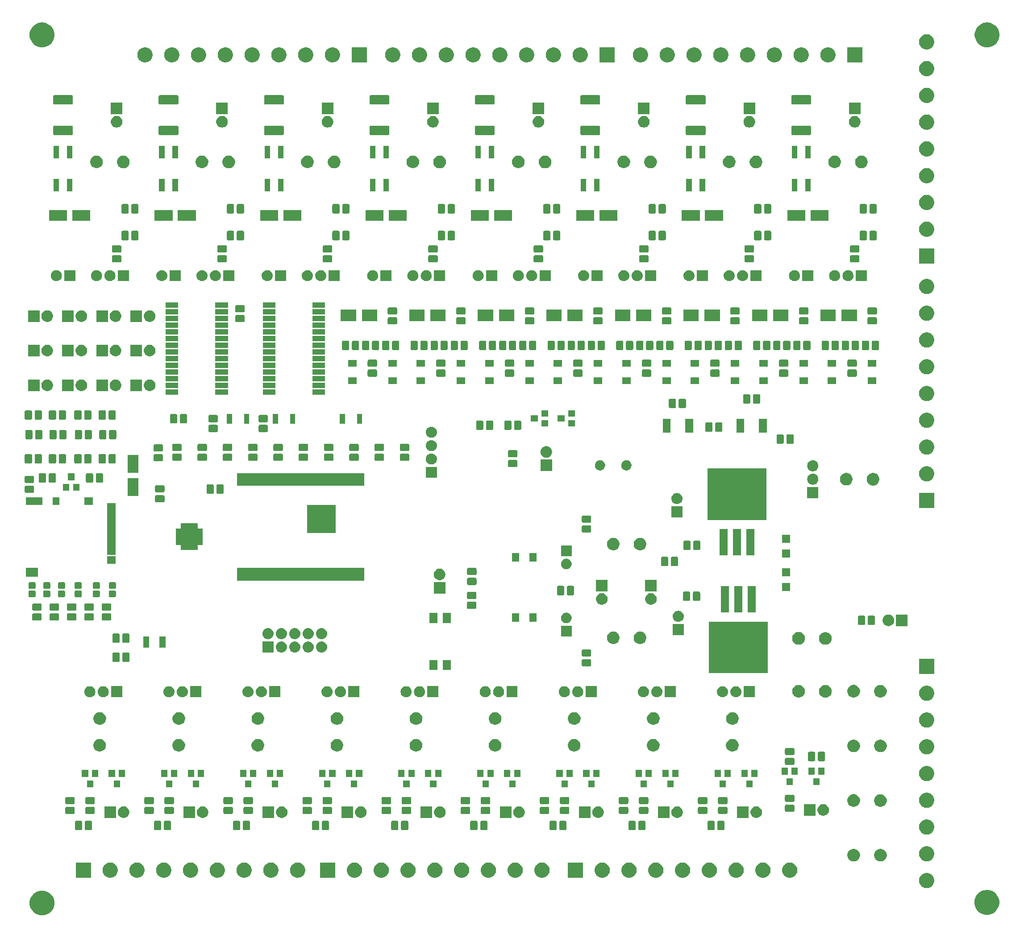
<source format=gbr>
G04 #@! TF.GenerationSoftware,KiCad,Pcbnew,5.0.1-33cea8e~68~ubuntu18.04.1*
G04 #@! TF.CreationDate,2018-11-17T12:44:31+01:00*
G04 #@! TF.ProjectId,G3,47332E6B696361645F70636200000000,rev?*
G04 #@! TF.SameCoordinates,Original*
G04 #@! TF.FileFunction,Soldermask,Top*
G04 #@! TF.FilePolarity,Negative*
%FSLAX46Y46*%
G04 Gerber Fmt 4.6, Leading zero omitted, Abs format (unit mm)*
G04 Created by KiCad (PCBNEW 5.0.1-33cea8e~68~ubuntu18.04.1) date lör 17 nov 2018 12:44:31*
%MOMM*%
%LPD*%
G01*
G04 APERTURE LIST*
%ADD10C,0.100000*%
G04 APERTURE END LIST*
D10*
G36*
X24505959Y-184093577D02*
X24846470Y-184161309D01*
X25274143Y-184338457D01*
X25659038Y-184595636D01*
X25986364Y-184922962D01*
X26243543Y-185307857D01*
X26420691Y-185735530D01*
X26511000Y-186189545D01*
X26511000Y-186652455D01*
X26420691Y-187106470D01*
X26243543Y-187534143D01*
X25986364Y-187919038D01*
X25659038Y-188246364D01*
X25274143Y-188503543D01*
X24846470Y-188680691D01*
X24505959Y-188748423D01*
X24392456Y-188771000D01*
X23929544Y-188771000D01*
X23816041Y-188748423D01*
X23475530Y-188680691D01*
X23047857Y-188503543D01*
X22662962Y-188246364D01*
X22335636Y-187919038D01*
X22078457Y-187534143D01*
X21901309Y-187106470D01*
X21811000Y-186652455D01*
X21811000Y-186189545D01*
X21901309Y-185735530D01*
X22078457Y-185307857D01*
X22335636Y-184922962D01*
X22662962Y-184595636D01*
X23047857Y-184338457D01*
X23475530Y-184161309D01*
X23816041Y-184093577D01*
X23929544Y-184071000D01*
X24392456Y-184071000D01*
X24505959Y-184093577D01*
X24505959Y-184093577D01*
G37*
G36*
X203725959Y-183963577D02*
X204066470Y-184031309D01*
X204494143Y-184208457D01*
X204879038Y-184465636D01*
X205206364Y-184792962D01*
X205463543Y-185177857D01*
X205640691Y-185605530D01*
X205731000Y-186059545D01*
X205731000Y-186522455D01*
X205640691Y-186976470D01*
X205463543Y-187404143D01*
X205206364Y-187789038D01*
X204879038Y-188116364D01*
X204494143Y-188373543D01*
X204066470Y-188550691D01*
X203725959Y-188618423D01*
X203612456Y-188641000D01*
X203149544Y-188641000D01*
X203036041Y-188618423D01*
X202695530Y-188550691D01*
X202267857Y-188373543D01*
X201882962Y-188116364D01*
X201555636Y-187789038D01*
X201298457Y-187404143D01*
X201121309Y-186976470D01*
X201031000Y-186522455D01*
X201031000Y-186059545D01*
X201121309Y-185605530D01*
X201298457Y-185177857D01*
X201555636Y-184792962D01*
X201882962Y-184465636D01*
X202267857Y-184208457D01*
X202695530Y-184031309D01*
X203036041Y-183963577D01*
X203149544Y-183941000D01*
X203612456Y-183941000D01*
X203725959Y-183963577D01*
X203725959Y-183963577D01*
G37*
G36*
X192368861Y-180766262D02*
X192632747Y-180875567D01*
X192870238Y-181034253D01*
X193072201Y-181236216D01*
X193230887Y-181473707D01*
X193340192Y-181737593D01*
X193395914Y-182017726D01*
X193395914Y-182303354D01*
X193340192Y-182583487D01*
X193230887Y-182847373D01*
X193072201Y-183084864D01*
X192870238Y-183286827D01*
X192632747Y-183445513D01*
X192368861Y-183554818D01*
X192088728Y-183610540D01*
X191803100Y-183610540D01*
X191522967Y-183554818D01*
X191259081Y-183445513D01*
X191021590Y-183286827D01*
X190819627Y-183084864D01*
X190660941Y-182847373D01*
X190551636Y-182583487D01*
X190495914Y-182303354D01*
X190495914Y-182017726D01*
X190551636Y-181737593D01*
X190660941Y-181473707D01*
X190819627Y-181236216D01*
X191021590Y-181034253D01*
X191259081Y-180875567D01*
X191522967Y-180766262D01*
X191803100Y-180710540D01*
X192088728Y-180710540D01*
X192368861Y-180766262D01*
X192368861Y-180766262D01*
G37*
G36*
X73068969Y-178788229D02*
X73332855Y-178897534D01*
X73570346Y-179056220D01*
X73772309Y-179258183D01*
X73930995Y-179495674D01*
X74040300Y-179759560D01*
X74096022Y-180039693D01*
X74096022Y-180325321D01*
X74040300Y-180605454D01*
X73930995Y-180869340D01*
X73772309Y-181106831D01*
X73570346Y-181308794D01*
X73332855Y-181467480D01*
X73068969Y-181576785D01*
X72788836Y-181632507D01*
X72503208Y-181632507D01*
X72223075Y-181576785D01*
X71959189Y-181467480D01*
X71721698Y-181308794D01*
X71519735Y-181106831D01*
X71361049Y-180869340D01*
X71251744Y-180605454D01*
X71196022Y-180325321D01*
X71196022Y-180039693D01*
X71251744Y-179759560D01*
X71361049Y-179495674D01*
X71519735Y-179258183D01*
X71721698Y-179056220D01*
X71959189Y-178897534D01*
X72223075Y-178788229D01*
X72503208Y-178732507D01*
X72788836Y-178732507D01*
X73068969Y-178788229D01*
X73068969Y-178788229D01*
G37*
G36*
X33456022Y-181632507D02*
X30556022Y-181632507D01*
X30556022Y-178732507D01*
X33456022Y-178732507D01*
X33456022Y-181632507D01*
X33456022Y-181632507D01*
G37*
G36*
X37508969Y-178788229D02*
X37772855Y-178897534D01*
X38010346Y-179056220D01*
X38212309Y-179258183D01*
X38370995Y-179495674D01*
X38480300Y-179759560D01*
X38536022Y-180039693D01*
X38536022Y-180325321D01*
X38480300Y-180605454D01*
X38370995Y-180869340D01*
X38212309Y-181106831D01*
X38010346Y-181308794D01*
X37772855Y-181467480D01*
X37508969Y-181576785D01*
X37228836Y-181632507D01*
X36943208Y-181632507D01*
X36663075Y-181576785D01*
X36399189Y-181467480D01*
X36161698Y-181308794D01*
X35959735Y-181106831D01*
X35801049Y-180869340D01*
X35691744Y-180605454D01*
X35636022Y-180325321D01*
X35636022Y-180039693D01*
X35691744Y-179759560D01*
X35801049Y-179495674D01*
X35959735Y-179258183D01*
X36161698Y-179056220D01*
X36399189Y-178897534D01*
X36663075Y-178788229D01*
X36943208Y-178732507D01*
X37228836Y-178732507D01*
X37508969Y-178788229D01*
X37508969Y-178788229D01*
G37*
G36*
X42588969Y-178788229D02*
X42852855Y-178897534D01*
X43090346Y-179056220D01*
X43292309Y-179258183D01*
X43450995Y-179495674D01*
X43560300Y-179759560D01*
X43616022Y-180039693D01*
X43616022Y-180325321D01*
X43560300Y-180605454D01*
X43450995Y-180869340D01*
X43292309Y-181106831D01*
X43090346Y-181308794D01*
X42852855Y-181467480D01*
X42588969Y-181576785D01*
X42308836Y-181632507D01*
X42023208Y-181632507D01*
X41743075Y-181576785D01*
X41479189Y-181467480D01*
X41241698Y-181308794D01*
X41039735Y-181106831D01*
X40881049Y-180869340D01*
X40771744Y-180605454D01*
X40716022Y-180325321D01*
X40716022Y-180039693D01*
X40771744Y-179759560D01*
X40881049Y-179495674D01*
X41039735Y-179258183D01*
X41241698Y-179056220D01*
X41479189Y-178897534D01*
X41743075Y-178788229D01*
X42023208Y-178732507D01*
X42308836Y-178732507D01*
X42588969Y-178788229D01*
X42588969Y-178788229D01*
G37*
G36*
X47668969Y-178788229D02*
X47932855Y-178897534D01*
X48170346Y-179056220D01*
X48372309Y-179258183D01*
X48530995Y-179495674D01*
X48640300Y-179759560D01*
X48696022Y-180039693D01*
X48696022Y-180325321D01*
X48640300Y-180605454D01*
X48530995Y-180869340D01*
X48372309Y-181106831D01*
X48170346Y-181308794D01*
X47932855Y-181467480D01*
X47668969Y-181576785D01*
X47388836Y-181632507D01*
X47103208Y-181632507D01*
X46823075Y-181576785D01*
X46559189Y-181467480D01*
X46321698Y-181308794D01*
X46119735Y-181106831D01*
X45961049Y-180869340D01*
X45851744Y-180605454D01*
X45796022Y-180325321D01*
X45796022Y-180039693D01*
X45851744Y-179759560D01*
X45961049Y-179495674D01*
X46119735Y-179258183D01*
X46321698Y-179056220D01*
X46559189Y-178897534D01*
X46823075Y-178788229D01*
X47103208Y-178732507D01*
X47388836Y-178732507D01*
X47668969Y-178788229D01*
X47668969Y-178788229D01*
G37*
G36*
X52748969Y-178788229D02*
X53012855Y-178897534D01*
X53250346Y-179056220D01*
X53452309Y-179258183D01*
X53610995Y-179495674D01*
X53720300Y-179759560D01*
X53776022Y-180039693D01*
X53776022Y-180325321D01*
X53720300Y-180605454D01*
X53610995Y-180869340D01*
X53452309Y-181106831D01*
X53250346Y-181308794D01*
X53012855Y-181467480D01*
X52748969Y-181576785D01*
X52468836Y-181632507D01*
X52183208Y-181632507D01*
X51903075Y-181576785D01*
X51639189Y-181467480D01*
X51401698Y-181308794D01*
X51199735Y-181106831D01*
X51041049Y-180869340D01*
X50931744Y-180605454D01*
X50876022Y-180325321D01*
X50876022Y-180039693D01*
X50931744Y-179759560D01*
X51041049Y-179495674D01*
X51199735Y-179258183D01*
X51401698Y-179056220D01*
X51639189Y-178897534D01*
X51903075Y-178788229D01*
X52183208Y-178732507D01*
X52468836Y-178732507D01*
X52748969Y-178788229D01*
X52748969Y-178788229D01*
G37*
G36*
X57828969Y-178788229D02*
X58092855Y-178897534D01*
X58330346Y-179056220D01*
X58532309Y-179258183D01*
X58690995Y-179495674D01*
X58800300Y-179759560D01*
X58856022Y-180039693D01*
X58856022Y-180325321D01*
X58800300Y-180605454D01*
X58690995Y-180869340D01*
X58532309Y-181106831D01*
X58330346Y-181308794D01*
X58092855Y-181467480D01*
X57828969Y-181576785D01*
X57548836Y-181632507D01*
X57263208Y-181632507D01*
X56983075Y-181576785D01*
X56719189Y-181467480D01*
X56481698Y-181308794D01*
X56279735Y-181106831D01*
X56121049Y-180869340D01*
X56011744Y-180605454D01*
X55956022Y-180325321D01*
X55956022Y-180039693D01*
X56011744Y-179759560D01*
X56121049Y-179495674D01*
X56279735Y-179258183D01*
X56481698Y-179056220D01*
X56719189Y-178897534D01*
X56983075Y-178788229D01*
X57263208Y-178732507D01*
X57548836Y-178732507D01*
X57828969Y-178788229D01*
X57828969Y-178788229D01*
G37*
G36*
X62908969Y-178788229D02*
X63172855Y-178897534D01*
X63410346Y-179056220D01*
X63612309Y-179258183D01*
X63770995Y-179495674D01*
X63880300Y-179759560D01*
X63936022Y-180039693D01*
X63936022Y-180325321D01*
X63880300Y-180605454D01*
X63770995Y-180869340D01*
X63612309Y-181106831D01*
X63410346Y-181308794D01*
X63172855Y-181467480D01*
X62908969Y-181576785D01*
X62628836Y-181632507D01*
X62343208Y-181632507D01*
X62063075Y-181576785D01*
X61799189Y-181467480D01*
X61561698Y-181308794D01*
X61359735Y-181106831D01*
X61201049Y-180869340D01*
X61091744Y-180605454D01*
X61036022Y-180325321D01*
X61036022Y-180039693D01*
X61091744Y-179759560D01*
X61201049Y-179495674D01*
X61359735Y-179258183D01*
X61561698Y-179056220D01*
X61799189Y-178897534D01*
X62063075Y-178788229D01*
X62343208Y-178732507D01*
X62628836Y-178732507D01*
X62908969Y-178788229D01*
X62908969Y-178788229D01*
G37*
G36*
X67988969Y-178788229D02*
X68252855Y-178897534D01*
X68490346Y-179056220D01*
X68692309Y-179258183D01*
X68850995Y-179495674D01*
X68960300Y-179759560D01*
X69016022Y-180039693D01*
X69016022Y-180325321D01*
X68960300Y-180605454D01*
X68850995Y-180869340D01*
X68692309Y-181106831D01*
X68490346Y-181308794D01*
X68252855Y-181467480D01*
X67988969Y-181576785D01*
X67708836Y-181632507D01*
X67423208Y-181632507D01*
X67143075Y-181576785D01*
X66879189Y-181467480D01*
X66641698Y-181308794D01*
X66439735Y-181106831D01*
X66281049Y-180869340D01*
X66171744Y-180605454D01*
X66116022Y-180325321D01*
X66116022Y-180039693D01*
X66171744Y-179759560D01*
X66281049Y-179495674D01*
X66439735Y-179258183D01*
X66641698Y-179056220D01*
X66879189Y-178897534D01*
X67143075Y-178788229D01*
X67423208Y-178732507D01*
X67708836Y-178732507D01*
X67988969Y-178788229D01*
X67988969Y-178788229D01*
G37*
G36*
X119408828Y-178788229D02*
X119672714Y-178897534D01*
X119910205Y-179056220D01*
X120112168Y-179258183D01*
X120270854Y-179495674D01*
X120380159Y-179759560D01*
X120435881Y-180039693D01*
X120435881Y-180325321D01*
X120380159Y-180605454D01*
X120270854Y-180869340D01*
X120112168Y-181106831D01*
X119910205Y-181308794D01*
X119672714Y-181467480D01*
X119408828Y-181576785D01*
X119128695Y-181632507D01*
X118843067Y-181632507D01*
X118562934Y-181576785D01*
X118299048Y-181467480D01*
X118061557Y-181308794D01*
X117859594Y-181106831D01*
X117700908Y-180869340D01*
X117591603Y-180605454D01*
X117535881Y-180325321D01*
X117535881Y-180039693D01*
X117591603Y-179759560D01*
X117700908Y-179495674D01*
X117859594Y-179258183D01*
X118061557Y-179056220D01*
X118299048Y-178897534D01*
X118562934Y-178788229D01*
X118843067Y-178732507D01*
X119128695Y-178732507D01*
X119408828Y-178788229D01*
X119408828Y-178788229D01*
G37*
G36*
X114328828Y-178788229D02*
X114592714Y-178897534D01*
X114830205Y-179056220D01*
X115032168Y-179258183D01*
X115190854Y-179495674D01*
X115300159Y-179759560D01*
X115355881Y-180039693D01*
X115355881Y-180325321D01*
X115300159Y-180605454D01*
X115190854Y-180869340D01*
X115032168Y-181106831D01*
X114830205Y-181308794D01*
X114592714Y-181467480D01*
X114328828Y-181576785D01*
X114048695Y-181632507D01*
X113763067Y-181632507D01*
X113482934Y-181576785D01*
X113219048Y-181467480D01*
X112981557Y-181308794D01*
X112779594Y-181106831D01*
X112620908Y-180869340D01*
X112511603Y-180605454D01*
X112455881Y-180325321D01*
X112455881Y-180039693D01*
X112511603Y-179759560D01*
X112620908Y-179495674D01*
X112779594Y-179258183D01*
X112981557Y-179056220D01*
X113219048Y-178897534D01*
X113482934Y-178788229D01*
X113763067Y-178732507D01*
X114048695Y-178732507D01*
X114328828Y-178788229D01*
X114328828Y-178788229D01*
G37*
G36*
X109248828Y-178788229D02*
X109512714Y-178897534D01*
X109750205Y-179056220D01*
X109952168Y-179258183D01*
X110110854Y-179495674D01*
X110220159Y-179759560D01*
X110275881Y-180039693D01*
X110275881Y-180325321D01*
X110220159Y-180605454D01*
X110110854Y-180869340D01*
X109952168Y-181106831D01*
X109750205Y-181308794D01*
X109512714Y-181467480D01*
X109248828Y-181576785D01*
X108968695Y-181632507D01*
X108683067Y-181632507D01*
X108402934Y-181576785D01*
X108139048Y-181467480D01*
X107901557Y-181308794D01*
X107699594Y-181106831D01*
X107540908Y-180869340D01*
X107431603Y-180605454D01*
X107375881Y-180325321D01*
X107375881Y-180039693D01*
X107431603Y-179759560D01*
X107540908Y-179495674D01*
X107699594Y-179258183D01*
X107901557Y-179056220D01*
X108139048Y-178897534D01*
X108402934Y-178788229D01*
X108683067Y-178732507D01*
X108968695Y-178732507D01*
X109248828Y-178788229D01*
X109248828Y-178788229D01*
G37*
G36*
X104168828Y-178788229D02*
X104432714Y-178897534D01*
X104670205Y-179056220D01*
X104872168Y-179258183D01*
X105030854Y-179495674D01*
X105140159Y-179759560D01*
X105195881Y-180039693D01*
X105195881Y-180325321D01*
X105140159Y-180605454D01*
X105030854Y-180869340D01*
X104872168Y-181106831D01*
X104670205Y-181308794D01*
X104432714Y-181467480D01*
X104168828Y-181576785D01*
X103888695Y-181632507D01*
X103603067Y-181632507D01*
X103322934Y-181576785D01*
X103059048Y-181467480D01*
X102821557Y-181308794D01*
X102619594Y-181106831D01*
X102460908Y-180869340D01*
X102351603Y-180605454D01*
X102295881Y-180325321D01*
X102295881Y-180039693D01*
X102351603Y-179759560D01*
X102460908Y-179495674D01*
X102619594Y-179258183D01*
X102821557Y-179056220D01*
X103059048Y-178897534D01*
X103322934Y-178788229D01*
X103603067Y-178732507D01*
X103888695Y-178732507D01*
X104168828Y-178788229D01*
X104168828Y-178788229D01*
G37*
G36*
X94008828Y-178788229D02*
X94272714Y-178897534D01*
X94510205Y-179056220D01*
X94712168Y-179258183D01*
X94870854Y-179495674D01*
X94980159Y-179759560D01*
X95035881Y-180039693D01*
X95035881Y-180325321D01*
X94980159Y-180605454D01*
X94870854Y-180869340D01*
X94712168Y-181106831D01*
X94510205Y-181308794D01*
X94272714Y-181467480D01*
X94008828Y-181576785D01*
X93728695Y-181632507D01*
X93443067Y-181632507D01*
X93162934Y-181576785D01*
X92899048Y-181467480D01*
X92661557Y-181308794D01*
X92459594Y-181106831D01*
X92300908Y-180869340D01*
X92191603Y-180605454D01*
X92135881Y-180325321D01*
X92135881Y-180039693D01*
X92191603Y-179759560D01*
X92300908Y-179495674D01*
X92459594Y-179258183D01*
X92661557Y-179056220D01*
X92899048Y-178897534D01*
X93162934Y-178788229D01*
X93443067Y-178732507D01*
X93728695Y-178732507D01*
X94008828Y-178788229D01*
X94008828Y-178788229D01*
G37*
G36*
X88928828Y-178788229D02*
X89192714Y-178897534D01*
X89430205Y-179056220D01*
X89632168Y-179258183D01*
X89790854Y-179495674D01*
X89900159Y-179759560D01*
X89955881Y-180039693D01*
X89955881Y-180325321D01*
X89900159Y-180605454D01*
X89790854Y-180869340D01*
X89632168Y-181106831D01*
X89430205Y-181308794D01*
X89192714Y-181467480D01*
X88928828Y-181576785D01*
X88648695Y-181632507D01*
X88363067Y-181632507D01*
X88082934Y-181576785D01*
X87819048Y-181467480D01*
X87581557Y-181308794D01*
X87379594Y-181106831D01*
X87220908Y-180869340D01*
X87111603Y-180605454D01*
X87055881Y-180325321D01*
X87055881Y-180039693D01*
X87111603Y-179759560D01*
X87220908Y-179495674D01*
X87379594Y-179258183D01*
X87581557Y-179056220D01*
X87819048Y-178897534D01*
X88082934Y-178788229D01*
X88363067Y-178732507D01*
X88648695Y-178732507D01*
X88928828Y-178788229D01*
X88928828Y-178788229D01*
G37*
G36*
X166398828Y-178788229D02*
X166662714Y-178897534D01*
X166900205Y-179056220D01*
X167102168Y-179258183D01*
X167260854Y-179495674D01*
X167370159Y-179759560D01*
X167425881Y-180039693D01*
X167425881Y-180325321D01*
X167370159Y-180605454D01*
X167260854Y-180869340D01*
X167102168Y-181106831D01*
X166900205Y-181308794D01*
X166662714Y-181467480D01*
X166398828Y-181576785D01*
X166118695Y-181632507D01*
X165833067Y-181632507D01*
X165552934Y-181576785D01*
X165289048Y-181467480D01*
X165051557Y-181308794D01*
X164849594Y-181106831D01*
X164690908Y-180869340D01*
X164581603Y-180605454D01*
X164525881Y-180325321D01*
X164525881Y-180039693D01*
X164581603Y-179759560D01*
X164690908Y-179495674D01*
X164849594Y-179258183D01*
X165051557Y-179056220D01*
X165289048Y-178897534D01*
X165552934Y-178788229D01*
X165833067Y-178732507D01*
X166118695Y-178732507D01*
X166398828Y-178788229D01*
X166398828Y-178788229D01*
G37*
G36*
X161318828Y-178788229D02*
X161582714Y-178897534D01*
X161820205Y-179056220D01*
X162022168Y-179258183D01*
X162180854Y-179495674D01*
X162290159Y-179759560D01*
X162345881Y-180039693D01*
X162345881Y-180325321D01*
X162290159Y-180605454D01*
X162180854Y-180869340D01*
X162022168Y-181106831D01*
X161820205Y-181308794D01*
X161582714Y-181467480D01*
X161318828Y-181576785D01*
X161038695Y-181632507D01*
X160753067Y-181632507D01*
X160472934Y-181576785D01*
X160209048Y-181467480D01*
X159971557Y-181308794D01*
X159769594Y-181106831D01*
X159610908Y-180869340D01*
X159501603Y-180605454D01*
X159445881Y-180325321D01*
X159445881Y-180039693D01*
X159501603Y-179759560D01*
X159610908Y-179495674D01*
X159769594Y-179258183D01*
X159971557Y-179056220D01*
X160209048Y-178897534D01*
X160472934Y-178788229D01*
X160753067Y-178732507D01*
X161038695Y-178732507D01*
X161318828Y-178788229D01*
X161318828Y-178788229D01*
G37*
G36*
X156238828Y-178788229D02*
X156502714Y-178897534D01*
X156740205Y-179056220D01*
X156942168Y-179258183D01*
X157100854Y-179495674D01*
X157210159Y-179759560D01*
X157265881Y-180039693D01*
X157265881Y-180325321D01*
X157210159Y-180605454D01*
X157100854Y-180869340D01*
X156942168Y-181106831D01*
X156740205Y-181308794D01*
X156502714Y-181467480D01*
X156238828Y-181576785D01*
X155958695Y-181632507D01*
X155673067Y-181632507D01*
X155392934Y-181576785D01*
X155129048Y-181467480D01*
X154891557Y-181308794D01*
X154689594Y-181106831D01*
X154530908Y-180869340D01*
X154421603Y-180605454D01*
X154365881Y-180325321D01*
X154365881Y-180039693D01*
X154421603Y-179759560D01*
X154530908Y-179495674D01*
X154689594Y-179258183D01*
X154891557Y-179056220D01*
X155129048Y-178897534D01*
X155392934Y-178788229D01*
X155673067Y-178732507D01*
X155958695Y-178732507D01*
X156238828Y-178788229D01*
X156238828Y-178788229D01*
G37*
G36*
X151158828Y-178788229D02*
X151422714Y-178897534D01*
X151660205Y-179056220D01*
X151862168Y-179258183D01*
X152020854Y-179495674D01*
X152130159Y-179759560D01*
X152185881Y-180039693D01*
X152185881Y-180325321D01*
X152130159Y-180605454D01*
X152020854Y-180869340D01*
X151862168Y-181106831D01*
X151660205Y-181308794D01*
X151422714Y-181467480D01*
X151158828Y-181576785D01*
X150878695Y-181632507D01*
X150593067Y-181632507D01*
X150312934Y-181576785D01*
X150049048Y-181467480D01*
X149811557Y-181308794D01*
X149609594Y-181106831D01*
X149450908Y-180869340D01*
X149341603Y-180605454D01*
X149285881Y-180325321D01*
X149285881Y-180039693D01*
X149341603Y-179759560D01*
X149450908Y-179495674D01*
X149609594Y-179258183D01*
X149811557Y-179056220D01*
X150049048Y-178897534D01*
X150312934Y-178788229D01*
X150593067Y-178732507D01*
X150878695Y-178732507D01*
X151158828Y-178788229D01*
X151158828Y-178788229D01*
G37*
G36*
X146078828Y-178788229D02*
X146342714Y-178897534D01*
X146580205Y-179056220D01*
X146782168Y-179258183D01*
X146940854Y-179495674D01*
X147050159Y-179759560D01*
X147105881Y-180039693D01*
X147105881Y-180325321D01*
X147050159Y-180605454D01*
X146940854Y-180869340D01*
X146782168Y-181106831D01*
X146580205Y-181308794D01*
X146342714Y-181467480D01*
X146078828Y-181576785D01*
X145798695Y-181632507D01*
X145513067Y-181632507D01*
X145232934Y-181576785D01*
X144969048Y-181467480D01*
X144731557Y-181308794D01*
X144529594Y-181106831D01*
X144370908Y-180869340D01*
X144261603Y-180605454D01*
X144205881Y-180325321D01*
X144205881Y-180039693D01*
X144261603Y-179759560D01*
X144370908Y-179495674D01*
X144529594Y-179258183D01*
X144731557Y-179056220D01*
X144969048Y-178897534D01*
X145232934Y-178788229D01*
X145513067Y-178732507D01*
X145798695Y-178732507D01*
X146078828Y-178788229D01*
X146078828Y-178788229D01*
G37*
G36*
X140998828Y-178788229D02*
X141262714Y-178897534D01*
X141500205Y-179056220D01*
X141702168Y-179258183D01*
X141860854Y-179495674D01*
X141970159Y-179759560D01*
X142025881Y-180039693D01*
X142025881Y-180325321D01*
X141970159Y-180605454D01*
X141860854Y-180869340D01*
X141702168Y-181106831D01*
X141500205Y-181308794D01*
X141262714Y-181467480D01*
X140998828Y-181576785D01*
X140718695Y-181632507D01*
X140433067Y-181632507D01*
X140152934Y-181576785D01*
X139889048Y-181467480D01*
X139651557Y-181308794D01*
X139449594Y-181106831D01*
X139290908Y-180869340D01*
X139181603Y-180605454D01*
X139125881Y-180325321D01*
X139125881Y-180039693D01*
X139181603Y-179759560D01*
X139290908Y-179495674D01*
X139449594Y-179258183D01*
X139651557Y-179056220D01*
X139889048Y-178897534D01*
X140152934Y-178788229D01*
X140433067Y-178732507D01*
X140718695Y-178732507D01*
X140998828Y-178788229D01*
X140998828Y-178788229D01*
G37*
G36*
X130838828Y-178788229D02*
X131102714Y-178897534D01*
X131340205Y-179056220D01*
X131542168Y-179258183D01*
X131700854Y-179495674D01*
X131810159Y-179759560D01*
X131865881Y-180039693D01*
X131865881Y-180325321D01*
X131810159Y-180605454D01*
X131700854Y-180869340D01*
X131542168Y-181106831D01*
X131340205Y-181308794D01*
X131102714Y-181467480D01*
X130838828Y-181576785D01*
X130558695Y-181632507D01*
X130273067Y-181632507D01*
X129992934Y-181576785D01*
X129729048Y-181467480D01*
X129491557Y-181308794D01*
X129289594Y-181106831D01*
X129130908Y-180869340D01*
X129021603Y-180605454D01*
X128965881Y-180325321D01*
X128965881Y-180039693D01*
X129021603Y-179759560D01*
X129130908Y-179495674D01*
X129289594Y-179258183D01*
X129491557Y-179056220D01*
X129729048Y-178897534D01*
X129992934Y-178788229D01*
X130273067Y-178732507D01*
X130558695Y-178732507D01*
X130838828Y-178788229D01*
X130838828Y-178788229D01*
G37*
G36*
X99088828Y-178788229D02*
X99352714Y-178897534D01*
X99590205Y-179056220D01*
X99792168Y-179258183D01*
X99950854Y-179495674D01*
X100060159Y-179759560D01*
X100115881Y-180039693D01*
X100115881Y-180325321D01*
X100060159Y-180605454D01*
X99950854Y-180869340D01*
X99792168Y-181106831D01*
X99590205Y-181308794D01*
X99352714Y-181467480D01*
X99088828Y-181576785D01*
X98808695Y-181632507D01*
X98523067Y-181632507D01*
X98242934Y-181576785D01*
X97979048Y-181467480D01*
X97741557Y-181308794D01*
X97539594Y-181106831D01*
X97380908Y-180869340D01*
X97271603Y-180605454D01*
X97215881Y-180325321D01*
X97215881Y-180039693D01*
X97271603Y-179759560D01*
X97380908Y-179495674D01*
X97539594Y-179258183D01*
X97741557Y-179056220D01*
X97979048Y-178897534D01*
X98242934Y-178788229D01*
X98523067Y-178732507D01*
X98808695Y-178732507D01*
X99088828Y-178788229D01*
X99088828Y-178788229D01*
G37*
G36*
X126785881Y-181632507D02*
X123885881Y-181632507D01*
X123885881Y-178732507D01*
X126785881Y-178732507D01*
X126785881Y-181632507D01*
X126785881Y-181632507D01*
G37*
G36*
X79795881Y-181632507D02*
X76895881Y-181632507D01*
X76895881Y-178732507D01*
X79795881Y-178732507D01*
X79795881Y-181632507D01*
X79795881Y-181632507D01*
G37*
G36*
X83848828Y-178788229D02*
X84112714Y-178897534D01*
X84350205Y-179056220D01*
X84552168Y-179258183D01*
X84710854Y-179495674D01*
X84820159Y-179759560D01*
X84875881Y-180039693D01*
X84875881Y-180325321D01*
X84820159Y-180605454D01*
X84710854Y-180869340D01*
X84552168Y-181106831D01*
X84350205Y-181308794D01*
X84112714Y-181467480D01*
X83848828Y-181576785D01*
X83568695Y-181632507D01*
X83283067Y-181632507D01*
X83002934Y-181576785D01*
X82739048Y-181467480D01*
X82501557Y-181308794D01*
X82299594Y-181106831D01*
X82140908Y-180869340D01*
X82031603Y-180605454D01*
X81975881Y-180325321D01*
X81975881Y-180039693D01*
X82031603Y-179759560D01*
X82140908Y-179495674D01*
X82299594Y-179258183D01*
X82501557Y-179056220D01*
X82739048Y-178897534D01*
X83002934Y-178788229D01*
X83283067Y-178732507D01*
X83568695Y-178732507D01*
X83848828Y-178788229D01*
X83848828Y-178788229D01*
G37*
G36*
X135918828Y-178788229D02*
X136182714Y-178897534D01*
X136420205Y-179056220D01*
X136622168Y-179258183D01*
X136780854Y-179495674D01*
X136890159Y-179759560D01*
X136945881Y-180039693D01*
X136945881Y-180325321D01*
X136890159Y-180605454D01*
X136780854Y-180869340D01*
X136622168Y-181106831D01*
X136420205Y-181308794D01*
X136182714Y-181467480D01*
X135918828Y-181576785D01*
X135638695Y-181632507D01*
X135353067Y-181632507D01*
X135072934Y-181576785D01*
X134809048Y-181467480D01*
X134571557Y-181308794D01*
X134369594Y-181106831D01*
X134210908Y-180869340D01*
X134101603Y-180605454D01*
X134045881Y-180325321D01*
X134045881Y-180039693D01*
X134101603Y-179759560D01*
X134210908Y-179495674D01*
X134369594Y-179258183D01*
X134571557Y-179056220D01*
X134809048Y-178897534D01*
X135072934Y-178788229D01*
X135353067Y-178732507D01*
X135638695Y-178732507D01*
X135918828Y-178788229D01*
X135918828Y-178788229D01*
G37*
G36*
X183532940Y-176180655D02*
X183751326Y-176271113D01*
X183947872Y-176402441D01*
X184115013Y-176569582D01*
X184246341Y-176766128D01*
X184336799Y-176984514D01*
X184382914Y-177216349D01*
X184382914Y-177452731D01*
X184336799Y-177684566D01*
X184246341Y-177902952D01*
X184115013Y-178099498D01*
X183947872Y-178266639D01*
X183751326Y-178397967D01*
X183532940Y-178488425D01*
X183301105Y-178534540D01*
X183064723Y-178534540D01*
X182832888Y-178488425D01*
X182614502Y-178397967D01*
X182417956Y-178266639D01*
X182250815Y-178099498D01*
X182119487Y-177902952D01*
X182029029Y-177684566D01*
X181982914Y-177452731D01*
X181982914Y-177216349D01*
X182029029Y-176984514D01*
X182119487Y-176766128D01*
X182250815Y-176569582D01*
X182417956Y-176402441D01*
X182614502Y-176271113D01*
X182832888Y-176180655D01*
X183064723Y-176134540D01*
X183301105Y-176134540D01*
X183532940Y-176180655D01*
X183532940Y-176180655D01*
G37*
G36*
X192368861Y-175686262D02*
X192632747Y-175795567D01*
X192870238Y-175954253D01*
X193072201Y-176156216D01*
X193230887Y-176393707D01*
X193340192Y-176657593D01*
X193395914Y-176937726D01*
X193395914Y-177223354D01*
X193340192Y-177503487D01*
X193230887Y-177767373D01*
X193072201Y-178004864D01*
X192870238Y-178206827D01*
X192632747Y-178365513D01*
X192368861Y-178474818D01*
X192088728Y-178530540D01*
X191803100Y-178530540D01*
X191522967Y-178474818D01*
X191259081Y-178365513D01*
X191021590Y-178206827D01*
X190819627Y-178004864D01*
X190660941Y-177767373D01*
X190551636Y-177503487D01*
X190495914Y-177223354D01*
X190495914Y-176937726D01*
X190551636Y-176657593D01*
X190660941Y-176393707D01*
X190819627Y-176156216D01*
X191021590Y-175954253D01*
X191259081Y-175795567D01*
X191522967Y-175686262D01*
X191803100Y-175630540D01*
X192088728Y-175630540D01*
X192368861Y-175686262D01*
X192368861Y-175686262D01*
G37*
G36*
X178452940Y-176170655D02*
X178671326Y-176261113D01*
X178867872Y-176392441D01*
X179035013Y-176559582D01*
X179166341Y-176756128D01*
X179256799Y-176974514D01*
X179302914Y-177206349D01*
X179302914Y-177442731D01*
X179256799Y-177674566D01*
X179166341Y-177892952D01*
X179035013Y-178089498D01*
X178867872Y-178256639D01*
X178671326Y-178387967D01*
X178452940Y-178478425D01*
X178221105Y-178524540D01*
X177984723Y-178524540D01*
X177752888Y-178478425D01*
X177534502Y-178387967D01*
X177337956Y-178256639D01*
X177170815Y-178089498D01*
X177039487Y-177892952D01*
X176949029Y-177674566D01*
X176902914Y-177442731D01*
X176902914Y-177206349D01*
X176949029Y-176974514D01*
X177039487Y-176756128D01*
X177170815Y-176559582D01*
X177337956Y-176392441D01*
X177534502Y-176261113D01*
X177752888Y-176170655D01*
X177984723Y-176124540D01*
X178221105Y-176124540D01*
X178452940Y-176170655D01*
X178452940Y-176170655D01*
G37*
G36*
X192368861Y-170606262D02*
X192632747Y-170715567D01*
X192870238Y-170874253D01*
X193072201Y-171076216D01*
X193230887Y-171313707D01*
X193340192Y-171577593D01*
X193395914Y-171857726D01*
X193395914Y-172143354D01*
X193340192Y-172423487D01*
X193230887Y-172687373D01*
X193072201Y-172924864D01*
X192870238Y-173126827D01*
X192632747Y-173285513D01*
X192368861Y-173394818D01*
X192088728Y-173450540D01*
X191803100Y-173450540D01*
X191522967Y-173394818D01*
X191259081Y-173285513D01*
X191021590Y-173126827D01*
X190819627Y-172924864D01*
X190660941Y-172687373D01*
X190551636Y-172423487D01*
X190495914Y-172143354D01*
X190495914Y-171857726D01*
X190551636Y-171577593D01*
X190660941Y-171313707D01*
X190819627Y-171076216D01*
X191021590Y-170874253D01*
X191259081Y-170715567D01*
X191522967Y-170606262D01*
X191803100Y-170550540D01*
X192088728Y-170550540D01*
X192368861Y-170606262D01*
X192368861Y-170606262D01*
G37*
G36*
X123404519Y-170817691D02*
X123457175Y-170833664D01*
X123505687Y-170859594D01*
X123548218Y-170894498D01*
X123583122Y-170937029D01*
X123609052Y-170985541D01*
X123625025Y-171038197D01*
X123631022Y-171099084D01*
X123631022Y-172324304D01*
X123625025Y-172385191D01*
X123609052Y-172437847D01*
X123583122Y-172486359D01*
X123548218Y-172528890D01*
X123505687Y-172563794D01*
X123457175Y-172589724D01*
X123404519Y-172605697D01*
X123343632Y-172611694D01*
X122543412Y-172611694D01*
X122482525Y-172605697D01*
X122429869Y-172589724D01*
X122381357Y-172563794D01*
X122338826Y-172528890D01*
X122303922Y-172486359D01*
X122277992Y-172437847D01*
X122262019Y-172385191D01*
X122256022Y-172324304D01*
X122256022Y-171099084D01*
X122262019Y-171038197D01*
X122277992Y-170985541D01*
X122303922Y-170937029D01*
X122338826Y-170894498D01*
X122381357Y-170859594D01*
X122429869Y-170833664D01*
X122482525Y-170817691D01*
X122543412Y-170811694D01*
X123343632Y-170811694D01*
X123404519Y-170817691D01*
X123404519Y-170817691D01*
G37*
G36*
X91529519Y-170817691D02*
X91582175Y-170833664D01*
X91630687Y-170859594D01*
X91673218Y-170894498D01*
X91708122Y-170937029D01*
X91734052Y-170985541D01*
X91750025Y-171038197D01*
X91756022Y-171099084D01*
X91756022Y-172324304D01*
X91750025Y-172385191D01*
X91734052Y-172437847D01*
X91708122Y-172486359D01*
X91673218Y-172528890D01*
X91630687Y-172563794D01*
X91582175Y-172589724D01*
X91529519Y-172605697D01*
X91468632Y-172611694D01*
X90668412Y-172611694D01*
X90607525Y-172605697D01*
X90554869Y-172589724D01*
X90506357Y-172563794D01*
X90463826Y-172528890D01*
X90428922Y-172486359D01*
X90402992Y-172437847D01*
X90387019Y-172385191D01*
X90381022Y-172324304D01*
X90381022Y-171099084D01*
X90387019Y-171038197D01*
X90402992Y-170985541D01*
X90428922Y-170937029D01*
X90463826Y-170894498D01*
X90506357Y-170859594D01*
X90554869Y-170833664D01*
X90607525Y-170817691D01*
X90668412Y-170811694D01*
X91468632Y-170811694D01*
X91529519Y-170817691D01*
X91529519Y-170817691D01*
G37*
G36*
X78404519Y-170817691D02*
X78457175Y-170833664D01*
X78505687Y-170859594D01*
X78548218Y-170894498D01*
X78583122Y-170937029D01*
X78609052Y-170985541D01*
X78625025Y-171038197D01*
X78631022Y-171099084D01*
X78631022Y-172324304D01*
X78625025Y-172385191D01*
X78609052Y-172437847D01*
X78583122Y-172486359D01*
X78548218Y-172528890D01*
X78505687Y-172563794D01*
X78457175Y-172589724D01*
X78404519Y-172605697D01*
X78343632Y-172611694D01*
X77543412Y-172611694D01*
X77482525Y-172605697D01*
X77429869Y-172589724D01*
X77381357Y-172563794D01*
X77338826Y-172528890D01*
X77303922Y-172486359D01*
X77277992Y-172437847D01*
X77262019Y-172385191D01*
X77256022Y-172324304D01*
X77256022Y-171099084D01*
X77262019Y-171038197D01*
X77277992Y-170985541D01*
X77303922Y-170937029D01*
X77338826Y-170894498D01*
X77381357Y-170859594D01*
X77429869Y-170833664D01*
X77482525Y-170817691D01*
X77543412Y-170811694D01*
X78343632Y-170811694D01*
X78404519Y-170817691D01*
X78404519Y-170817691D01*
G37*
G36*
X76529519Y-170817691D02*
X76582175Y-170833664D01*
X76630687Y-170859594D01*
X76673218Y-170894498D01*
X76708122Y-170937029D01*
X76734052Y-170985541D01*
X76750025Y-171038197D01*
X76756022Y-171099084D01*
X76756022Y-172324304D01*
X76750025Y-172385191D01*
X76734052Y-172437847D01*
X76708122Y-172486359D01*
X76673218Y-172528890D01*
X76630687Y-172563794D01*
X76582175Y-172589724D01*
X76529519Y-172605697D01*
X76468632Y-172611694D01*
X75668412Y-172611694D01*
X75607525Y-172605697D01*
X75554869Y-172589724D01*
X75506357Y-172563794D01*
X75463826Y-172528890D01*
X75428922Y-172486359D01*
X75402992Y-172437847D01*
X75387019Y-172385191D01*
X75381022Y-172324304D01*
X75381022Y-171099084D01*
X75387019Y-171038197D01*
X75402992Y-170985541D01*
X75428922Y-170937029D01*
X75463826Y-170894498D01*
X75506357Y-170859594D01*
X75554869Y-170833664D01*
X75607525Y-170817691D01*
X75668412Y-170811694D01*
X76468632Y-170811694D01*
X76529519Y-170817691D01*
X76529519Y-170817691D01*
G37*
G36*
X63404519Y-170817691D02*
X63457175Y-170833664D01*
X63505687Y-170859594D01*
X63548218Y-170894498D01*
X63583122Y-170937029D01*
X63609052Y-170985541D01*
X63625025Y-171038197D01*
X63631022Y-171099084D01*
X63631022Y-172324304D01*
X63625025Y-172385191D01*
X63609052Y-172437847D01*
X63583122Y-172486359D01*
X63548218Y-172528890D01*
X63505687Y-172563794D01*
X63457175Y-172589724D01*
X63404519Y-172605697D01*
X63343632Y-172611694D01*
X62543412Y-172611694D01*
X62482525Y-172605697D01*
X62429869Y-172589724D01*
X62381357Y-172563794D01*
X62338826Y-172528890D01*
X62303922Y-172486359D01*
X62277992Y-172437847D01*
X62262019Y-172385191D01*
X62256022Y-172324304D01*
X62256022Y-171099084D01*
X62262019Y-171038197D01*
X62277992Y-170985541D01*
X62303922Y-170937029D01*
X62338826Y-170894498D01*
X62381357Y-170859594D01*
X62429869Y-170833664D01*
X62482525Y-170817691D01*
X62543412Y-170811694D01*
X63343632Y-170811694D01*
X63404519Y-170817691D01*
X63404519Y-170817691D01*
G37*
G36*
X61529519Y-170817691D02*
X61582175Y-170833664D01*
X61630687Y-170859594D01*
X61673218Y-170894498D01*
X61708122Y-170937029D01*
X61734052Y-170985541D01*
X61750025Y-171038197D01*
X61756022Y-171099084D01*
X61756022Y-172324304D01*
X61750025Y-172385191D01*
X61734052Y-172437847D01*
X61708122Y-172486359D01*
X61673218Y-172528890D01*
X61630687Y-172563794D01*
X61582175Y-172589724D01*
X61529519Y-172605697D01*
X61468632Y-172611694D01*
X60668412Y-172611694D01*
X60607525Y-172605697D01*
X60554869Y-172589724D01*
X60506357Y-172563794D01*
X60463826Y-172528890D01*
X60428922Y-172486359D01*
X60402992Y-172437847D01*
X60387019Y-172385191D01*
X60381022Y-172324304D01*
X60381022Y-171099084D01*
X60387019Y-171038197D01*
X60402992Y-170985541D01*
X60428922Y-170937029D01*
X60463826Y-170894498D01*
X60506357Y-170859594D01*
X60554869Y-170833664D01*
X60607525Y-170817691D01*
X60668412Y-170811694D01*
X61468632Y-170811694D01*
X61529519Y-170817691D01*
X61529519Y-170817691D01*
G37*
G36*
X48404519Y-170817691D02*
X48457175Y-170833664D01*
X48505687Y-170859594D01*
X48548218Y-170894498D01*
X48583122Y-170937029D01*
X48609052Y-170985541D01*
X48625025Y-171038197D01*
X48631022Y-171099084D01*
X48631022Y-172324304D01*
X48625025Y-172385191D01*
X48609052Y-172437847D01*
X48583122Y-172486359D01*
X48548218Y-172528890D01*
X48505687Y-172563794D01*
X48457175Y-172589724D01*
X48404519Y-172605697D01*
X48343632Y-172611694D01*
X47543412Y-172611694D01*
X47482525Y-172605697D01*
X47429869Y-172589724D01*
X47381357Y-172563794D01*
X47338826Y-172528890D01*
X47303922Y-172486359D01*
X47277992Y-172437847D01*
X47262019Y-172385191D01*
X47256022Y-172324304D01*
X47256022Y-171099084D01*
X47262019Y-171038197D01*
X47277992Y-170985541D01*
X47303922Y-170937029D01*
X47338826Y-170894498D01*
X47381357Y-170859594D01*
X47429869Y-170833664D01*
X47482525Y-170817691D01*
X47543412Y-170811694D01*
X48343632Y-170811694D01*
X48404519Y-170817691D01*
X48404519Y-170817691D01*
G37*
G36*
X46529519Y-170817691D02*
X46582175Y-170833664D01*
X46630687Y-170859594D01*
X46673218Y-170894498D01*
X46708122Y-170937029D01*
X46734052Y-170985541D01*
X46750025Y-171038197D01*
X46756022Y-171099084D01*
X46756022Y-172324304D01*
X46750025Y-172385191D01*
X46734052Y-172437847D01*
X46708122Y-172486359D01*
X46673218Y-172528890D01*
X46630687Y-172563794D01*
X46582175Y-172589724D01*
X46529519Y-172605697D01*
X46468632Y-172611694D01*
X45668412Y-172611694D01*
X45607525Y-172605697D01*
X45554869Y-172589724D01*
X45506357Y-172563794D01*
X45463826Y-172528890D01*
X45428922Y-172486359D01*
X45402992Y-172437847D01*
X45387019Y-172385191D01*
X45381022Y-172324304D01*
X45381022Y-171099084D01*
X45387019Y-171038197D01*
X45402992Y-170985541D01*
X45428922Y-170937029D01*
X45463826Y-170894498D01*
X45506357Y-170859594D01*
X45554869Y-170833664D01*
X45607525Y-170817691D01*
X45668412Y-170811694D01*
X46468632Y-170811694D01*
X46529519Y-170817691D01*
X46529519Y-170817691D01*
G37*
G36*
X151529519Y-170817691D02*
X151582175Y-170833664D01*
X151630687Y-170859594D01*
X151673218Y-170894498D01*
X151708122Y-170937029D01*
X151734052Y-170985541D01*
X151750025Y-171038197D01*
X151756022Y-171099084D01*
X151756022Y-172324304D01*
X151750025Y-172385191D01*
X151734052Y-172437847D01*
X151708122Y-172486359D01*
X151673218Y-172528890D01*
X151630687Y-172563794D01*
X151582175Y-172589724D01*
X151529519Y-172605697D01*
X151468632Y-172611694D01*
X150668412Y-172611694D01*
X150607525Y-172605697D01*
X150554869Y-172589724D01*
X150506357Y-172563794D01*
X150463826Y-172528890D01*
X150428922Y-172486359D01*
X150402992Y-172437847D01*
X150387019Y-172385191D01*
X150381022Y-172324304D01*
X150381022Y-171099084D01*
X150387019Y-171038197D01*
X150402992Y-170985541D01*
X150428922Y-170937029D01*
X150463826Y-170894498D01*
X150506357Y-170859594D01*
X150554869Y-170833664D01*
X150607525Y-170817691D01*
X150668412Y-170811694D01*
X151468632Y-170811694D01*
X151529519Y-170817691D01*
X151529519Y-170817691D01*
G37*
G36*
X138404519Y-170817691D02*
X138457175Y-170833664D01*
X138505687Y-170859594D01*
X138548218Y-170894498D01*
X138583122Y-170937029D01*
X138609052Y-170985541D01*
X138625025Y-171038197D01*
X138631022Y-171099084D01*
X138631022Y-172324304D01*
X138625025Y-172385191D01*
X138609052Y-172437847D01*
X138583122Y-172486359D01*
X138548218Y-172528890D01*
X138505687Y-172563794D01*
X138457175Y-172589724D01*
X138404519Y-172605697D01*
X138343632Y-172611694D01*
X137543412Y-172611694D01*
X137482525Y-172605697D01*
X137429869Y-172589724D01*
X137381357Y-172563794D01*
X137338826Y-172528890D01*
X137303922Y-172486359D01*
X137277992Y-172437847D01*
X137262019Y-172385191D01*
X137256022Y-172324304D01*
X137256022Y-171099084D01*
X137262019Y-171038197D01*
X137277992Y-170985541D01*
X137303922Y-170937029D01*
X137338826Y-170894498D01*
X137381357Y-170859594D01*
X137429869Y-170833664D01*
X137482525Y-170817691D01*
X137543412Y-170811694D01*
X138343632Y-170811694D01*
X138404519Y-170817691D01*
X138404519Y-170817691D01*
G37*
G36*
X153404519Y-170817691D02*
X153457175Y-170833664D01*
X153505687Y-170859594D01*
X153548218Y-170894498D01*
X153583122Y-170937029D01*
X153609052Y-170985541D01*
X153625025Y-171038197D01*
X153631022Y-171099084D01*
X153631022Y-172324304D01*
X153625025Y-172385191D01*
X153609052Y-172437847D01*
X153583122Y-172486359D01*
X153548218Y-172528890D01*
X153505687Y-172563794D01*
X153457175Y-172589724D01*
X153404519Y-172605697D01*
X153343632Y-172611694D01*
X152543412Y-172611694D01*
X152482525Y-172605697D01*
X152429869Y-172589724D01*
X152381357Y-172563794D01*
X152338826Y-172528890D01*
X152303922Y-172486359D01*
X152277992Y-172437847D01*
X152262019Y-172385191D01*
X152256022Y-172324304D01*
X152256022Y-171099084D01*
X152262019Y-171038197D01*
X152277992Y-170985541D01*
X152303922Y-170937029D01*
X152338826Y-170894498D01*
X152381357Y-170859594D01*
X152429869Y-170833664D01*
X152482525Y-170817691D01*
X152543412Y-170811694D01*
X153343632Y-170811694D01*
X153404519Y-170817691D01*
X153404519Y-170817691D01*
G37*
G36*
X93404519Y-170817691D02*
X93457175Y-170833664D01*
X93505687Y-170859594D01*
X93548218Y-170894498D01*
X93583122Y-170937029D01*
X93609052Y-170985541D01*
X93625025Y-171038197D01*
X93631022Y-171099084D01*
X93631022Y-172324304D01*
X93625025Y-172385191D01*
X93609052Y-172437847D01*
X93583122Y-172486359D01*
X93548218Y-172528890D01*
X93505687Y-172563794D01*
X93457175Y-172589724D01*
X93404519Y-172605697D01*
X93343632Y-172611694D01*
X92543412Y-172611694D01*
X92482525Y-172605697D01*
X92429869Y-172589724D01*
X92381357Y-172563794D01*
X92338826Y-172528890D01*
X92303922Y-172486359D01*
X92277992Y-172437847D01*
X92262019Y-172385191D01*
X92256022Y-172324304D01*
X92256022Y-171099084D01*
X92262019Y-171038197D01*
X92277992Y-170985541D01*
X92303922Y-170937029D01*
X92338826Y-170894498D01*
X92381357Y-170859594D01*
X92429869Y-170833664D01*
X92482525Y-170817691D01*
X92543412Y-170811694D01*
X93343632Y-170811694D01*
X93404519Y-170817691D01*
X93404519Y-170817691D01*
G37*
G36*
X121529519Y-170817691D02*
X121582175Y-170833664D01*
X121630687Y-170859594D01*
X121673218Y-170894498D01*
X121708122Y-170937029D01*
X121734052Y-170985541D01*
X121750025Y-171038197D01*
X121756022Y-171099084D01*
X121756022Y-172324304D01*
X121750025Y-172385191D01*
X121734052Y-172437847D01*
X121708122Y-172486359D01*
X121673218Y-172528890D01*
X121630687Y-172563794D01*
X121582175Y-172589724D01*
X121529519Y-172605697D01*
X121468632Y-172611694D01*
X120668412Y-172611694D01*
X120607525Y-172605697D01*
X120554869Y-172589724D01*
X120506357Y-172563794D01*
X120463826Y-172528890D01*
X120428922Y-172486359D01*
X120402992Y-172437847D01*
X120387019Y-172385191D01*
X120381022Y-172324304D01*
X120381022Y-171099084D01*
X120387019Y-171038197D01*
X120402992Y-170985541D01*
X120428922Y-170937029D01*
X120463826Y-170894498D01*
X120506357Y-170859594D01*
X120554869Y-170833664D01*
X120607525Y-170817691D01*
X120668412Y-170811694D01*
X121468632Y-170811694D01*
X121529519Y-170817691D01*
X121529519Y-170817691D01*
G37*
G36*
X108404519Y-170817691D02*
X108457175Y-170833664D01*
X108505687Y-170859594D01*
X108548218Y-170894498D01*
X108583122Y-170937029D01*
X108609052Y-170985541D01*
X108625025Y-171038197D01*
X108631022Y-171099084D01*
X108631022Y-172324304D01*
X108625025Y-172385191D01*
X108609052Y-172437847D01*
X108583122Y-172486359D01*
X108548218Y-172528890D01*
X108505687Y-172563794D01*
X108457175Y-172589724D01*
X108404519Y-172605697D01*
X108343632Y-172611694D01*
X107543412Y-172611694D01*
X107482525Y-172605697D01*
X107429869Y-172589724D01*
X107381357Y-172563794D01*
X107338826Y-172528890D01*
X107303922Y-172486359D01*
X107277992Y-172437847D01*
X107262019Y-172385191D01*
X107256022Y-172324304D01*
X107256022Y-171099084D01*
X107262019Y-171038197D01*
X107277992Y-170985541D01*
X107303922Y-170937029D01*
X107338826Y-170894498D01*
X107381357Y-170859594D01*
X107429869Y-170833664D01*
X107482525Y-170817691D01*
X107543412Y-170811694D01*
X108343632Y-170811694D01*
X108404519Y-170817691D01*
X108404519Y-170817691D01*
G37*
G36*
X106529519Y-170817691D02*
X106582175Y-170833664D01*
X106630687Y-170859594D01*
X106673218Y-170894498D01*
X106708122Y-170937029D01*
X106734052Y-170985541D01*
X106750025Y-171038197D01*
X106756022Y-171099084D01*
X106756022Y-172324304D01*
X106750025Y-172385191D01*
X106734052Y-172437847D01*
X106708122Y-172486359D01*
X106673218Y-172528890D01*
X106630687Y-172563794D01*
X106582175Y-172589724D01*
X106529519Y-172605697D01*
X106468632Y-172611694D01*
X105668412Y-172611694D01*
X105607525Y-172605697D01*
X105554869Y-172589724D01*
X105506357Y-172563794D01*
X105463826Y-172528890D01*
X105428922Y-172486359D01*
X105402992Y-172437847D01*
X105387019Y-172385191D01*
X105381022Y-172324304D01*
X105381022Y-171099084D01*
X105387019Y-171038197D01*
X105402992Y-170985541D01*
X105428922Y-170937029D01*
X105463826Y-170894498D01*
X105506357Y-170859594D01*
X105554869Y-170833664D01*
X105607525Y-170817691D01*
X105668412Y-170811694D01*
X106468632Y-170811694D01*
X106529519Y-170817691D01*
X106529519Y-170817691D01*
G37*
G36*
X31529519Y-170817691D02*
X31582175Y-170833664D01*
X31630687Y-170859594D01*
X31673218Y-170894498D01*
X31708122Y-170937029D01*
X31734052Y-170985541D01*
X31750025Y-171038197D01*
X31756022Y-171099084D01*
X31756022Y-172324304D01*
X31750025Y-172385191D01*
X31734052Y-172437847D01*
X31708122Y-172486359D01*
X31673218Y-172528890D01*
X31630687Y-172563794D01*
X31582175Y-172589724D01*
X31529519Y-172605697D01*
X31468632Y-172611694D01*
X30668412Y-172611694D01*
X30607525Y-172605697D01*
X30554869Y-172589724D01*
X30506357Y-172563794D01*
X30463826Y-172528890D01*
X30428922Y-172486359D01*
X30402992Y-172437847D01*
X30387019Y-172385191D01*
X30381022Y-172324304D01*
X30381022Y-171099084D01*
X30387019Y-171038197D01*
X30402992Y-170985541D01*
X30428922Y-170937029D01*
X30463826Y-170894498D01*
X30506357Y-170859594D01*
X30554869Y-170833664D01*
X30607525Y-170817691D01*
X30668412Y-170811694D01*
X31468632Y-170811694D01*
X31529519Y-170817691D01*
X31529519Y-170817691D01*
G37*
G36*
X33404519Y-170817691D02*
X33457175Y-170833664D01*
X33505687Y-170859594D01*
X33548218Y-170894498D01*
X33583122Y-170937029D01*
X33609052Y-170985541D01*
X33625025Y-171038197D01*
X33631022Y-171099084D01*
X33631022Y-172324304D01*
X33625025Y-172385191D01*
X33609052Y-172437847D01*
X33583122Y-172486359D01*
X33548218Y-172528890D01*
X33505687Y-172563794D01*
X33457175Y-172589724D01*
X33404519Y-172605697D01*
X33343632Y-172611694D01*
X32543412Y-172611694D01*
X32482525Y-172605697D01*
X32429869Y-172589724D01*
X32381357Y-172563794D01*
X32338826Y-172528890D01*
X32303922Y-172486359D01*
X32277992Y-172437847D01*
X32262019Y-172385191D01*
X32256022Y-172324304D01*
X32256022Y-171099084D01*
X32262019Y-171038197D01*
X32277992Y-170985541D01*
X32303922Y-170937029D01*
X32338826Y-170894498D01*
X32381357Y-170859594D01*
X32429869Y-170833664D01*
X32482525Y-170817691D01*
X32543412Y-170811694D01*
X33343632Y-170811694D01*
X33404519Y-170817691D01*
X33404519Y-170817691D01*
G37*
G36*
X136529519Y-170817691D02*
X136582175Y-170833664D01*
X136630687Y-170859594D01*
X136673218Y-170894498D01*
X136708122Y-170937029D01*
X136734052Y-170985541D01*
X136750025Y-171038197D01*
X136756022Y-171099084D01*
X136756022Y-172324304D01*
X136750025Y-172385191D01*
X136734052Y-172437847D01*
X136708122Y-172486359D01*
X136673218Y-172528890D01*
X136630687Y-172563794D01*
X136582175Y-172589724D01*
X136529519Y-172605697D01*
X136468632Y-172611694D01*
X135668412Y-172611694D01*
X135607525Y-172605697D01*
X135554869Y-172589724D01*
X135506357Y-172563794D01*
X135463826Y-172528890D01*
X135428922Y-172486359D01*
X135402992Y-172437847D01*
X135387019Y-172385191D01*
X135381022Y-172324304D01*
X135381022Y-171099084D01*
X135387019Y-171038197D01*
X135402992Y-170985541D01*
X135428922Y-170937029D01*
X135463826Y-170894498D01*
X135506357Y-170859594D01*
X135554869Y-170833664D01*
X135607525Y-170817691D01*
X135668412Y-170811694D01*
X136468632Y-170811694D01*
X136529519Y-170817691D01*
X136529519Y-170817691D01*
G37*
G36*
X83186022Y-170271694D02*
X80986022Y-170271694D01*
X80986022Y-168071694D01*
X83186022Y-168071694D01*
X83186022Y-170271694D01*
X83186022Y-170271694D01*
G37*
G36*
X38186022Y-170271694D02*
X35986022Y-170271694D01*
X35986022Y-168071694D01*
X38186022Y-168071694D01*
X38186022Y-170271694D01*
X38186022Y-170271694D01*
G37*
G36*
X39946879Y-168113966D02*
X40147064Y-168196885D01*
X40147067Y-168196887D01*
X40323563Y-168314818D01*
X40327235Y-168317272D01*
X40480444Y-168470481D01*
X40600831Y-168650652D01*
X40683750Y-168850837D01*
X40726022Y-169063352D01*
X40726022Y-169280036D01*
X40683750Y-169492551D01*
X40600831Y-169692736D01*
X40600829Y-169692739D01*
X40522321Y-169810235D01*
X40480444Y-169872907D01*
X40327235Y-170026116D01*
X40147064Y-170146503D01*
X39946879Y-170229422D01*
X39734364Y-170271694D01*
X39517680Y-170271694D01*
X39305165Y-170229422D01*
X39104980Y-170146503D01*
X38924809Y-170026116D01*
X38771600Y-169872907D01*
X38729724Y-169810235D01*
X38651215Y-169692739D01*
X38651213Y-169692736D01*
X38568294Y-169492551D01*
X38526022Y-169280036D01*
X38526022Y-169063352D01*
X38568294Y-168850837D01*
X38651213Y-168650652D01*
X38771600Y-168470481D01*
X38924809Y-168317272D01*
X38928482Y-168314818D01*
X39104977Y-168196887D01*
X39104980Y-168196885D01*
X39305165Y-168113966D01*
X39517680Y-168071694D01*
X39734364Y-168071694D01*
X39946879Y-168113966D01*
X39946879Y-168113966D01*
G37*
G36*
X159946879Y-168113966D02*
X160147064Y-168196885D01*
X160147067Y-168196887D01*
X160323563Y-168314818D01*
X160327235Y-168317272D01*
X160480444Y-168470481D01*
X160600831Y-168650652D01*
X160683750Y-168850837D01*
X160726022Y-169063352D01*
X160726022Y-169280036D01*
X160683750Y-169492551D01*
X160600831Y-169692736D01*
X160600829Y-169692739D01*
X160522321Y-169810235D01*
X160480444Y-169872907D01*
X160327235Y-170026116D01*
X160147064Y-170146503D01*
X159946879Y-170229422D01*
X159734364Y-170271694D01*
X159517680Y-170271694D01*
X159305165Y-170229422D01*
X159104980Y-170146503D01*
X158924809Y-170026116D01*
X158771600Y-169872907D01*
X158729724Y-169810235D01*
X158651215Y-169692739D01*
X158651213Y-169692736D01*
X158568294Y-169492551D01*
X158526022Y-169280036D01*
X158526022Y-169063352D01*
X158568294Y-168850837D01*
X158651213Y-168650652D01*
X158771600Y-168470481D01*
X158924809Y-168317272D01*
X158928482Y-168314818D01*
X159104977Y-168196887D01*
X159104980Y-168196885D01*
X159305165Y-168113966D01*
X159517680Y-168071694D01*
X159734364Y-168071694D01*
X159946879Y-168113966D01*
X159946879Y-168113966D01*
G37*
G36*
X158186022Y-170271694D02*
X155986022Y-170271694D01*
X155986022Y-168071694D01*
X158186022Y-168071694D01*
X158186022Y-170271694D01*
X158186022Y-170271694D01*
G37*
G36*
X98186022Y-170271694D02*
X95986022Y-170271694D01*
X95986022Y-168071694D01*
X98186022Y-168071694D01*
X98186022Y-170271694D01*
X98186022Y-170271694D01*
G37*
G36*
X99946879Y-168113966D02*
X100147064Y-168196885D01*
X100147067Y-168196887D01*
X100323563Y-168314818D01*
X100327235Y-168317272D01*
X100480444Y-168470481D01*
X100600831Y-168650652D01*
X100683750Y-168850837D01*
X100726022Y-169063352D01*
X100726022Y-169280036D01*
X100683750Y-169492551D01*
X100600831Y-169692736D01*
X100600829Y-169692739D01*
X100522321Y-169810235D01*
X100480444Y-169872907D01*
X100327235Y-170026116D01*
X100147064Y-170146503D01*
X99946879Y-170229422D01*
X99734364Y-170271694D01*
X99517680Y-170271694D01*
X99305165Y-170229422D01*
X99104980Y-170146503D01*
X98924809Y-170026116D01*
X98771600Y-169872907D01*
X98729724Y-169810235D01*
X98651215Y-169692739D01*
X98651213Y-169692736D01*
X98568294Y-169492551D01*
X98526022Y-169280036D01*
X98526022Y-169063352D01*
X98568294Y-168850837D01*
X98651213Y-168650652D01*
X98771600Y-168470481D01*
X98924809Y-168317272D01*
X98928482Y-168314818D01*
X99104977Y-168196887D01*
X99104980Y-168196885D01*
X99305165Y-168113966D01*
X99517680Y-168071694D01*
X99734364Y-168071694D01*
X99946879Y-168113966D01*
X99946879Y-168113966D01*
G37*
G36*
X53186022Y-170271694D02*
X50986022Y-170271694D01*
X50986022Y-168071694D01*
X53186022Y-168071694D01*
X53186022Y-170271694D01*
X53186022Y-170271694D01*
G37*
G36*
X84946879Y-168113966D02*
X85147064Y-168196885D01*
X85147067Y-168196887D01*
X85323563Y-168314818D01*
X85327235Y-168317272D01*
X85480444Y-168470481D01*
X85600831Y-168650652D01*
X85683750Y-168850837D01*
X85726022Y-169063352D01*
X85726022Y-169280036D01*
X85683750Y-169492551D01*
X85600831Y-169692736D01*
X85600829Y-169692739D01*
X85522321Y-169810235D01*
X85480444Y-169872907D01*
X85327235Y-170026116D01*
X85147064Y-170146503D01*
X84946879Y-170229422D01*
X84734364Y-170271694D01*
X84517680Y-170271694D01*
X84305165Y-170229422D01*
X84104980Y-170146503D01*
X83924809Y-170026116D01*
X83771600Y-169872907D01*
X83729724Y-169810235D01*
X83651215Y-169692739D01*
X83651213Y-169692736D01*
X83568294Y-169492551D01*
X83526022Y-169280036D01*
X83526022Y-169063352D01*
X83568294Y-168850837D01*
X83651213Y-168650652D01*
X83771600Y-168470481D01*
X83924809Y-168317272D01*
X83928482Y-168314818D01*
X84104977Y-168196887D01*
X84104980Y-168196885D01*
X84305165Y-168113966D01*
X84517680Y-168071694D01*
X84734364Y-168071694D01*
X84946879Y-168113966D01*
X84946879Y-168113966D01*
G37*
G36*
X69946879Y-168113966D02*
X70147064Y-168196885D01*
X70147067Y-168196887D01*
X70323563Y-168314818D01*
X70327235Y-168317272D01*
X70480444Y-168470481D01*
X70600831Y-168650652D01*
X70683750Y-168850837D01*
X70726022Y-169063352D01*
X70726022Y-169280036D01*
X70683750Y-169492551D01*
X70600831Y-169692736D01*
X70600829Y-169692739D01*
X70522321Y-169810235D01*
X70480444Y-169872907D01*
X70327235Y-170026116D01*
X70147064Y-170146503D01*
X69946879Y-170229422D01*
X69734364Y-170271694D01*
X69517680Y-170271694D01*
X69305165Y-170229422D01*
X69104980Y-170146503D01*
X68924809Y-170026116D01*
X68771600Y-169872907D01*
X68729724Y-169810235D01*
X68651215Y-169692739D01*
X68651213Y-169692736D01*
X68568294Y-169492551D01*
X68526022Y-169280036D01*
X68526022Y-169063352D01*
X68568294Y-168850837D01*
X68651213Y-168650652D01*
X68771600Y-168470481D01*
X68924809Y-168317272D01*
X68928482Y-168314818D01*
X69104977Y-168196887D01*
X69104980Y-168196885D01*
X69305165Y-168113966D01*
X69517680Y-168071694D01*
X69734364Y-168071694D01*
X69946879Y-168113966D01*
X69946879Y-168113966D01*
G37*
G36*
X68186022Y-170271694D02*
X65986022Y-170271694D01*
X65986022Y-168071694D01*
X68186022Y-168071694D01*
X68186022Y-170271694D01*
X68186022Y-170271694D01*
G37*
G36*
X113186022Y-170271694D02*
X110986022Y-170271694D01*
X110986022Y-168071694D01*
X113186022Y-168071694D01*
X113186022Y-170271694D01*
X113186022Y-170271694D01*
G37*
G36*
X114946879Y-168113966D02*
X115147064Y-168196885D01*
X115147067Y-168196887D01*
X115323563Y-168314818D01*
X115327235Y-168317272D01*
X115480444Y-168470481D01*
X115600831Y-168650652D01*
X115683750Y-168850837D01*
X115726022Y-169063352D01*
X115726022Y-169280036D01*
X115683750Y-169492551D01*
X115600831Y-169692736D01*
X115600829Y-169692739D01*
X115522321Y-169810235D01*
X115480444Y-169872907D01*
X115327235Y-170026116D01*
X115147064Y-170146503D01*
X114946879Y-170229422D01*
X114734364Y-170271694D01*
X114517680Y-170271694D01*
X114305165Y-170229422D01*
X114104980Y-170146503D01*
X113924809Y-170026116D01*
X113771600Y-169872907D01*
X113729724Y-169810235D01*
X113651215Y-169692739D01*
X113651213Y-169692736D01*
X113568294Y-169492551D01*
X113526022Y-169280036D01*
X113526022Y-169063352D01*
X113568294Y-168850837D01*
X113651213Y-168650652D01*
X113771600Y-168470481D01*
X113924809Y-168317272D01*
X113928482Y-168314818D01*
X114104977Y-168196887D01*
X114104980Y-168196885D01*
X114305165Y-168113966D01*
X114517680Y-168071694D01*
X114734364Y-168071694D01*
X114946879Y-168113966D01*
X114946879Y-168113966D01*
G37*
G36*
X129946879Y-168113966D02*
X130147064Y-168196885D01*
X130147067Y-168196887D01*
X130323563Y-168314818D01*
X130327235Y-168317272D01*
X130480444Y-168470481D01*
X130600831Y-168650652D01*
X130683750Y-168850837D01*
X130726022Y-169063352D01*
X130726022Y-169280036D01*
X130683750Y-169492551D01*
X130600831Y-169692736D01*
X130600829Y-169692739D01*
X130522321Y-169810235D01*
X130480444Y-169872907D01*
X130327235Y-170026116D01*
X130147064Y-170146503D01*
X129946879Y-170229422D01*
X129734364Y-170271694D01*
X129517680Y-170271694D01*
X129305165Y-170229422D01*
X129104980Y-170146503D01*
X128924809Y-170026116D01*
X128771600Y-169872907D01*
X128729724Y-169810235D01*
X128651215Y-169692739D01*
X128651213Y-169692736D01*
X128568294Y-169492551D01*
X128526022Y-169280036D01*
X128526022Y-169063352D01*
X128568294Y-168850837D01*
X128651213Y-168650652D01*
X128771600Y-168470481D01*
X128924809Y-168317272D01*
X128928482Y-168314818D01*
X129104977Y-168196887D01*
X129104980Y-168196885D01*
X129305165Y-168113966D01*
X129517680Y-168071694D01*
X129734364Y-168071694D01*
X129946879Y-168113966D01*
X129946879Y-168113966D01*
G37*
G36*
X128186022Y-170271694D02*
X125986022Y-170271694D01*
X125986022Y-168071694D01*
X128186022Y-168071694D01*
X128186022Y-170271694D01*
X128186022Y-170271694D01*
G37*
G36*
X143186022Y-170271694D02*
X140986022Y-170271694D01*
X140986022Y-168071694D01*
X143186022Y-168071694D01*
X143186022Y-170271694D01*
X143186022Y-170271694D01*
G37*
G36*
X144946879Y-168113966D02*
X145147064Y-168196885D01*
X145147067Y-168196887D01*
X145323563Y-168314818D01*
X145327235Y-168317272D01*
X145480444Y-168470481D01*
X145600831Y-168650652D01*
X145683750Y-168850837D01*
X145726022Y-169063352D01*
X145726022Y-169280036D01*
X145683750Y-169492551D01*
X145600831Y-169692736D01*
X145600829Y-169692739D01*
X145522321Y-169810235D01*
X145480444Y-169872907D01*
X145327235Y-170026116D01*
X145147064Y-170146503D01*
X144946879Y-170229422D01*
X144734364Y-170271694D01*
X144517680Y-170271694D01*
X144305165Y-170229422D01*
X144104980Y-170146503D01*
X143924809Y-170026116D01*
X143771600Y-169872907D01*
X143729724Y-169810235D01*
X143651215Y-169692739D01*
X143651213Y-169692736D01*
X143568294Y-169492551D01*
X143526022Y-169280036D01*
X143526022Y-169063352D01*
X143568294Y-168850837D01*
X143651213Y-168650652D01*
X143771600Y-168470481D01*
X143924809Y-168317272D01*
X143928482Y-168314818D01*
X144104977Y-168196887D01*
X144104980Y-168196885D01*
X144305165Y-168113966D01*
X144517680Y-168071694D01*
X144734364Y-168071694D01*
X144946879Y-168113966D01*
X144946879Y-168113966D01*
G37*
G36*
X54946879Y-168113966D02*
X55147064Y-168196885D01*
X55147067Y-168196887D01*
X55323563Y-168314818D01*
X55327235Y-168317272D01*
X55480444Y-168470481D01*
X55600831Y-168650652D01*
X55683750Y-168850837D01*
X55726022Y-169063352D01*
X55726022Y-169280036D01*
X55683750Y-169492551D01*
X55600831Y-169692736D01*
X55600829Y-169692739D01*
X55522321Y-169810235D01*
X55480444Y-169872907D01*
X55327235Y-170026116D01*
X55147064Y-170146503D01*
X54946879Y-170229422D01*
X54734364Y-170271694D01*
X54517680Y-170271694D01*
X54305165Y-170229422D01*
X54104980Y-170146503D01*
X53924809Y-170026116D01*
X53771600Y-169872907D01*
X53729724Y-169810235D01*
X53651215Y-169692739D01*
X53651213Y-169692736D01*
X53568294Y-169492551D01*
X53526022Y-169280036D01*
X53526022Y-169063352D01*
X53568294Y-168850837D01*
X53651213Y-168650652D01*
X53771600Y-168470481D01*
X53924809Y-168317272D01*
X53928482Y-168314818D01*
X54104977Y-168196887D01*
X54104980Y-168196885D01*
X54305165Y-168113966D01*
X54517680Y-168071694D01*
X54734364Y-168071694D01*
X54946879Y-168113966D01*
X54946879Y-168113966D01*
G37*
G36*
X172646738Y-167694779D02*
X172846923Y-167777698D01*
X172846926Y-167777700D01*
X172966867Y-167857842D01*
X173027094Y-167898085D01*
X173180303Y-168051294D01*
X173180305Y-168051297D01*
X173180306Y-168051298D01*
X173264872Y-168177860D01*
X173300690Y-168231465D01*
X173383609Y-168431650D01*
X173425881Y-168644165D01*
X173425881Y-168860849D01*
X173383609Y-169073364D01*
X173300690Y-169273549D01*
X173300688Y-169273552D01*
X173186872Y-169443890D01*
X173180303Y-169453720D01*
X173027094Y-169606929D01*
X173027091Y-169606931D01*
X173027090Y-169606932D01*
X172898671Y-169692739D01*
X172846923Y-169727316D01*
X172646738Y-169810235D01*
X172434223Y-169852507D01*
X172217539Y-169852507D01*
X172005024Y-169810235D01*
X171804839Y-169727316D01*
X171753091Y-169692739D01*
X171624672Y-169606932D01*
X171624671Y-169606931D01*
X171624668Y-169606929D01*
X171471459Y-169453720D01*
X171464891Y-169443890D01*
X171351074Y-169273552D01*
X171351072Y-169273549D01*
X171268153Y-169073364D01*
X171225881Y-168860849D01*
X171225881Y-168644165D01*
X171268153Y-168431650D01*
X171351072Y-168231465D01*
X171386890Y-168177860D01*
X171471456Y-168051298D01*
X171471457Y-168051297D01*
X171471459Y-168051294D01*
X171624668Y-167898085D01*
X171684896Y-167857842D01*
X171804836Y-167777700D01*
X171804839Y-167777698D01*
X172005024Y-167694779D01*
X172217539Y-167652507D01*
X172434223Y-167652507D01*
X172646738Y-167694779D01*
X172646738Y-167694779D01*
G37*
G36*
X170885881Y-169852507D02*
X168685881Y-169852507D01*
X168685881Y-167652507D01*
X170885881Y-167652507D01*
X170885881Y-169852507D01*
X170885881Y-169852507D01*
G37*
G36*
X153949519Y-168157691D02*
X154002175Y-168173664D01*
X154050687Y-168199594D01*
X154093218Y-168234498D01*
X154128122Y-168277029D01*
X154154052Y-168325541D01*
X154170025Y-168378197D01*
X154176022Y-168439084D01*
X154176022Y-169239304D01*
X154170025Y-169300191D01*
X154154052Y-169352847D01*
X154128122Y-169401359D01*
X154093218Y-169443890D01*
X154050687Y-169478794D01*
X154002175Y-169504724D01*
X153949519Y-169520697D01*
X153888632Y-169526694D01*
X152663412Y-169526694D01*
X152602525Y-169520697D01*
X152549869Y-169504724D01*
X152501357Y-169478794D01*
X152458826Y-169443890D01*
X152423922Y-169401359D01*
X152397992Y-169352847D01*
X152382019Y-169300191D01*
X152376022Y-169239304D01*
X152376022Y-168439084D01*
X152382019Y-168378197D01*
X152397992Y-168325541D01*
X152423922Y-168277029D01*
X152458826Y-168234498D01*
X152501357Y-168199594D01*
X152549869Y-168173664D01*
X152602525Y-168157691D01*
X152663412Y-168151694D01*
X153888632Y-168151694D01*
X153949519Y-168157691D01*
X153949519Y-168157691D01*
G37*
G36*
X150139519Y-168157691D02*
X150192175Y-168173664D01*
X150240687Y-168199594D01*
X150283218Y-168234498D01*
X150318122Y-168277029D01*
X150344052Y-168325541D01*
X150360025Y-168378197D01*
X150366022Y-168439084D01*
X150366022Y-169239304D01*
X150360025Y-169300191D01*
X150344052Y-169352847D01*
X150318122Y-169401359D01*
X150283218Y-169443890D01*
X150240687Y-169478794D01*
X150192175Y-169504724D01*
X150139519Y-169520697D01*
X150078632Y-169526694D01*
X148853412Y-169526694D01*
X148792525Y-169520697D01*
X148739869Y-169504724D01*
X148691357Y-169478794D01*
X148648826Y-169443890D01*
X148613922Y-169401359D01*
X148587992Y-169352847D01*
X148572019Y-169300191D01*
X148566022Y-169239304D01*
X148566022Y-168439084D01*
X148572019Y-168378197D01*
X148587992Y-168325541D01*
X148613922Y-168277029D01*
X148648826Y-168234498D01*
X148691357Y-168199594D01*
X148739869Y-168173664D01*
X148792525Y-168157691D01*
X148853412Y-168151694D01*
X150078632Y-168151694D01*
X150139519Y-168157691D01*
X150139519Y-168157691D01*
G37*
G36*
X120139519Y-168157691D02*
X120192175Y-168173664D01*
X120240687Y-168199594D01*
X120283218Y-168234498D01*
X120318122Y-168277029D01*
X120344052Y-168325541D01*
X120360025Y-168378197D01*
X120366022Y-168439084D01*
X120366022Y-169239304D01*
X120360025Y-169300191D01*
X120344052Y-169352847D01*
X120318122Y-169401359D01*
X120283218Y-169443890D01*
X120240687Y-169478794D01*
X120192175Y-169504724D01*
X120139519Y-169520697D01*
X120078632Y-169526694D01*
X118853412Y-169526694D01*
X118792525Y-169520697D01*
X118739869Y-169504724D01*
X118691357Y-169478794D01*
X118648826Y-169443890D01*
X118613922Y-169401359D01*
X118587992Y-169352847D01*
X118572019Y-169300191D01*
X118566022Y-169239304D01*
X118566022Y-168439084D01*
X118572019Y-168378197D01*
X118587992Y-168325541D01*
X118613922Y-168277029D01*
X118648826Y-168234498D01*
X118691357Y-168199594D01*
X118739869Y-168173664D01*
X118792525Y-168157691D01*
X118853412Y-168151694D01*
X120078632Y-168151694D01*
X120139519Y-168157691D01*
X120139519Y-168157691D01*
G37*
G36*
X123949519Y-168157691D02*
X124002175Y-168173664D01*
X124050687Y-168199594D01*
X124093218Y-168234498D01*
X124128122Y-168277029D01*
X124154052Y-168325541D01*
X124170025Y-168378197D01*
X124176022Y-168439084D01*
X124176022Y-169239304D01*
X124170025Y-169300191D01*
X124154052Y-169352847D01*
X124128122Y-169401359D01*
X124093218Y-169443890D01*
X124050687Y-169478794D01*
X124002175Y-169504724D01*
X123949519Y-169520697D01*
X123888632Y-169526694D01*
X122663412Y-169526694D01*
X122602525Y-169520697D01*
X122549869Y-169504724D01*
X122501357Y-169478794D01*
X122458826Y-169443890D01*
X122423922Y-169401359D01*
X122397992Y-169352847D01*
X122382019Y-169300191D01*
X122376022Y-169239304D01*
X122376022Y-168439084D01*
X122382019Y-168378197D01*
X122397992Y-168325541D01*
X122423922Y-168277029D01*
X122458826Y-168234498D01*
X122501357Y-168199594D01*
X122549869Y-168173664D01*
X122602525Y-168157691D01*
X122663412Y-168151694D01*
X123888632Y-168151694D01*
X123949519Y-168157691D01*
X123949519Y-168157691D01*
G37*
G36*
X138949519Y-168157691D02*
X139002175Y-168173664D01*
X139050687Y-168199594D01*
X139093218Y-168234498D01*
X139128122Y-168277029D01*
X139154052Y-168325541D01*
X139170025Y-168378197D01*
X139176022Y-168439084D01*
X139176022Y-169239304D01*
X139170025Y-169300191D01*
X139154052Y-169352847D01*
X139128122Y-169401359D01*
X139093218Y-169443890D01*
X139050687Y-169478794D01*
X139002175Y-169504724D01*
X138949519Y-169520697D01*
X138888632Y-169526694D01*
X137663412Y-169526694D01*
X137602525Y-169520697D01*
X137549869Y-169504724D01*
X137501357Y-169478794D01*
X137458826Y-169443890D01*
X137423922Y-169401359D01*
X137397992Y-169352847D01*
X137382019Y-169300191D01*
X137376022Y-169239304D01*
X137376022Y-168439084D01*
X137382019Y-168378197D01*
X137397992Y-168325541D01*
X137423922Y-168277029D01*
X137458826Y-168234498D01*
X137501357Y-168199594D01*
X137549869Y-168173664D01*
X137602525Y-168157691D01*
X137663412Y-168151694D01*
X138888632Y-168151694D01*
X138949519Y-168157691D01*
X138949519Y-168157691D01*
G37*
G36*
X45139519Y-168157691D02*
X45192175Y-168173664D01*
X45240687Y-168199594D01*
X45283218Y-168234498D01*
X45318122Y-168277029D01*
X45344052Y-168325541D01*
X45360025Y-168378197D01*
X45366022Y-168439084D01*
X45366022Y-169239304D01*
X45360025Y-169300191D01*
X45344052Y-169352847D01*
X45318122Y-169401359D01*
X45283218Y-169443890D01*
X45240687Y-169478794D01*
X45192175Y-169504724D01*
X45139519Y-169520697D01*
X45078632Y-169526694D01*
X43853412Y-169526694D01*
X43792525Y-169520697D01*
X43739869Y-169504724D01*
X43691357Y-169478794D01*
X43648826Y-169443890D01*
X43613922Y-169401359D01*
X43587992Y-169352847D01*
X43572019Y-169300191D01*
X43566022Y-169239304D01*
X43566022Y-168439084D01*
X43572019Y-168378197D01*
X43587992Y-168325541D01*
X43613922Y-168277029D01*
X43648826Y-168234498D01*
X43691357Y-168199594D01*
X43739869Y-168173664D01*
X43792525Y-168157691D01*
X43853412Y-168151694D01*
X45078632Y-168151694D01*
X45139519Y-168157691D01*
X45139519Y-168157691D01*
G37*
G36*
X48949519Y-168157691D02*
X49002175Y-168173664D01*
X49050687Y-168199594D01*
X49093218Y-168234498D01*
X49128122Y-168277029D01*
X49154052Y-168325541D01*
X49170025Y-168378197D01*
X49176022Y-168439084D01*
X49176022Y-169239304D01*
X49170025Y-169300191D01*
X49154052Y-169352847D01*
X49128122Y-169401359D01*
X49093218Y-169443890D01*
X49050687Y-169478794D01*
X49002175Y-169504724D01*
X48949519Y-169520697D01*
X48888632Y-169526694D01*
X47663412Y-169526694D01*
X47602525Y-169520697D01*
X47549869Y-169504724D01*
X47501357Y-169478794D01*
X47458826Y-169443890D01*
X47423922Y-169401359D01*
X47397992Y-169352847D01*
X47382019Y-169300191D01*
X47376022Y-169239304D01*
X47376022Y-168439084D01*
X47382019Y-168378197D01*
X47397992Y-168325541D01*
X47423922Y-168277029D01*
X47458826Y-168234498D01*
X47501357Y-168199594D01*
X47549869Y-168173664D01*
X47602525Y-168157691D01*
X47663412Y-168151694D01*
X48888632Y-168151694D01*
X48949519Y-168157691D01*
X48949519Y-168157691D01*
G37*
G36*
X33949519Y-168157691D02*
X34002175Y-168173664D01*
X34050687Y-168199594D01*
X34093218Y-168234498D01*
X34128122Y-168277029D01*
X34154052Y-168325541D01*
X34170025Y-168378197D01*
X34176022Y-168439084D01*
X34176022Y-169239304D01*
X34170025Y-169300191D01*
X34154052Y-169352847D01*
X34128122Y-169401359D01*
X34093218Y-169443890D01*
X34050687Y-169478794D01*
X34002175Y-169504724D01*
X33949519Y-169520697D01*
X33888632Y-169526694D01*
X32663412Y-169526694D01*
X32602525Y-169520697D01*
X32549869Y-169504724D01*
X32501357Y-169478794D01*
X32458826Y-169443890D01*
X32423922Y-169401359D01*
X32397992Y-169352847D01*
X32382019Y-169300191D01*
X32376022Y-169239304D01*
X32376022Y-168439084D01*
X32382019Y-168378197D01*
X32397992Y-168325541D01*
X32423922Y-168277029D01*
X32458826Y-168234498D01*
X32501357Y-168199594D01*
X32549869Y-168173664D01*
X32602525Y-168157691D01*
X32663412Y-168151694D01*
X33888632Y-168151694D01*
X33949519Y-168157691D01*
X33949519Y-168157691D01*
G37*
G36*
X135139519Y-168157691D02*
X135192175Y-168173664D01*
X135240687Y-168199594D01*
X135283218Y-168234498D01*
X135318122Y-168277029D01*
X135344052Y-168325541D01*
X135360025Y-168378197D01*
X135366022Y-168439084D01*
X135366022Y-169239304D01*
X135360025Y-169300191D01*
X135344052Y-169352847D01*
X135318122Y-169401359D01*
X135283218Y-169443890D01*
X135240687Y-169478794D01*
X135192175Y-169504724D01*
X135139519Y-169520697D01*
X135078632Y-169526694D01*
X133853412Y-169526694D01*
X133792525Y-169520697D01*
X133739869Y-169504724D01*
X133691357Y-169478794D01*
X133648826Y-169443890D01*
X133613922Y-169401359D01*
X133587992Y-169352847D01*
X133572019Y-169300191D01*
X133566022Y-169239304D01*
X133566022Y-168439084D01*
X133572019Y-168378197D01*
X133587992Y-168325541D01*
X133613922Y-168277029D01*
X133648826Y-168234498D01*
X133691357Y-168199594D01*
X133739869Y-168173664D01*
X133792525Y-168157691D01*
X133853412Y-168151694D01*
X135078632Y-168151694D01*
X135139519Y-168157691D01*
X135139519Y-168157691D01*
G37*
G36*
X105139519Y-168157691D02*
X105192175Y-168173664D01*
X105240687Y-168199594D01*
X105283218Y-168234498D01*
X105318122Y-168277029D01*
X105344052Y-168325541D01*
X105360025Y-168378197D01*
X105366022Y-168439084D01*
X105366022Y-169239304D01*
X105360025Y-169300191D01*
X105344052Y-169352847D01*
X105318122Y-169401359D01*
X105283218Y-169443890D01*
X105240687Y-169478794D01*
X105192175Y-169504724D01*
X105139519Y-169520697D01*
X105078632Y-169526694D01*
X103853412Y-169526694D01*
X103792525Y-169520697D01*
X103739869Y-169504724D01*
X103691357Y-169478794D01*
X103648826Y-169443890D01*
X103613922Y-169401359D01*
X103587992Y-169352847D01*
X103572019Y-169300191D01*
X103566022Y-169239304D01*
X103566022Y-168439084D01*
X103572019Y-168378197D01*
X103587992Y-168325541D01*
X103613922Y-168277029D01*
X103648826Y-168234498D01*
X103691357Y-168199594D01*
X103739869Y-168173664D01*
X103792525Y-168157691D01*
X103853412Y-168151694D01*
X105078632Y-168151694D01*
X105139519Y-168157691D01*
X105139519Y-168157691D01*
G37*
G36*
X93949519Y-168157691D02*
X94002175Y-168173664D01*
X94050687Y-168199594D01*
X94093218Y-168234498D01*
X94128122Y-168277029D01*
X94154052Y-168325541D01*
X94170025Y-168378197D01*
X94176022Y-168439084D01*
X94176022Y-169239304D01*
X94170025Y-169300191D01*
X94154052Y-169352847D01*
X94128122Y-169401359D01*
X94093218Y-169443890D01*
X94050687Y-169478794D01*
X94002175Y-169504724D01*
X93949519Y-169520697D01*
X93888632Y-169526694D01*
X92663412Y-169526694D01*
X92602525Y-169520697D01*
X92549869Y-169504724D01*
X92501357Y-169478794D01*
X92458826Y-169443890D01*
X92423922Y-169401359D01*
X92397992Y-169352847D01*
X92382019Y-169300191D01*
X92376022Y-169239304D01*
X92376022Y-168439084D01*
X92382019Y-168378197D01*
X92397992Y-168325541D01*
X92423922Y-168277029D01*
X92458826Y-168234498D01*
X92501357Y-168199594D01*
X92549869Y-168173664D01*
X92602525Y-168157691D01*
X92663412Y-168151694D01*
X93888632Y-168151694D01*
X93949519Y-168157691D01*
X93949519Y-168157691D01*
G37*
G36*
X90139519Y-168157691D02*
X90192175Y-168173664D01*
X90240687Y-168199594D01*
X90283218Y-168234498D01*
X90318122Y-168277029D01*
X90344052Y-168325541D01*
X90360025Y-168378197D01*
X90366022Y-168439084D01*
X90366022Y-169239304D01*
X90360025Y-169300191D01*
X90344052Y-169352847D01*
X90318122Y-169401359D01*
X90283218Y-169443890D01*
X90240687Y-169478794D01*
X90192175Y-169504724D01*
X90139519Y-169520697D01*
X90078632Y-169526694D01*
X88853412Y-169526694D01*
X88792525Y-169520697D01*
X88739869Y-169504724D01*
X88691357Y-169478794D01*
X88648826Y-169443890D01*
X88613922Y-169401359D01*
X88587992Y-169352847D01*
X88572019Y-169300191D01*
X88566022Y-169239304D01*
X88566022Y-168439084D01*
X88572019Y-168378197D01*
X88587992Y-168325541D01*
X88613922Y-168277029D01*
X88648826Y-168234498D01*
X88691357Y-168199594D01*
X88739869Y-168173664D01*
X88792525Y-168157691D01*
X88853412Y-168151694D01*
X90078632Y-168151694D01*
X90139519Y-168157691D01*
X90139519Y-168157691D01*
G37*
G36*
X78949519Y-168157691D02*
X79002175Y-168173664D01*
X79050687Y-168199594D01*
X79093218Y-168234498D01*
X79128122Y-168277029D01*
X79154052Y-168325541D01*
X79170025Y-168378197D01*
X79176022Y-168439084D01*
X79176022Y-169239304D01*
X79170025Y-169300191D01*
X79154052Y-169352847D01*
X79128122Y-169401359D01*
X79093218Y-169443890D01*
X79050687Y-169478794D01*
X79002175Y-169504724D01*
X78949519Y-169520697D01*
X78888632Y-169526694D01*
X77663412Y-169526694D01*
X77602525Y-169520697D01*
X77549869Y-169504724D01*
X77501357Y-169478794D01*
X77458826Y-169443890D01*
X77423922Y-169401359D01*
X77397992Y-169352847D01*
X77382019Y-169300191D01*
X77376022Y-169239304D01*
X77376022Y-168439084D01*
X77382019Y-168378197D01*
X77397992Y-168325541D01*
X77423922Y-168277029D01*
X77458826Y-168234498D01*
X77501357Y-168199594D01*
X77549869Y-168173664D01*
X77602525Y-168157691D01*
X77663412Y-168151694D01*
X78888632Y-168151694D01*
X78949519Y-168157691D01*
X78949519Y-168157691D01*
G37*
G36*
X75139519Y-168157691D02*
X75192175Y-168173664D01*
X75240687Y-168199594D01*
X75283218Y-168234498D01*
X75318122Y-168277029D01*
X75344052Y-168325541D01*
X75360025Y-168378197D01*
X75366022Y-168439084D01*
X75366022Y-169239304D01*
X75360025Y-169300191D01*
X75344052Y-169352847D01*
X75318122Y-169401359D01*
X75283218Y-169443890D01*
X75240687Y-169478794D01*
X75192175Y-169504724D01*
X75139519Y-169520697D01*
X75078632Y-169526694D01*
X73853412Y-169526694D01*
X73792525Y-169520697D01*
X73739869Y-169504724D01*
X73691357Y-169478794D01*
X73648826Y-169443890D01*
X73613922Y-169401359D01*
X73587992Y-169352847D01*
X73572019Y-169300191D01*
X73566022Y-169239304D01*
X73566022Y-168439084D01*
X73572019Y-168378197D01*
X73587992Y-168325541D01*
X73613922Y-168277029D01*
X73648826Y-168234498D01*
X73691357Y-168199594D01*
X73739869Y-168173664D01*
X73792525Y-168157691D01*
X73853412Y-168151694D01*
X75078632Y-168151694D01*
X75139519Y-168157691D01*
X75139519Y-168157691D01*
G37*
G36*
X63949519Y-168157691D02*
X64002175Y-168173664D01*
X64050687Y-168199594D01*
X64093218Y-168234498D01*
X64128122Y-168277029D01*
X64154052Y-168325541D01*
X64170025Y-168378197D01*
X64176022Y-168439084D01*
X64176022Y-169239304D01*
X64170025Y-169300191D01*
X64154052Y-169352847D01*
X64128122Y-169401359D01*
X64093218Y-169443890D01*
X64050687Y-169478794D01*
X64002175Y-169504724D01*
X63949519Y-169520697D01*
X63888632Y-169526694D01*
X62663412Y-169526694D01*
X62602525Y-169520697D01*
X62549869Y-169504724D01*
X62501357Y-169478794D01*
X62458826Y-169443890D01*
X62423922Y-169401359D01*
X62397992Y-169352847D01*
X62382019Y-169300191D01*
X62376022Y-169239304D01*
X62376022Y-168439084D01*
X62382019Y-168378197D01*
X62397992Y-168325541D01*
X62423922Y-168277029D01*
X62458826Y-168234498D01*
X62501357Y-168199594D01*
X62549869Y-168173664D01*
X62602525Y-168157691D01*
X62663412Y-168151694D01*
X63888632Y-168151694D01*
X63949519Y-168157691D01*
X63949519Y-168157691D01*
G37*
G36*
X60139519Y-168157691D02*
X60192175Y-168173664D01*
X60240687Y-168199594D01*
X60283218Y-168234498D01*
X60318122Y-168277029D01*
X60344052Y-168325541D01*
X60360025Y-168378197D01*
X60366022Y-168439084D01*
X60366022Y-169239304D01*
X60360025Y-169300191D01*
X60344052Y-169352847D01*
X60318122Y-169401359D01*
X60283218Y-169443890D01*
X60240687Y-169478794D01*
X60192175Y-169504724D01*
X60139519Y-169520697D01*
X60078632Y-169526694D01*
X58853412Y-169526694D01*
X58792525Y-169520697D01*
X58739869Y-169504724D01*
X58691357Y-169478794D01*
X58648826Y-169443890D01*
X58613922Y-169401359D01*
X58587992Y-169352847D01*
X58572019Y-169300191D01*
X58566022Y-169239304D01*
X58566022Y-168439084D01*
X58572019Y-168378197D01*
X58587992Y-168325541D01*
X58613922Y-168277029D01*
X58648826Y-168234498D01*
X58691357Y-168199594D01*
X58739869Y-168173664D01*
X58792525Y-168157691D01*
X58853412Y-168151694D01*
X60078632Y-168151694D01*
X60139519Y-168157691D01*
X60139519Y-168157691D01*
G37*
G36*
X30139519Y-168157691D02*
X30192175Y-168173664D01*
X30240687Y-168199594D01*
X30283218Y-168234498D01*
X30318122Y-168277029D01*
X30344052Y-168325541D01*
X30360025Y-168378197D01*
X30366022Y-168439084D01*
X30366022Y-169239304D01*
X30360025Y-169300191D01*
X30344052Y-169352847D01*
X30318122Y-169401359D01*
X30283218Y-169443890D01*
X30240687Y-169478794D01*
X30192175Y-169504724D01*
X30139519Y-169520697D01*
X30078632Y-169526694D01*
X28853412Y-169526694D01*
X28792525Y-169520697D01*
X28739869Y-169504724D01*
X28691357Y-169478794D01*
X28648826Y-169443890D01*
X28613922Y-169401359D01*
X28587992Y-169352847D01*
X28572019Y-169300191D01*
X28566022Y-169239304D01*
X28566022Y-168439084D01*
X28572019Y-168378197D01*
X28587992Y-168325541D01*
X28613922Y-168277029D01*
X28648826Y-168234498D01*
X28691357Y-168199594D01*
X28739869Y-168173664D01*
X28792525Y-168157691D01*
X28853412Y-168151694D01*
X30078632Y-168151694D01*
X30139519Y-168157691D01*
X30139519Y-168157691D01*
G37*
G36*
X108949519Y-168157691D02*
X109002175Y-168173664D01*
X109050687Y-168199594D01*
X109093218Y-168234498D01*
X109128122Y-168277029D01*
X109154052Y-168325541D01*
X109170025Y-168378197D01*
X109176022Y-168439084D01*
X109176022Y-169239304D01*
X109170025Y-169300191D01*
X109154052Y-169352847D01*
X109128122Y-169401359D01*
X109093218Y-169443890D01*
X109050687Y-169478794D01*
X109002175Y-169504724D01*
X108949519Y-169520697D01*
X108888632Y-169526694D01*
X107663412Y-169526694D01*
X107602525Y-169520697D01*
X107549869Y-169504724D01*
X107501357Y-169478794D01*
X107458826Y-169443890D01*
X107423922Y-169401359D01*
X107397992Y-169352847D01*
X107382019Y-169300191D01*
X107376022Y-169239304D01*
X107376022Y-168439084D01*
X107382019Y-168378197D01*
X107397992Y-168325541D01*
X107423922Y-168277029D01*
X107458826Y-168234498D01*
X107501357Y-168199594D01*
X107549869Y-168173664D01*
X107602525Y-168157691D01*
X107663412Y-168151694D01*
X108888632Y-168151694D01*
X108949519Y-168157691D01*
X108949519Y-168157691D01*
G37*
G36*
X166649378Y-167738504D02*
X166702034Y-167754477D01*
X166750546Y-167780407D01*
X166793077Y-167815311D01*
X166827981Y-167857842D01*
X166853911Y-167906354D01*
X166869884Y-167959010D01*
X166875881Y-168019897D01*
X166875881Y-168820117D01*
X166869884Y-168881004D01*
X166853911Y-168933660D01*
X166827981Y-168982172D01*
X166793077Y-169024703D01*
X166750546Y-169059607D01*
X166702034Y-169085537D01*
X166649378Y-169101510D01*
X166588491Y-169107507D01*
X165363271Y-169107507D01*
X165302384Y-169101510D01*
X165249728Y-169085537D01*
X165201216Y-169059607D01*
X165158685Y-169024703D01*
X165123781Y-168982172D01*
X165097851Y-168933660D01*
X165081878Y-168881004D01*
X165075881Y-168820117D01*
X165075881Y-168019897D01*
X165081878Y-167959010D01*
X165097851Y-167906354D01*
X165123781Y-167857842D01*
X165158685Y-167815311D01*
X165201216Y-167780407D01*
X165249728Y-167754477D01*
X165302384Y-167738504D01*
X165363271Y-167732507D01*
X166588491Y-167732507D01*
X166649378Y-167738504D01*
X166649378Y-167738504D01*
G37*
G36*
X192368861Y-165526262D02*
X192632747Y-165635567D01*
X192870238Y-165794253D01*
X193072201Y-165996216D01*
X193230887Y-166233707D01*
X193340192Y-166497593D01*
X193395914Y-166777726D01*
X193395914Y-167063354D01*
X193340192Y-167343487D01*
X193230887Y-167607373D01*
X193072201Y-167844864D01*
X192870238Y-168046827D01*
X192632747Y-168205513D01*
X192368861Y-168314818D01*
X192088728Y-168370540D01*
X191803100Y-168370540D01*
X191522967Y-168314818D01*
X191259081Y-168205513D01*
X191021590Y-168046827D01*
X190819627Y-167844864D01*
X190660941Y-167607373D01*
X190551636Y-167343487D01*
X190495914Y-167063354D01*
X190495914Y-166777726D01*
X190551636Y-166497593D01*
X190660941Y-166233707D01*
X190819627Y-165996216D01*
X191021590Y-165794253D01*
X191259081Y-165635567D01*
X191522967Y-165526262D01*
X191803100Y-165470540D01*
X192088728Y-165470540D01*
X192368861Y-165526262D01*
X192368861Y-165526262D01*
G37*
G36*
X183532940Y-165808987D02*
X183751326Y-165899445D01*
X183947872Y-166030773D01*
X184115013Y-166197914D01*
X184246341Y-166394460D01*
X184336799Y-166612846D01*
X184382914Y-166844681D01*
X184382914Y-167081063D01*
X184336799Y-167312898D01*
X184246341Y-167531284D01*
X184115013Y-167727830D01*
X183947872Y-167894971D01*
X183751326Y-168026299D01*
X183532940Y-168116757D01*
X183301105Y-168162872D01*
X183064723Y-168162872D01*
X182832888Y-168116757D01*
X182614502Y-168026299D01*
X182417956Y-167894971D01*
X182250815Y-167727830D01*
X182119487Y-167531284D01*
X182029029Y-167312898D01*
X181982914Y-167081063D01*
X181982914Y-166844681D01*
X182029029Y-166612846D01*
X182119487Y-166394460D01*
X182250815Y-166197914D01*
X182417956Y-166030773D01*
X182614502Y-165899445D01*
X182832888Y-165808987D01*
X183064723Y-165762872D01*
X183301105Y-165762872D01*
X183532940Y-165808987D01*
X183532940Y-165808987D01*
G37*
G36*
X178452940Y-165798987D02*
X178671326Y-165889445D01*
X178867872Y-166020773D01*
X179035013Y-166187914D01*
X179166341Y-166384460D01*
X179256799Y-166602846D01*
X179302914Y-166834681D01*
X179302914Y-167071063D01*
X179256799Y-167302898D01*
X179166341Y-167521284D01*
X179035013Y-167717830D01*
X178867872Y-167884971D01*
X178671326Y-168016299D01*
X178452940Y-168106757D01*
X178221105Y-168152872D01*
X177984723Y-168152872D01*
X177752888Y-168106757D01*
X177534502Y-168016299D01*
X177337956Y-167884971D01*
X177170815Y-167717830D01*
X177039487Y-167521284D01*
X176949029Y-167302898D01*
X176902914Y-167071063D01*
X176902914Y-166834681D01*
X176949029Y-166602846D01*
X177039487Y-166384460D01*
X177170815Y-166187914D01*
X177337956Y-166020773D01*
X177534502Y-165889445D01*
X177752888Y-165798987D01*
X177984723Y-165752872D01*
X178221105Y-165752872D01*
X178452940Y-165798987D01*
X178452940Y-165798987D01*
G37*
G36*
X33949519Y-166282691D02*
X34002175Y-166298664D01*
X34050687Y-166324594D01*
X34093218Y-166359498D01*
X34128122Y-166402029D01*
X34154052Y-166450541D01*
X34170025Y-166503197D01*
X34176022Y-166564084D01*
X34176022Y-167364304D01*
X34170025Y-167425191D01*
X34154052Y-167477847D01*
X34128122Y-167526359D01*
X34093218Y-167568890D01*
X34050687Y-167603794D01*
X34002175Y-167629724D01*
X33949519Y-167645697D01*
X33888632Y-167651694D01*
X32663412Y-167651694D01*
X32602525Y-167645697D01*
X32549869Y-167629724D01*
X32501357Y-167603794D01*
X32458826Y-167568890D01*
X32423922Y-167526359D01*
X32397992Y-167477847D01*
X32382019Y-167425191D01*
X32376022Y-167364304D01*
X32376022Y-166564084D01*
X32382019Y-166503197D01*
X32397992Y-166450541D01*
X32423922Y-166402029D01*
X32458826Y-166359498D01*
X32501357Y-166324594D01*
X32549869Y-166298664D01*
X32602525Y-166282691D01*
X32663412Y-166276694D01*
X33888632Y-166276694D01*
X33949519Y-166282691D01*
X33949519Y-166282691D01*
G37*
G36*
X45139519Y-166282691D02*
X45192175Y-166298664D01*
X45240687Y-166324594D01*
X45283218Y-166359498D01*
X45318122Y-166402029D01*
X45344052Y-166450541D01*
X45360025Y-166503197D01*
X45366022Y-166564084D01*
X45366022Y-167364304D01*
X45360025Y-167425191D01*
X45344052Y-167477847D01*
X45318122Y-167526359D01*
X45283218Y-167568890D01*
X45240687Y-167603794D01*
X45192175Y-167629724D01*
X45139519Y-167645697D01*
X45078632Y-167651694D01*
X43853412Y-167651694D01*
X43792525Y-167645697D01*
X43739869Y-167629724D01*
X43691357Y-167603794D01*
X43648826Y-167568890D01*
X43613922Y-167526359D01*
X43587992Y-167477847D01*
X43572019Y-167425191D01*
X43566022Y-167364304D01*
X43566022Y-166564084D01*
X43572019Y-166503197D01*
X43587992Y-166450541D01*
X43613922Y-166402029D01*
X43648826Y-166359498D01*
X43691357Y-166324594D01*
X43739869Y-166298664D01*
X43792525Y-166282691D01*
X43853412Y-166276694D01*
X45078632Y-166276694D01*
X45139519Y-166282691D01*
X45139519Y-166282691D01*
G37*
G36*
X150139519Y-166282691D02*
X150192175Y-166298664D01*
X150240687Y-166324594D01*
X150283218Y-166359498D01*
X150318122Y-166402029D01*
X150344052Y-166450541D01*
X150360025Y-166503197D01*
X150366022Y-166564084D01*
X150366022Y-167364304D01*
X150360025Y-167425191D01*
X150344052Y-167477847D01*
X150318122Y-167526359D01*
X150283218Y-167568890D01*
X150240687Y-167603794D01*
X150192175Y-167629724D01*
X150139519Y-167645697D01*
X150078632Y-167651694D01*
X148853412Y-167651694D01*
X148792525Y-167645697D01*
X148739869Y-167629724D01*
X148691357Y-167603794D01*
X148648826Y-167568890D01*
X148613922Y-167526359D01*
X148587992Y-167477847D01*
X148572019Y-167425191D01*
X148566022Y-167364304D01*
X148566022Y-166564084D01*
X148572019Y-166503197D01*
X148587992Y-166450541D01*
X148613922Y-166402029D01*
X148648826Y-166359498D01*
X148691357Y-166324594D01*
X148739869Y-166298664D01*
X148792525Y-166282691D01*
X148853412Y-166276694D01*
X150078632Y-166276694D01*
X150139519Y-166282691D01*
X150139519Y-166282691D01*
G37*
G36*
X135139519Y-166282691D02*
X135192175Y-166298664D01*
X135240687Y-166324594D01*
X135283218Y-166359498D01*
X135318122Y-166402029D01*
X135344052Y-166450541D01*
X135360025Y-166503197D01*
X135366022Y-166564084D01*
X135366022Y-167364304D01*
X135360025Y-167425191D01*
X135344052Y-167477847D01*
X135318122Y-167526359D01*
X135283218Y-167568890D01*
X135240687Y-167603794D01*
X135192175Y-167629724D01*
X135139519Y-167645697D01*
X135078632Y-167651694D01*
X133853412Y-167651694D01*
X133792525Y-167645697D01*
X133739869Y-167629724D01*
X133691357Y-167603794D01*
X133648826Y-167568890D01*
X133613922Y-167526359D01*
X133587992Y-167477847D01*
X133572019Y-167425191D01*
X133566022Y-167364304D01*
X133566022Y-166564084D01*
X133572019Y-166503197D01*
X133587992Y-166450541D01*
X133613922Y-166402029D01*
X133648826Y-166359498D01*
X133691357Y-166324594D01*
X133739869Y-166298664D01*
X133792525Y-166282691D01*
X133853412Y-166276694D01*
X135078632Y-166276694D01*
X135139519Y-166282691D01*
X135139519Y-166282691D01*
G37*
G36*
X30139519Y-166282691D02*
X30192175Y-166298664D01*
X30240687Y-166324594D01*
X30283218Y-166359498D01*
X30318122Y-166402029D01*
X30344052Y-166450541D01*
X30360025Y-166503197D01*
X30366022Y-166564084D01*
X30366022Y-167364304D01*
X30360025Y-167425191D01*
X30344052Y-167477847D01*
X30318122Y-167526359D01*
X30283218Y-167568890D01*
X30240687Y-167603794D01*
X30192175Y-167629724D01*
X30139519Y-167645697D01*
X30078632Y-167651694D01*
X28853412Y-167651694D01*
X28792525Y-167645697D01*
X28739869Y-167629724D01*
X28691357Y-167603794D01*
X28648826Y-167568890D01*
X28613922Y-167526359D01*
X28587992Y-167477847D01*
X28572019Y-167425191D01*
X28566022Y-167364304D01*
X28566022Y-166564084D01*
X28572019Y-166503197D01*
X28587992Y-166450541D01*
X28613922Y-166402029D01*
X28648826Y-166359498D01*
X28691357Y-166324594D01*
X28739869Y-166298664D01*
X28792525Y-166282691D01*
X28853412Y-166276694D01*
X30078632Y-166276694D01*
X30139519Y-166282691D01*
X30139519Y-166282691D01*
G37*
G36*
X48949519Y-166282691D02*
X49002175Y-166298664D01*
X49050687Y-166324594D01*
X49093218Y-166359498D01*
X49128122Y-166402029D01*
X49154052Y-166450541D01*
X49170025Y-166503197D01*
X49176022Y-166564084D01*
X49176022Y-167364304D01*
X49170025Y-167425191D01*
X49154052Y-167477847D01*
X49128122Y-167526359D01*
X49093218Y-167568890D01*
X49050687Y-167603794D01*
X49002175Y-167629724D01*
X48949519Y-167645697D01*
X48888632Y-167651694D01*
X47663412Y-167651694D01*
X47602525Y-167645697D01*
X47549869Y-167629724D01*
X47501357Y-167603794D01*
X47458826Y-167568890D01*
X47423922Y-167526359D01*
X47397992Y-167477847D01*
X47382019Y-167425191D01*
X47376022Y-167364304D01*
X47376022Y-166564084D01*
X47382019Y-166503197D01*
X47397992Y-166450541D01*
X47423922Y-166402029D01*
X47458826Y-166359498D01*
X47501357Y-166324594D01*
X47549869Y-166298664D01*
X47602525Y-166282691D01*
X47663412Y-166276694D01*
X48888632Y-166276694D01*
X48949519Y-166282691D01*
X48949519Y-166282691D01*
G37*
G36*
X123949519Y-166282691D02*
X124002175Y-166298664D01*
X124050687Y-166324594D01*
X124093218Y-166359498D01*
X124128122Y-166402029D01*
X124154052Y-166450541D01*
X124170025Y-166503197D01*
X124176022Y-166564084D01*
X124176022Y-167364304D01*
X124170025Y-167425191D01*
X124154052Y-167477847D01*
X124128122Y-167526359D01*
X124093218Y-167568890D01*
X124050687Y-167603794D01*
X124002175Y-167629724D01*
X123949519Y-167645697D01*
X123888632Y-167651694D01*
X122663412Y-167651694D01*
X122602525Y-167645697D01*
X122549869Y-167629724D01*
X122501357Y-167603794D01*
X122458826Y-167568890D01*
X122423922Y-167526359D01*
X122397992Y-167477847D01*
X122382019Y-167425191D01*
X122376022Y-167364304D01*
X122376022Y-166564084D01*
X122382019Y-166503197D01*
X122397992Y-166450541D01*
X122423922Y-166402029D01*
X122458826Y-166359498D01*
X122501357Y-166324594D01*
X122549869Y-166298664D01*
X122602525Y-166282691D01*
X122663412Y-166276694D01*
X123888632Y-166276694D01*
X123949519Y-166282691D01*
X123949519Y-166282691D01*
G37*
G36*
X60139519Y-166282691D02*
X60192175Y-166298664D01*
X60240687Y-166324594D01*
X60283218Y-166359498D01*
X60318122Y-166402029D01*
X60344052Y-166450541D01*
X60360025Y-166503197D01*
X60366022Y-166564084D01*
X60366022Y-167364304D01*
X60360025Y-167425191D01*
X60344052Y-167477847D01*
X60318122Y-167526359D01*
X60283218Y-167568890D01*
X60240687Y-167603794D01*
X60192175Y-167629724D01*
X60139519Y-167645697D01*
X60078632Y-167651694D01*
X58853412Y-167651694D01*
X58792525Y-167645697D01*
X58739869Y-167629724D01*
X58691357Y-167603794D01*
X58648826Y-167568890D01*
X58613922Y-167526359D01*
X58587992Y-167477847D01*
X58572019Y-167425191D01*
X58566022Y-167364304D01*
X58566022Y-166564084D01*
X58572019Y-166503197D01*
X58587992Y-166450541D01*
X58613922Y-166402029D01*
X58648826Y-166359498D01*
X58691357Y-166324594D01*
X58739869Y-166298664D01*
X58792525Y-166282691D01*
X58853412Y-166276694D01*
X60078632Y-166276694D01*
X60139519Y-166282691D01*
X60139519Y-166282691D01*
G37*
G36*
X63949519Y-166282691D02*
X64002175Y-166298664D01*
X64050687Y-166324594D01*
X64093218Y-166359498D01*
X64128122Y-166402029D01*
X64154052Y-166450541D01*
X64170025Y-166503197D01*
X64176022Y-166564084D01*
X64176022Y-167364304D01*
X64170025Y-167425191D01*
X64154052Y-167477847D01*
X64128122Y-167526359D01*
X64093218Y-167568890D01*
X64050687Y-167603794D01*
X64002175Y-167629724D01*
X63949519Y-167645697D01*
X63888632Y-167651694D01*
X62663412Y-167651694D01*
X62602525Y-167645697D01*
X62549869Y-167629724D01*
X62501357Y-167603794D01*
X62458826Y-167568890D01*
X62423922Y-167526359D01*
X62397992Y-167477847D01*
X62382019Y-167425191D01*
X62376022Y-167364304D01*
X62376022Y-166564084D01*
X62382019Y-166503197D01*
X62397992Y-166450541D01*
X62423922Y-166402029D01*
X62458826Y-166359498D01*
X62501357Y-166324594D01*
X62549869Y-166298664D01*
X62602525Y-166282691D01*
X62663412Y-166276694D01*
X63888632Y-166276694D01*
X63949519Y-166282691D01*
X63949519Y-166282691D01*
G37*
G36*
X153949519Y-166282691D02*
X154002175Y-166298664D01*
X154050687Y-166324594D01*
X154093218Y-166359498D01*
X154128122Y-166402029D01*
X154154052Y-166450541D01*
X154170025Y-166503197D01*
X154176022Y-166564084D01*
X154176022Y-167364304D01*
X154170025Y-167425191D01*
X154154052Y-167477847D01*
X154128122Y-167526359D01*
X154093218Y-167568890D01*
X154050687Y-167603794D01*
X154002175Y-167629724D01*
X153949519Y-167645697D01*
X153888632Y-167651694D01*
X152663412Y-167651694D01*
X152602525Y-167645697D01*
X152549869Y-167629724D01*
X152501357Y-167603794D01*
X152458826Y-167568890D01*
X152423922Y-167526359D01*
X152397992Y-167477847D01*
X152382019Y-167425191D01*
X152376022Y-167364304D01*
X152376022Y-166564084D01*
X152382019Y-166503197D01*
X152397992Y-166450541D01*
X152423922Y-166402029D01*
X152458826Y-166359498D01*
X152501357Y-166324594D01*
X152549869Y-166298664D01*
X152602525Y-166282691D01*
X152663412Y-166276694D01*
X153888632Y-166276694D01*
X153949519Y-166282691D01*
X153949519Y-166282691D01*
G37*
G36*
X78949519Y-166282691D02*
X79002175Y-166298664D01*
X79050687Y-166324594D01*
X79093218Y-166359498D01*
X79128122Y-166402029D01*
X79154052Y-166450541D01*
X79170025Y-166503197D01*
X79176022Y-166564084D01*
X79176022Y-167364304D01*
X79170025Y-167425191D01*
X79154052Y-167477847D01*
X79128122Y-167526359D01*
X79093218Y-167568890D01*
X79050687Y-167603794D01*
X79002175Y-167629724D01*
X78949519Y-167645697D01*
X78888632Y-167651694D01*
X77663412Y-167651694D01*
X77602525Y-167645697D01*
X77549869Y-167629724D01*
X77501357Y-167603794D01*
X77458826Y-167568890D01*
X77423922Y-167526359D01*
X77397992Y-167477847D01*
X77382019Y-167425191D01*
X77376022Y-167364304D01*
X77376022Y-166564084D01*
X77382019Y-166503197D01*
X77397992Y-166450541D01*
X77423922Y-166402029D01*
X77458826Y-166359498D01*
X77501357Y-166324594D01*
X77549869Y-166298664D01*
X77602525Y-166282691D01*
X77663412Y-166276694D01*
X78888632Y-166276694D01*
X78949519Y-166282691D01*
X78949519Y-166282691D01*
G37*
G36*
X90139519Y-166282691D02*
X90192175Y-166298664D01*
X90240687Y-166324594D01*
X90283218Y-166359498D01*
X90318122Y-166402029D01*
X90344052Y-166450541D01*
X90360025Y-166503197D01*
X90366022Y-166564084D01*
X90366022Y-167364304D01*
X90360025Y-167425191D01*
X90344052Y-167477847D01*
X90318122Y-167526359D01*
X90283218Y-167568890D01*
X90240687Y-167603794D01*
X90192175Y-167629724D01*
X90139519Y-167645697D01*
X90078632Y-167651694D01*
X88853412Y-167651694D01*
X88792525Y-167645697D01*
X88739869Y-167629724D01*
X88691357Y-167603794D01*
X88648826Y-167568890D01*
X88613922Y-167526359D01*
X88587992Y-167477847D01*
X88572019Y-167425191D01*
X88566022Y-167364304D01*
X88566022Y-166564084D01*
X88572019Y-166503197D01*
X88587992Y-166450541D01*
X88613922Y-166402029D01*
X88648826Y-166359498D01*
X88691357Y-166324594D01*
X88739869Y-166298664D01*
X88792525Y-166282691D01*
X88853412Y-166276694D01*
X90078632Y-166276694D01*
X90139519Y-166282691D01*
X90139519Y-166282691D01*
G37*
G36*
X93949519Y-166282691D02*
X94002175Y-166298664D01*
X94050687Y-166324594D01*
X94093218Y-166359498D01*
X94128122Y-166402029D01*
X94154052Y-166450541D01*
X94170025Y-166503197D01*
X94176022Y-166564084D01*
X94176022Y-167364304D01*
X94170025Y-167425191D01*
X94154052Y-167477847D01*
X94128122Y-167526359D01*
X94093218Y-167568890D01*
X94050687Y-167603794D01*
X94002175Y-167629724D01*
X93949519Y-167645697D01*
X93888632Y-167651694D01*
X92663412Y-167651694D01*
X92602525Y-167645697D01*
X92549869Y-167629724D01*
X92501357Y-167603794D01*
X92458826Y-167568890D01*
X92423922Y-167526359D01*
X92397992Y-167477847D01*
X92382019Y-167425191D01*
X92376022Y-167364304D01*
X92376022Y-166564084D01*
X92382019Y-166503197D01*
X92397992Y-166450541D01*
X92423922Y-166402029D01*
X92458826Y-166359498D01*
X92501357Y-166324594D01*
X92549869Y-166298664D01*
X92602525Y-166282691D01*
X92663412Y-166276694D01*
X93888632Y-166276694D01*
X93949519Y-166282691D01*
X93949519Y-166282691D01*
G37*
G36*
X105139519Y-166282691D02*
X105192175Y-166298664D01*
X105240687Y-166324594D01*
X105283218Y-166359498D01*
X105318122Y-166402029D01*
X105344052Y-166450541D01*
X105360025Y-166503197D01*
X105366022Y-166564084D01*
X105366022Y-167364304D01*
X105360025Y-167425191D01*
X105344052Y-167477847D01*
X105318122Y-167526359D01*
X105283218Y-167568890D01*
X105240687Y-167603794D01*
X105192175Y-167629724D01*
X105139519Y-167645697D01*
X105078632Y-167651694D01*
X103853412Y-167651694D01*
X103792525Y-167645697D01*
X103739869Y-167629724D01*
X103691357Y-167603794D01*
X103648826Y-167568890D01*
X103613922Y-167526359D01*
X103587992Y-167477847D01*
X103572019Y-167425191D01*
X103566022Y-167364304D01*
X103566022Y-166564084D01*
X103572019Y-166503197D01*
X103587992Y-166450541D01*
X103613922Y-166402029D01*
X103648826Y-166359498D01*
X103691357Y-166324594D01*
X103739869Y-166298664D01*
X103792525Y-166282691D01*
X103853412Y-166276694D01*
X105078632Y-166276694D01*
X105139519Y-166282691D01*
X105139519Y-166282691D01*
G37*
G36*
X120139519Y-166282691D02*
X120192175Y-166298664D01*
X120240687Y-166324594D01*
X120283218Y-166359498D01*
X120318122Y-166402029D01*
X120344052Y-166450541D01*
X120360025Y-166503197D01*
X120366022Y-166564084D01*
X120366022Y-167364304D01*
X120360025Y-167425191D01*
X120344052Y-167477847D01*
X120318122Y-167526359D01*
X120283218Y-167568890D01*
X120240687Y-167603794D01*
X120192175Y-167629724D01*
X120139519Y-167645697D01*
X120078632Y-167651694D01*
X118853412Y-167651694D01*
X118792525Y-167645697D01*
X118739869Y-167629724D01*
X118691357Y-167603794D01*
X118648826Y-167568890D01*
X118613922Y-167526359D01*
X118587992Y-167477847D01*
X118572019Y-167425191D01*
X118566022Y-167364304D01*
X118566022Y-166564084D01*
X118572019Y-166503197D01*
X118587992Y-166450541D01*
X118613922Y-166402029D01*
X118648826Y-166359498D01*
X118691357Y-166324594D01*
X118739869Y-166298664D01*
X118792525Y-166282691D01*
X118853412Y-166276694D01*
X120078632Y-166276694D01*
X120139519Y-166282691D01*
X120139519Y-166282691D01*
G37*
G36*
X108949519Y-166282691D02*
X109002175Y-166298664D01*
X109050687Y-166324594D01*
X109093218Y-166359498D01*
X109128122Y-166402029D01*
X109154052Y-166450541D01*
X109170025Y-166503197D01*
X109176022Y-166564084D01*
X109176022Y-167364304D01*
X109170025Y-167425191D01*
X109154052Y-167477847D01*
X109128122Y-167526359D01*
X109093218Y-167568890D01*
X109050687Y-167603794D01*
X109002175Y-167629724D01*
X108949519Y-167645697D01*
X108888632Y-167651694D01*
X107663412Y-167651694D01*
X107602525Y-167645697D01*
X107549869Y-167629724D01*
X107501357Y-167603794D01*
X107458826Y-167568890D01*
X107423922Y-167526359D01*
X107397992Y-167477847D01*
X107382019Y-167425191D01*
X107376022Y-167364304D01*
X107376022Y-166564084D01*
X107382019Y-166503197D01*
X107397992Y-166450541D01*
X107423922Y-166402029D01*
X107458826Y-166359498D01*
X107501357Y-166324594D01*
X107549869Y-166298664D01*
X107602525Y-166282691D01*
X107663412Y-166276694D01*
X108888632Y-166276694D01*
X108949519Y-166282691D01*
X108949519Y-166282691D01*
G37*
G36*
X138949519Y-166282691D02*
X139002175Y-166298664D01*
X139050687Y-166324594D01*
X139093218Y-166359498D01*
X139128122Y-166402029D01*
X139154052Y-166450541D01*
X139170025Y-166503197D01*
X139176022Y-166564084D01*
X139176022Y-167364304D01*
X139170025Y-167425191D01*
X139154052Y-167477847D01*
X139128122Y-167526359D01*
X139093218Y-167568890D01*
X139050687Y-167603794D01*
X139002175Y-167629724D01*
X138949519Y-167645697D01*
X138888632Y-167651694D01*
X137663412Y-167651694D01*
X137602525Y-167645697D01*
X137549869Y-167629724D01*
X137501357Y-167603794D01*
X137458826Y-167568890D01*
X137423922Y-167526359D01*
X137397992Y-167477847D01*
X137382019Y-167425191D01*
X137376022Y-167364304D01*
X137376022Y-166564084D01*
X137382019Y-166503197D01*
X137397992Y-166450541D01*
X137423922Y-166402029D01*
X137458826Y-166359498D01*
X137501357Y-166324594D01*
X137549869Y-166298664D01*
X137602525Y-166282691D01*
X137663412Y-166276694D01*
X138888632Y-166276694D01*
X138949519Y-166282691D01*
X138949519Y-166282691D01*
G37*
G36*
X75139519Y-166282691D02*
X75192175Y-166298664D01*
X75240687Y-166324594D01*
X75283218Y-166359498D01*
X75318122Y-166402029D01*
X75344052Y-166450541D01*
X75360025Y-166503197D01*
X75366022Y-166564084D01*
X75366022Y-167364304D01*
X75360025Y-167425191D01*
X75344052Y-167477847D01*
X75318122Y-167526359D01*
X75283218Y-167568890D01*
X75240687Y-167603794D01*
X75192175Y-167629724D01*
X75139519Y-167645697D01*
X75078632Y-167651694D01*
X73853412Y-167651694D01*
X73792525Y-167645697D01*
X73739869Y-167629724D01*
X73691357Y-167603794D01*
X73648826Y-167568890D01*
X73613922Y-167526359D01*
X73587992Y-167477847D01*
X73572019Y-167425191D01*
X73566022Y-167364304D01*
X73566022Y-166564084D01*
X73572019Y-166503197D01*
X73587992Y-166450541D01*
X73613922Y-166402029D01*
X73648826Y-166359498D01*
X73691357Y-166324594D01*
X73739869Y-166298664D01*
X73792525Y-166282691D01*
X73853412Y-166276694D01*
X75078632Y-166276694D01*
X75139519Y-166282691D01*
X75139519Y-166282691D01*
G37*
G36*
X166649378Y-165863504D02*
X166702034Y-165879477D01*
X166750546Y-165905407D01*
X166793077Y-165940311D01*
X166827981Y-165982842D01*
X166853911Y-166031354D01*
X166869884Y-166084010D01*
X166875881Y-166144897D01*
X166875881Y-166945117D01*
X166869884Y-167006004D01*
X166853911Y-167058660D01*
X166827981Y-167107172D01*
X166793077Y-167149703D01*
X166750546Y-167184607D01*
X166702034Y-167210537D01*
X166649378Y-167226510D01*
X166588491Y-167232507D01*
X165363271Y-167232507D01*
X165302384Y-167226510D01*
X165249728Y-167210537D01*
X165201216Y-167184607D01*
X165158685Y-167149703D01*
X165123781Y-167107172D01*
X165097851Y-167058660D01*
X165081878Y-167006004D01*
X165075881Y-166945117D01*
X165075881Y-166144897D01*
X165081878Y-166084010D01*
X165097851Y-166031354D01*
X165123781Y-165982842D01*
X165158685Y-165940311D01*
X165201216Y-165905407D01*
X165249728Y-165879477D01*
X165302384Y-165863504D01*
X165363271Y-165857507D01*
X166588491Y-165857507D01*
X166649378Y-165863504D01*
X166649378Y-165863504D01*
G37*
G36*
X158956022Y-164471694D02*
X157756022Y-164471694D01*
X157756022Y-163171694D01*
X158956022Y-163171694D01*
X158956022Y-164471694D01*
X158956022Y-164471694D01*
G37*
G36*
X38956022Y-164471694D02*
X37756022Y-164471694D01*
X37756022Y-163171694D01*
X38956022Y-163171694D01*
X38956022Y-164471694D01*
X38956022Y-164471694D01*
G37*
G36*
X143956022Y-164471694D02*
X142756022Y-164471694D01*
X142756022Y-163171694D01*
X143956022Y-163171694D01*
X143956022Y-164471694D01*
X143956022Y-164471694D01*
G37*
G36*
X138876022Y-164471694D02*
X137676022Y-164471694D01*
X137676022Y-163171694D01*
X138876022Y-163171694D01*
X138876022Y-164471694D01*
X138876022Y-164471694D01*
G37*
G36*
X153876022Y-164471694D02*
X152676022Y-164471694D01*
X152676022Y-163171694D01*
X153876022Y-163171694D01*
X153876022Y-164471694D01*
X153876022Y-164471694D01*
G37*
G36*
X123876022Y-164471694D02*
X122676022Y-164471694D01*
X122676022Y-163171694D01*
X123876022Y-163171694D01*
X123876022Y-164471694D01*
X123876022Y-164471694D01*
G37*
G36*
X128956022Y-164471694D02*
X127756022Y-164471694D01*
X127756022Y-163171694D01*
X128956022Y-163171694D01*
X128956022Y-164471694D01*
X128956022Y-164471694D01*
G37*
G36*
X93876022Y-164471694D02*
X92676022Y-164471694D01*
X92676022Y-163171694D01*
X93876022Y-163171694D01*
X93876022Y-164471694D01*
X93876022Y-164471694D01*
G37*
G36*
X98956022Y-164471694D02*
X97756022Y-164471694D01*
X97756022Y-163171694D01*
X98956022Y-163171694D01*
X98956022Y-164471694D01*
X98956022Y-164471694D01*
G37*
G36*
X83956022Y-164471694D02*
X82756022Y-164471694D01*
X82756022Y-163171694D01*
X83956022Y-163171694D01*
X83956022Y-164471694D01*
X83956022Y-164471694D01*
G37*
G36*
X113956022Y-164471694D02*
X112756022Y-164471694D01*
X112756022Y-163171694D01*
X113956022Y-163171694D01*
X113956022Y-164471694D01*
X113956022Y-164471694D01*
G37*
G36*
X108876022Y-164471694D02*
X107676022Y-164471694D01*
X107676022Y-163171694D01*
X108876022Y-163171694D01*
X108876022Y-164471694D01*
X108876022Y-164471694D01*
G37*
G36*
X33876022Y-164471694D02*
X32676022Y-164471694D01*
X32676022Y-163171694D01*
X33876022Y-163171694D01*
X33876022Y-164471694D01*
X33876022Y-164471694D01*
G37*
G36*
X53956022Y-164471694D02*
X52756022Y-164471694D01*
X52756022Y-163171694D01*
X53956022Y-163171694D01*
X53956022Y-164471694D01*
X53956022Y-164471694D01*
G37*
G36*
X78876022Y-164471694D02*
X77676022Y-164471694D01*
X77676022Y-163171694D01*
X78876022Y-163171694D01*
X78876022Y-164471694D01*
X78876022Y-164471694D01*
G37*
G36*
X48876022Y-164471694D02*
X47676022Y-164471694D01*
X47676022Y-163171694D01*
X48876022Y-163171694D01*
X48876022Y-164471694D01*
X48876022Y-164471694D01*
G37*
G36*
X68956022Y-164471694D02*
X67756022Y-164471694D01*
X67756022Y-163171694D01*
X68956022Y-163171694D01*
X68956022Y-164471694D01*
X68956022Y-164471694D01*
G37*
G36*
X63876022Y-164471694D02*
X62676022Y-164471694D01*
X62676022Y-163171694D01*
X63876022Y-163171694D01*
X63876022Y-164471694D01*
X63876022Y-164471694D01*
G37*
G36*
X166575881Y-164052507D02*
X165375881Y-164052507D01*
X165375881Y-162752507D01*
X166575881Y-162752507D01*
X166575881Y-164052507D01*
X166575881Y-164052507D01*
G37*
G36*
X171655881Y-164052507D02*
X170455881Y-164052507D01*
X170455881Y-162752507D01*
X171655881Y-162752507D01*
X171655881Y-164052507D01*
X171655881Y-164052507D01*
G37*
G36*
X192368861Y-160446262D02*
X192632747Y-160555567D01*
X192870238Y-160714253D01*
X193072201Y-160916216D01*
X193230887Y-161153707D01*
X193340192Y-161417593D01*
X193395914Y-161697726D01*
X193395914Y-161983354D01*
X193340192Y-162263487D01*
X193230887Y-162527373D01*
X193072201Y-162764864D01*
X192870238Y-162966827D01*
X192632747Y-163125513D01*
X192368861Y-163234818D01*
X192088728Y-163290540D01*
X191803100Y-163290540D01*
X191522967Y-163234818D01*
X191259081Y-163125513D01*
X191021590Y-162966827D01*
X190819627Y-162764864D01*
X190660941Y-162527373D01*
X190551636Y-162263487D01*
X190495914Y-161983354D01*
X190495914Y-161697726D01*
X190551636Y-161417593D01*
X190660941Y-161153707D01*
X190819627Y-160916216D01*
X191021590Y-160714253D01*
X191259081Y-160555567D01*
X191522967Y-160446262D01*
X191803100Y-160390540D01*
X192088728Y-160390540D01*
X192368861Y-160446262D01*
X192368861Y-160446262D01*
G37*
G36*
X159906022Y-162471694D02*
X158706022Y-162471694D01*
X158706022Y-161171694D01*
X159906022Y-161171694D01*
X159906022Y-162471694D01*
X159906022Y-162471694D01*
G37*
G36*
X143006022Y-162471694D02*
X141806022Y-162471694D01*
X141806022Y-161171694D01*
X143006022Y-161171694D01*
X143006022Y-162471694D01*
X143006022Y-162471694D01*
G37*
G36*
X158006022Y-162471694D02*
X156806022Y-162471694D01*
X156806022Y-161171694D01*
X158006022Y-161171694D01*
X158006022Y-162471694D01*
X158006022Y-162471694D01*
G37*
G36*
X98006022Y-162471694D02*
X96806022Y-162471694D01*
X96806022Y-161171694D01*
X98006022Y-161171694D01*
X98006022Y-162471694D01*
X98006022Y-162471694D01*
G37*
G36*
X122926022Y-162471694D02*
X121726022Y-162471694D01*
X121726022Y-161171694D01*
X122926022Y-161171694D01*
X122926022Y-162471694D01*
X122926022Y-162471694D01*
G37*
G36*
X137926022Y-162471694D02*
X136726022Y-162471694D01*
X136726022Y-161171694D01*
X137926022Y-161171694D01*
X137926022Y-162471694D01*
X137926022Y-162471694D01*
G37*
G36*
X99906022Y-162471694D02*
X98706022Y-162471694D01*
X98706022Y-161171694D01*
X99906022Y-161171694D01*
X99906022Y-162471694D01*
X99906022Y-162471694D01*
G37*
G36*
X77926022Y-162471694D02*
X76726022Y-162471694D01*
X76726022Y-161171694D01*
X77926022Y-161171694D01*
X77926022Y-162471694D01*
X77926022Y-162471694D01*
G37*
G36*
X92926022Y-162471694D02*
X91726022Y-162471694D01*
X91726022Y-161171694D01*
X92926022Y-161171694D01*
X92926022Y-162471694D01*
X92926022Y-162471694D01*
G37*
G36*
X139826022Y-162471694D02*
X138626022Y-162471694D01*
X138626022Y-161171694D01*
X139826022Y-161171694D01*
X139826022Y-162471694D01*
X139826022Y-162471694D01*
G37*
G36*
X107926022Y-162471694D02*
X106726022Y-162471694D01*
X106726022Y-161171694D01*
X107926022Y-161171694D01*
X107926022Y-162471694D01*
X107926022Y-162471694D01*
G37*
G36*
X124826022Y-162471694D02*
X123626022Y-162471694D01*
X123626022Y-161171694D01*
X124826022Y-161171694D01*
X124826022Y-162471694D01*
X124826022Y-162471694D01*
G37*
G36*
X128006022Y-162471694D02*
X126806022Y-162471694D01*
X126806022Y-161171694D01*
X128006022Y-161171694D01*
X128006022Y-162471694D01*
X128006022Y-162471694D01*
G37*
G36*
X109826022Y-162471694D02*
X108626022Y-162471694D01*
X108626022Y-161171694D01*
X109826022Y-161171694D01*
X109826022Y-162471694D01*
X109826022Y-162471694D01*
G37*
G36*
X83006022Y-162471694D02*
X81806022Y-162471694D01*
X81806022Y-161171694D01*
X83006022Y-161171694D01*
X83006022Y-162471694D01*
X83006022Y-162471694D01*
G37*
G36*
X68006022Y-162471694D02*
X66806022Y-162471694D01*
X66806022Y-161171694D01*
X68006022Y-161171694D01*
X68006022Y-162471694D01*
X68006022Y-162471694D01*
G37*
G36*
X69906022Y-162471694D02*
X68706022Y-162471694D01*
X68706022Y-161171694D01*
X69906022Y-161171694D01*
X69906022Y-162471694D01*
X69906022Y-162471694D01*
G37*
G36*
X94826022Y-162471694D02*
X93626022Y-162471694D01*
X93626022Y-161171694D01*
X94826022Y-161171694D01*
X94826022Y-162471694D01*
X94826022Y-162471694D01*
G37*
G36*
X144906022Y-162471694D02*
X143706022Y-162471694D01*
X143706022Y-161171694D01*
X144906022Y-161171694D01*
X144906022Y-162471694D01*
X144906022Y-162471694D01*
G37*
G36*
X79826022Y-162471694D02*
X78626022Y-162471694D01*
X78626022Y-161171694D01*
X79826022Y-161171694D01*
X79826022Y-162471694D01*
X79826022Y-162471694D01*
G37*
G36*
X154826022Y-162471694D02*
X153626022Y-162471694D01*
X153626022Y-161171694D01*
X154826022Y-161171694D01*
X154826022Y-162471694D01*
X154826022Y-162471694D01*
G37*
G36*
X84906022Y-162471694D02*
X83706022Y-162471694D01*
X83706022Y-161171694D01*
X84906022Y-161171694D01*
X84906022Y-162471694D01*
X84906022Y-162471694D01*
G37*
G36*
X64826022Y-162471694D02*
X63626022Y-162471694D01*
X63626022Y-161171694D01*
X64826022Y-161171694D01*
X64826022Y-162471694D01*
X64826022Y-162471694D01*
G37*
G36*
X62926022Y-162471694D02*
X61726022Y-162471694D01*
X61726022Y-161171694D01*
X62926022Y-161171694D01*
X62926022Y-162471694D01*
X62926022Y-162471694D01*
G37*
G36*
X54906022Y-162471694D02*
X53706022Y-162471694D01*
X53706022Y-161171694D01*
X54906022Y-161171694D01*
X54906022Y-162471694D01*
X54906022Y-162471694D01*
G37*
G36*
X53006022Y-162471694D02*
X51806022Y-162471694D01*
X51806022Y-161171694D01*
X53006022Y-161171694D01*
X53006022Y-162471694D01*
X53006022Y-162471694D01*
G37*
G36*
X49826022Y-162471694D02*
X48626022Y-162471694D01*
X48626022Y-161171694D01*
X49826022Y-161171694D01*
X49826022Y-162471694D01*
X49826022Y-162471694D01*
G37*
G36*
X113006022Y-162471694D02*
X111806022Y-162471694D01*
X111806022Y-161171694D01*
X113006022Y-161171694D01*
X113006022Y-162471694D01*
X113006022Y-162471694D01*
G37*
G36*
X129906022Y-162471694D02*
X128706022Y-162471694D01*
X128706022Y-161171694D01*
X129906022Y-161171694D01*
X129906022Y-162471694D01*
X129906022Y-162471694D01*
G37*
G36*
X152926022Y-162471694D02*
X151726022Y-162471694D01*
X151726022Y-161171694D01*
X152926022Y-161171694D01*
X152926022Y-162471694D01*
X152926022Y-162471694D01*
G37*
G36*
X32926022Y-162471694D02*
X31726022Y-162471694D01*
X31726022Y-161171694D01*
X32926022Y-161171694D01*
X32926022Y-162471694D01*
X32926022Y-162471694D01*
G37*
G36*
X34826022Y-162471694D02*
X33626022Y-162471694D01*
X33626022Y-161171694D01*
X34826022Y-161171694D01*
X34826022Y-162471694D01*
X34826022Y-162471694D01*
G37*
G36*
X39906022Y-162471694D02*
X38706022Y-162471694D01*
X38706022Y-161171694D01*
X39906022Y-161171694D01*
X39906022Y-162471694D01*
X39906022Y-162471694D01*
G37*
G36*
X47926022Y-162471694D02*
X46726022Y-162471694D01*
X46726022Y-161171694D01*
X47926022Y-161171694D01*
X47926022Y-162471694D01*
X47926022Y-162471694D01*
G37*
G36*
X38006022Y-162471694D02*
X36806022Y-162471694D01*
X36806022Y-161171694D01*
X38006022Y-161171694D01*
X38006022Y-162471694D01*
X38006022Y-162471694D01*
G37*
G36*
X114906022Y-162471694D02*
X113706022Y-162471694D01*
X113706022Y-161171694D01*
X114906022Y-161171694D01*
X114906022Y-162471694D01*
X114906022Y-162471694D01*
G37*
G36*
X170705881Y-162052507D02*
X169505881Y-162052507D01*
X169505881Y-160752507D01*
X170705881Y-160752507D01*
X170705881Y-162052507D01*
X170705881Y-162052507D01*
G37*
G36*
X172605881Y-162052507D02*
X171405881Y-162052507D01*
X171405881Y-160752507D01*
X172605881Y-160752507D01*
X172605881Y-162052507D01*
X172605881Y-162052507D01*
G37*
G36*
X167525881Y-162052507D02*
X166325881Y-162052507D01*
X166325881Y-160752507D01*
X167525881Y-160752507D01*
X167525881Y-162052507D01*
X167525881Y-162052507D01*
G37*
G36*
X165625881Y-162052507D02*
X164425881Y-162052507D01*
X164425881Y-160752507D01*
X165625881Y-160752507D01*
X165625881Y-162052507D01*
X165625881Y-162052507D01*
G37*
G36*
X166649378Y-158848504D02*
X166702034Y-158864477D01*
X166750546Y-158890407D01*
X166793077Y-158925311D01*
X166827981Y-158967842D01*
X166853911Y-159016354D01*
X166869884Y-159069010D01*
X166875881Y-159129897D01*
X166875881Y-159930117D01*
X166869884Y-159991004D01*
X166853911Y-160043660D01*
X166827981Y-160092172D01*
X166793077Y-160134703D01*
X166750546Y-160169607D01*
X166702034Y-160195537D01*
X166649378Y-160211510D01*
X166588491Y-160217507D01*
X165363271Y-160217507D01*
X165302384Y-160211510D01*
X165249728Y-160195537D01*
X165201216Y-160169607D01*
X165158685Y-160134703D01*
X165123781Y-160092172D01*
X165097851Y-160043660D01*
X165081878Y-159991004D01*
X165075881Y-159930117D01*
X165075881Y-159129897D01*
X165081878Y-159069010D01*
X165097851Y-159016354D01*
X165123781Y-158967842D01*
X165158685Y-158925311D01*
X165201216Y-158890407D01*
X165249728Y-158864477D01*
X165302384Y-158848504D01*
X165363271Y-158842507D01*
X166588491Y-158842507D01*
X166649378Y-158848504D01*
X166649378Y-158848504D01*
G37*
G36*
X172454378Y-157698504D02*
X172507034Y-157714477D01*
X172555546Y-157740407D01*
X172598077Y-157775311D01*
X172632981Y-157817842D01*
X172658911Y-157866354D01*
X172674884Y-157919010D01*
X172680881Y-157979897D01*
X172680881Y-159205117D01*
X172674884Y-159266004D01*
X172658911Y-159318660D01*
X172632981Y-159367172D01*
X172598077Y-159409703D01*
X172555546Y-159444607D01*
X172507034Y-159470537D01*
X172454378Y-159486510D01*
X172393491Y-159492507D01*
X171593271Y-159492507D01*
X171532384Y-159486510D01*
X171479728Y-159470537D01*
X171431216Y-159444607D01*
X171388685Y-159409703D01*
X171353781Y-159367172D01*
X171327851Y-159318660D01*
X171311878Y-159266004D01*
X171305881Y-159205117D01*
X171305881Y-157979897D01*
X171311878Y-157919010D01*
X171327851Y-157866354D01*
X171353781Y-157817842D01*
X171388685Y-157775311D01*
X171431216Y-157740407D01*
X171479728Y-157714477D01*
X171532384Y-157698504D01*
X171593271Y-157692507D01*
X172393491Y-157692507D01*
X172454378Y-157698504D01*
X172454378Y-157698504D01*
G37*
G36*
X170579378Y-157698504D02*
X170632034Y-157714477D01*
X170680546Y-157740407D01*
X170723077Y-157775311D01*
X170757981Y-157817842D01*
X170783911Y-157866354D01*
X170799884Y-157919010D01*
X170805881Y-157979897D01*
X170805881Y-159205117D01*
X170799884Y-159266004D01*
X170783911Y-159318660D01*
X170757981Y-159367172D01*
X170723077Y-159409703D01*
X170680546Y-159444607D01*
X170632034Y-159470537D01*
X170579378Y-159486510D01*
X170518491Y-159492507D01*
X169718271Y-159492507D01*
X169657384Y-159486510D01*
X169604728Y-159470537D01*
X169556216Y-159444607D01*
X169513685Y-159409703D01*
X169478781Y-159367172D01*
X169452851Y-159318660D01*
X169436878Y-159266004D01*
X169430881Y-159205117D01*
X169430881Y-157979897D01*
X169436878Y-157919010D01*
X169452851Y-157866354D01*
X169478781Y-157817842D01*
X169513685Y-157775311D01*
X169556216Y-157740407D01*
X169604728Y-157714477D01*
X169657384Y-157698504D01*
X169718271Y-157692507D01*
X170518491Y-157692507D01*
X170579378Y-157698504D01*
X170579378Y-157698504D01*
G37*
G36*
X166649378Y-156973504D02*
X166702034Y-156989477D01*
X166750546Y-157015407D01*
X166793077Y-157050311D01*
X166827981Y-157092842D01*
X166853911Y-157141354D01*
X166869884Y-157194010D01*
X166875881Y-157254897D01*
X166875881Y-158055117D01*
X166869884Y-158116004D01*
X166853911Y-158168660D01*
X166827981Y-158217172D01*
X166793077Y-158259703D01*
X166750546Y-158294607D01*
X166702034Y-158320537D01*
X166649378Y-158336510D01*
X166588491Y-158342507D01*
X165363271Y-158342507D01*
X165302384Y-158336510D01*
X165249728Y-158320537D01*
X165201216Y-158294607D01*
X165158685Y-158259703D01*
X165123781Y-158217172D01*
X165097851Y-158168660D01*
X165081878Y-158116004D01*
X165075881Y-158055117D01*
X165075881Y-157254897D01*
X165081878Y-157194010D01*
X165097851Y-157141354D01*
X165123781Y-157092842D01*
X165158685Y-157050311D01*
X165201216Y-157015407D01*
X165249728Y-156989477D01*
X165302384Y-156973504D01*
X165363271Y-156967507D01*
X166588491Y-156967507D01*
X166649378Y-156973504D01*
X166649378Y-156973504D01*
G37*
G36*
X192368861Y-155366262D02*
X192632747Y-155475567D01*
X192870238Y-155634253D01*
X193072201Y-155836216D01*
X193230887Y-156073707D01*
X193340192Y-156337593D01*
X193395914Y-156617726D01*
X193395914Y-156903354D01*
X193340192Y-157183487D01*
X193230887Y-157447373D01*
X193072201Y-157684864D01*
X192870238Y-157886827D01*
X192632747Y-158045513D01*
X192368861Y-158154818D01*
X192088728Y-158210540D01*
X191803100Y-158210540D01*
X191522967Y-158154818D01*
X191259081Y-158045513D01*
X191021590Y-157886827D01*
X190819627Y-157684864D01*
X190660941Y-157447373D01*
X190551636Y-157183487D01*
X190495914Y-156903354D01*
X190495914Y-156617726D01*
X190551636Y-156337593D01*
X190660941Y-156073707D01*
X190819627Y-155836216D01*
X191021590Y-155634253D01*
X191259081Y-155475567D01*
X191522967Y-155366262D01*
X191803100Y-155310540D01*
X192088728Y-155310540D01*
X192368861Y-155366262D01*
X192368861Y-155366262D01*
G37*
G36*
X183532940Y-155437321D02*
X183751326Y-155527779D01*
X183947872Y-155659107D01*
X184115013Y-155826248D01*
X184246341Y-156022794D01*
X184336799Y-156241180D01*
X184382914Y-156473015D01*
X184382914Y-156709397D01*
X184336799Y-156941232D01*
X184246341Y-157159618D01*
X184115013Y-157356164D01*
X183947872Y-157523305D01*
X183751326Y-157654633D01*
X183532940Y-157745091D01*
X183301105Y-157791206D01*
X183064723Y-157791206D01*
X182832888Y-157745091D01*
X182614502Y-157654633D01*
X182417956Y-157523305D01*
X182250815Y-157356164D01*
X182119487Y-157159618D01*
X182029029Y-156941232D01*
X181982914Y-156709397D01*
X181982914Y-156473015D01*
X182029029Y-156241180D01*
X182119487Y-156022794D01*
X182250815Y-155826248D01*
X182417956Y-155659107D01*
X182614502Y-155527779D01*
X182832888Y-155437321D01*
X183064723Y-155391206D01*
X183301105Y-155391206D01*
X183532940Y-155437321D01*
X183532940Y-155437321D01*
G37*
G36*
X178452940Y-155427321D02*
X178671326Y-155517779D01*
X178867872Y-155649107D01*
X179035013Y-155816248D01*
X179166341Y-156012794D01*
X179256799Y-156231180D01*
X179302914Y-156463015D01*
X179302914Y-156699397D01*
X179256799Y-156931232D01*
X179166341Y-157149618D01*
X179035013Y-157346164D01*
X178867872Y-157513305D01*
X178671326Y-157644633D01*
X178452940Y-157735091D01*
X178221105Y-157781206D01*
X177984723Y-157781206D01*
X177752888Y-157735091D01*
X177534502Y-157644633D01*
X177337956Y-157513305D01*
X177170815Y-157346164D01*
X177039487Y-157149618D01*
X176949029Y-156931232D01*
X176902914Y-156699397D01*
X176902914Y-156463015D01*
X176949029Y-156231180D01*
X177039487Y-156012794D01*
X177170815Y-155816248D01*
X177337956Y-155649107D01*
X177534502Y-155517779D01*
X177752888Y-155427321D01*
X177984723Y-155381206D01*
X178221105Y-155381206D01*
X178452940Y-155427321D01*
X178452940Y-155427321D01*
G37*
G36*
X80446048Y-155317809D02*
X80664434Y-155408267D01*
X80860980Y-155539595D01*
X81028121Y-155706736D01*
X81159449Y-155903282D01*
X81249907Y-156121668D01*
X81296022Y-156353503D01*
X81296022Y-156589885D01*
X81249907Y-156821720D01*
X81159449Y-157040106D01*
X81028121Y-157236652D01*
X80860980Y-157403793D01*
X80664434Y-157535121D01*
X80446048Y-157625579D01*
X80214213Y-157671694D01*
X79977831Y-157671694D01*
X79745996Y-157625579D01*
X79527610Y-157535121D01*
X79331064Y-157403793D01*
X79163923Y-157236652D01*
X79032595Y-157040106D01*
X78942137Y-156821720D01*
X78896022Y-156589885D01*
X78896022Y-156353503D01*
X78942137Y-156121668D01*
X79032595Y-155903282D01*
X79163923Y-155706736D01*
X79331064Y-155539595D01*
X79527610Y-155408267D01*
X79745996Y-155317809D01*
X79977831Y-155271694D01*
X80214213Y-155271694D01*
X80446048Y-155317809D01*
X80446048Y-155317809D01*
G37*
G36*
X140446048Y-155317809D02*
X140664434Y-155408267D01*
X140860980Y-155539595D01*
X141028121Y-155706736D01*
X141159449Y-155903282D01*
X141249907Y-156121668D01*
X141296022Y-156353503D01*
X141296022Y-156589885D01*
X141249907Y-156821720D01*
X141159449Y-157040106D01*
X141028121Y-157236652D01*
X140860980Y-157403793D01*
X140664434Y-157535121D01*
X140446048Y-157625579D01*
X140214213Y-157671694D01*
X139977831Y-157671694D01*
X139745996Y-157625579D01*
X139527610Y-157535121D01*
X139331064Y-157403793D01*
X139163923Y-157236652D01*
X139032595Y-157040106D01*
X138942137Y-156821720D01*
X138896022Y-156589885D01*
X138896022Y-156353503D01*
X138942137Y-156121668D01*
X139032595Y-155903282D01*
X139163923Y-155706736D01*
X139331064Y-155539595D01*
X139527610Y-155408267D01*
X139745996Y-155317809D01*
X139977831Y-155271694D01*
X140214213Y-155271694D01*
X140446048Y-155317809D01*
X140446048Y-155317809D01*
G37*
G36*
X125446048Y-155317809D02*
X125664434Y-155408267D01*
X125860980Y-155539595D01*
X126028121Y-155706736D01*
X126159449Y-155903282D01*
X126249907Y-156121668D01*
X126296022Y-156353503D01*
X126296022Y-156589885D01*
X126249907Y-156821720D01*
X126159449Y-157040106D01*
X126028121Y-157236652D01*
X125860980Y-157403793D01*
X125664434Y-157535121D01*
X125446048Y-157625579D01*
X125214213Y-157671694D01*
X124977831Y-157671694D01*
X124745996Y-157625579D01*
X124527610Y-157535121D01*
X124331064Y-157403793D01*
X124163923Y-157236652D01*
X124032595Y-157040106D01*
X123942137Y-156821720D01*
X123896022Y-156589885D01*
X123896022Y-156353503D01*
X123942137Y-156121668D01*
X124032595Y-155903282D01*
X124163923Y-155706736D01*
X124331064Y-155539595D01*
X124527610Y-155408267D01*
X124745996Y-155317809D01*
X124977831Y-155271694D01*
X125214213Y-155271694D01*
X125446048Y-155317809D01*
X125446048Y-155317809D01*
G37*
G36*
X95446048Y-155317809D02*
X95664434Y-155408267D01*
X95860980Y-155539595D01*
X96028121Y-155706736D01*
X96159449Y-155903282D01*
X96249907Y-156121668D01*
X96296022Y-156353503D01*
X96296022Y-156589885D01*
X96249907Y-156821720D01*
X96159449Y-157040106D01*
X96028121Y-157236652D01*
X95860980Y-157403793D01*
X95664434Y-157535121D01*
X95446048Y-157625579D01*
X95214213Y-157671694D01*
X94977831Y-157671694D01*
X94745996Y-157625579D01*
X94527610Y-157535121D01*
X94331064Y-157403793D01*
X94163923Y-157236652D01*
X94032595Y-157040106D01*
X93942137Y-156821720D01*
X93896022Y-156589885D01*
X93896022Y-156353503D01*
X93942137Y-156121668D01*
X94032595Y-155903282D01*
X94163923Y-155706736D01*
X94331064Y-155539595D01*
X94527610Y-155408267D01*
X94745996Y-155317809D01*
X94977831Y-155271694D01*
X95214213Y-155271694D01*
X95446048Y-155317809D01*
X95446048Y-155317809D01*
G37*
G36*
X65446048Y-155317809D02*
X65664434Y-155408267D01*
X65860980Y-155539595D01*
X66028121Y-155706736D01*
X66159449Y-155903282D01*
X66249907Y-156121668D01*
X66296022Y-156353503D01*
X66296022Y-156589885D01*
X66249907Y-156821720D01*
X66159449Y-157040106D01*
X66028121Y-157236652D01*
X65860980Y-157403793D01*
X65664434Y-157535121D01*
X65446048Y-157625579D01*
X65214213Y-157671694D01*
X64977831Y-157671694D01*
X64745996Y-157625579D01*
X64527610Y-157535121D01*
X64331064Y-157403793D01*
X64163923Y-157236652D01*
X64032595Y-157040106D01*
X63942137Y-156821720D01*
X63896022Y-156589885D01*
X63896022Y-156353503D01*
X63942137Y-156121668D01*
X64032595Y-155903282D01*
X64163923Y-155706736D01*
X64331064Y-155539595D01*
X64527610Y-155408267D01*
X64745996Y-155317809D01*
X64977831Y-155271694D01*
X65214213Y-155271694D01*
X65446048Y-155317809D01*
X65446048Y-155317809D01*
G37*
G36*
X35446048Y-155317809D02*
X35664434Y-155408267D01*
X35860980Y-155539595D01*
X36028121Y-155706736D01*
X36159449Y-155903282D01*
X36249907Y-156121668D01*
X36296022Y-156353503D01*
X36296022Y-156589885D01*
X36249907Y-156821720D01*
X36159449Y-157040106D01*
X36028121Y-157236652D01*
X35860980Y-157403793D01*
X35664434Y-157535121D01*
X35446048Y-157625579D01*
X35214213Y-157671694D01*
X34977831Y-157671694D01*
X34745996Y-157625579D01*
X34527610Y-157535121D01*
X34331064Y-157403793D01*
X34163923Y-157236652D01*
X34032595Y-157040106D01*
X33942137Y-156821720D01*
X33896022Y-156589885D01*
X33896022Y-156353503D01*
X33942137Y-156121668D01*
X34032595Y-155903282D01*
X34163923Y-155706736D01*
X34331064Y-155539595D01*
X34527610Y-155408267D01*
X34745996Y-155317809D01*
X34977831Y-155271694D01*
X35214213Y-155271694D01*
X35446048Y-155317809D01*
X35446048Y-155317809D01*
G37*
G36*
X50446048Y-155317809D02*
X50664434Y-155408267D01*
X50860980Y-155539595D01*
X51028121Y-155706736D01*
X51159449Y-155903282D01*
X51249907Y-156121668D01*
X51296022Y-156353503D01*
X51296022Y-156589885D01*
X51249907Y-156821720D01*
X51159449Y-157040106D01*
X51028121Y-157236652D01*
X50860980Y-157403793D01*
X50664434Y-157535121D01*
X50446048Y-157625579D01*
X50214213Y-157671694D01*
X49977831Y-157671694D01*
X49745996Y-157625579D01*
X49527610Y-157535121D01*
X49331064Y-157403793D01*
X49163923Y-157236652D01*
X49032595Y-157040106D01*
X48942137Y-156821720D01*
X48896022Y-156589885D01*
X48896022Y-156353503D01*
X48942137Y-156121668D01*
X49032595Y-155903282D01*
X49163923Y-155706736D01*
X49331064Y-155539595D01*
X49527610Y-155408267D01*
X49745996Y-155317809D01*
X49977831Y-155271694D01*
X50214213Y-155271694D01*
X50446048Y-155317809D01*
X50446048Y-155317809D01*
G37*
G36*
X110446048Y-155317809D02*
X110664434Y-155408267D01*
X110860980Y-155539595D01*
X111028121Y-155706736D01*
X111159449Y-155903282D01*
X111249907Y-156121668D01*
X111296022Y-156353503D01*
X111296022Y-156589885D01*
X111249907Y-156821720D01*
X111159449Y-157040106D01*
X111028121Y-157236652D01*
X110860980Y-157403793D01*
X110664434Y-157535121D01*
X110446048Y-157625579D01*
X110214213Y-157671694D01*
X109977831Y-157671694D01*
X109745996Y-157625579D01*
X109527610Y-157535121D01*
X109331064Y-157403793D01*
X109163923Y-157236652D01*
X109032595Y-157040106D01*
X108942137Y-156821720D01*
X108896022Y-156589885D01*
X108896022Y-156353503D01*
X108942137Y-156121668D01*
X109032595Y-155903282D01*
X109163923Y-155706736D01*
X109331064Y-155539595D01*
X109527610Y-155408267D01*
X109745996Y-155317809D01*
X109977831Y-155271694D01*
X110214213Y-155271694D01*
X110446048Y-155317809D01*
X110446048Y-155317809D01*
G37*
G36*
X155446048Y-155317809D02*
X155664434Y-155408267D01*
X155860980Y-155539595D01*
X156028121Y-155706736D01*
X156159449Y-155903282D01*
X156249907Y-156121668D01*
X156296022Y-156353503D01*
X156296022Y-156589885D01*
X156249907Y-156821720D01*
X156159449Y-157040106D01*
X156028121Y-157236652D01*
X155860980Y-157403793D01*
X155664434Y-157535121D01*
X155446048Y-157625579D01*
X155214213Y-157671694D01*
X154977831Y-157671694D01*
X154745996Y-157625579D01*
X154527610Y-157535121D01*
X154331064Y-157403793D01*
X154163923Y-157236652D01*
X154032595Y-157040106D01*
X153942137Y-156821720D01*
X153896022Y-156589885D01*
X153896022Y-156353503D01*
X153942137Y-156121668D01*
X154032595Y-155903282D01*
X154163923Y-155706736D01*
X154331064Y-155539595D01*
X154527610Y-155408267D01*
X154745996Y-155317809D01*
X154977831Y-155271694D01*
X155214213Y-155271694D01*
X155446048Y-155317809D01*
X155446048Y-155317809D01*
G37*
G36*
X192368861Y-150286262D02*
X192632747Y-150395567D01*
X192870238Y-150554253D01*
X193072201Y-150756216D01*
X193230887Y-150993707D01*
X193340192Y-151257593D01*
X193395914Y-151537726D01*
X193395914Y-151823354D01*
X193340192Y-152103487D01*
X193230887Y-152367373D01*
X193072201Y-152604864D01*
X192870238Y-152806827D01*
X192632747Y-152965513D01*
X192368861Y-153074818D01*
X192088728Y-153130540D01*
X191803100Y-153130540D01*
X191522967Y-153074818D01*
X191259081Y-152965513D01*
X191021590Y-152806827D01*
X190819627Y-152604864D01*
X190660941Y-152367373D01*
X190551636Y-152103487D01*
X190495914Y-151823354D01*
X190495914Y-151537726D01*
X190551636Y-151257593D01*
X190660941Y-150993707D01*
X190819627Y-150756216D01*
X191021590Y-150554253D01*
X191259081Y-150395567D01*
X191522967Y-150286262D01*
X191803100Y-150230540D01*
X192088728Y-150230540D01*
X192368861Y-150286262D01*
X192368861Y-150286262D01*
G37*
G36*
X140456048Y-150237809D02*
X140674434Y-150328267D01*
X140870980Y-150459595D01*
X141038121Y-150626736D01*
X141169449Y-150823282D01*
X141259907Y-151041668D01*
X141306022Y-151273503D01*
X141306022Y-151509885D01*
X141259907Y-151741720D01*
X141169449Y-151960106D01*
X141038121Y-152156652D01*
X140870980Y-152323793D01*
X140674434Y-152455121D01*
X140456048Y-152545579D01*
X140224213Y-152591694D01*
X139987831Y-152591694D01*
X139755996Y-152545579D01*
X139537610Y-152455121D01*
X139341064Y-152323793D01*
X139173923Y-152156652D01*
X139042595Y-151960106D01*
X138952137Y-151741720D01*
X138906022Y-151509885D01*
X138906022Y-151273503D01*
X138952137Y-151041668D01*
X139042595Y-150823282D01*
X139173923Y-150626736D01*
X139341064Y-150459595D01*
X139537610Y-150328267D01*
X139755996Y-150237809D01*
X139987831Y-150191694D01*
X140224213Y-150191694D01*
X140456048Y-150237809D01*
X140456048Y-150237809D01*
G37*
G36*
X155456048Y-150237809D02*
X155674434Y-150328267D01*
X155870980Y-150459595D01*
X156038121Y-150626736D01*
X156169449Y-150823282D01*
X156259907Y-151041668D01*
X156306022Y-151273503D01*
X156306022Y-151509885D01*
X156259907Y-151741720D01*
X156169449Y-151960106D01*
X156038121Y-152156652D01*
X155870980Y-152323793D01*
X155674434Y-152455121D01*
X155456048Y-152545579D01*
X155224213Y-152591694D01*
X154987831Y-152591694D01*
X154755996Y-152545579D01*
X154537610Y-152455121D01*
X154341064Y-152323793D01*
X154173923Y-152156652D01*
X154042595Y-151960106D01*
X153952137Y-151741720D01*
X153906022Y-151509885D01*
X153906022Y-151273503D01*
X153952137Y-151041668D01*
X154042595Y-150823282D01*
X154173923Y-150626736D01*
X154341064Y-150459595D01*
X154537610Y-150328267D01*
X154755996Y-150237809D01*
X154987831Y-150191694D01*
X155224213Y-150191694D01*
X155456048Y-150237809D01*
X155456048Y-150237809D01*
G37*
G36*
X35456048Y-150237809D02*
X35674434Y-150328267D01*
X35870980Y-150459595D01*
X36038121Y-150626736D01*
X36169449Y-150823282D01*
X36259907Y-151041668D01*
X36306022Y-151273503D01*
X36306022Y-151509885D01*
X36259907Y-151741720D01*
X36169449Y-151960106D01*
X36038121Y-152156652D01*
X35870980Y-152323793D01*
X35674434Y-152455121D01*
X35456048Y-152545579D01*
X35224213Y-152591694D01*
X34987831Y-152591694D01*
X34755996Y-152545579D01*
X34537610Y-152455121D01*
X34341064Y-152323793D01*
X34173923Y-152156652D01*
X34042595Y-151960106D01*
X33952137Y-151741720D01*
X33906022Y-151509885D01*
X33906022Y-151273503D01*
X33952137Y-151041668D01*
X34042595Y-150823282D01*
X34173923Y-150626736D01*
X34341064Y-150459595D01*
X34537610Y-150328267D01*
X34755996Y-150237809D01*
X34987831Y-150191694D01*
X35224213Y-150191694D01*
X35456048Y-150237809D01*
X35456048Y-150237809D01*
G37*
G36*
X80456048Y-150237809D02*
X80674434Y-150328267D01*
X80870980Y-150459595D01*
X81038121Y-150626736D01*
X81169449Y-150823282D01*
X81259907Y-151041668D01*
X81306022Y-151273503D01*
X81306022Y-151509885D01*
X81259907Y-151741720D01*
X81169449Y-151960106D01*
X81038121Y-152156652D01*
X80870980Y-152323793D01*
X80674434Y-152455121D01*
X80456048Y-152545579D01*
X80224213Y-152591694D01*
X79987831Y-152591694D01*
X79755996Y-152545579D01*
X79537610Y-152455121D01*
X79341064Y-152323793D01*
X79173923Y-152156652D01*
X79042595Y-151960106D01*
X78952137Y-151741720D01*
X78906022Y-151509885D01*
X78906022Y-151273503D01*
X78952137Y-151041668D01*
X79042595Y-150823282D01*
X79173923Y-150626736D01*
X79341064Y-150459595D01*
X79537610Y-150328267D01*
X79755996Y-150237809D01*
X79987831Y-150191694D01*
X80224213Y-150191694D01*
X80456048Y-150237809D01*
X80456048Y-150237809D01*
G37*
G36*
X65456048Y-150237809D02*
X65674434Y-150328267D01*
X65870980Y-150459595D01*
X66038121Y-150626736D01*
X66169449Y-150823282D01*
X66259907Y-151041668D01*
X66306022Y-151273503D01*
X66306022Y-151509885D01*
X66259907Y-151741720D01*
X66169449Y-151960106D01*
X66038121Y-152156652D01*
X65870980Y-152323793D01*
X65674434Y-152455121D01*
X65456048Y-152545579D01*
X65224213Y-152591694D01*
X64987831Y-152591694D01*
X64755996Y-152545579D01*
X64537610Y-152455121D01*
X64341064Y-152323793D01*
X64173923Y-152156652D01*
X64042595Y-151960106D01*
X63952137Y-151741720D01*
X63906022Y-151509885D01*
X63906022Y-151273503D01*
X63952137Y-151041668D01*
X64042595Y-150823282D01*
X64173923Y-150626736D01*
X64341064Y-150459595D01*
X64537610Y-150328267D01*
X64755996Y-150237809D01*
X64987831Y-150191694D01*
X65224213Y-150191694D01*
X65456048Y-150237809D01*
X65456048Y-150237809D01*
G37*
G36*
X50456048Y-150237809D02*
X50674434Y-150328267D01*
X50870980Y-150459595D01*
X51038121Y-150626736D01*
X51169449Y-150823282D01*
X51259907Y-151041668D01*
X51306022Y-151273503D01*
X51306022Y-151509885D01*
X51259907Y-151741720D01*
X51169449Y-151960106D01*
X51038121Y-152156652D01*
X50870980Y-152323793D01*
X50674434Y-152455121D01*
X50456048Y-152545579D01*
X50224213Y-152591694D01*
X49987831Y-152591694D01*
X49755996Y-152545579D01*
X49537610Y-152455121D01*
X49341064Y-152323793D01*
X49173923Y-152156652D01*
X49042595Y-151960106D01*
X48952137Y-151741720D01*
X48906022Y-151509885D01*
X48906022Y-151273503D01*
X48952137Y-151041668D01*
X49042595Y-150823282D01*
X49173923Y-150626736D01*
X49341064Y-150459595D01*
X49537610Y-150328267D01*
X49755996Y-150237809D01*
X49987831Y-150191694D01*
X50224213Y-150191694D01*
X50456048Y-150237809D01*
X50456048Y-150237809D01*
G37*
G36*
X110456048Y-150237809D02*
X110674434Y-150328267D01*
X110870980Y-150459595D01*
X111038121Y-150626736D01*
X111169449Y-150823282D01*
X111259907Y-151041668D01*
X111306022Y-151273503D01*
X111306022Y-151509885D01*
X111259907Y-151741720D01*
X111169449Y-151960106D01*
X111038121Y-152156652D01*
X110870980Y-152323793D01*
X110674434Y-152455121D01*
X110456048Y-152545579D01*
X110224213Y-152591694D01*
X109987831Y-152591694D01*
X109755996Y-152545579D01*
X109537610Y-152455121D01*
X109341064Y-152323793D01*
X109173923Y-152156652D01*
X109042595Y-151960106D01*
X108952137Y-151741720D01*
X108906022Y-151509885D01*
X108906022Y-151273503D01*
X108952137Y-151041668D01*
X109042595Y-150823282D01*
X109173923Y-150626736D01*
X109341064Y-150459595D01*
X109537610Y-150328267D01*
X109755996Y-150237809D01*
X109987831Y-150191694D01*
X110224213Y-150191694D01*
X110456048Y-150237809D01*
X110456048Y-150237809D01*
G37*
G36*
X95456048Y-150237809D02*
X95674434Y-150328267D01*
X95870980Y-150459595D01*
X96038121Y-150626736D01*
X96169449Y-150823282D01*
X96259907Y-151041668D01*
X96306022Y-151273503D01*
X96306022Y-151509885D01*
X96259907Y-151741720D01*
X96169449Y-151960106D01*
X96038121Y-152156652D01*
X95870980Y-152323793D01*
X95674434Y-152455121D01*
X95456048Y-152545579D01*
X95224213Y-152591694D01*
X94987831Y-152591694D01*
X94755996Y-152545579D01*
X94537610Y-152455121D01*
X94341064Y-152323793D01*
X94173923Y-152156652D01*
X94042595Y-151960106D01*
X93952137Y-151741720D01*
X93906022Y-151509885D01*
X93906022Y-151273503D01*
X93952137Y-151041668D01*
X94042595Y-150823282D01*
X94173923Y-150626736D01*
X94341064Y-150459595D01*
X94537610Y-150328267D01*
X94755996Y-150237809D01*
X94987831Y-150191694D01*
X95224213Y-150191694D01*
X95456048Y-150237809D01*
X95456048Y-150237809D01*
G37*
G36*
X125456048Y-150237809D02*
X125674434Y-150328267D01*
X125870980Y-150459595D01*
X126038121Y-150626736D01*
X126169449Y-150823282D01*
X126259907Y-151041668D01*
X126306022Y-151273503D01*
X126306022Y-151509885D01*
X126259907Y-151741720D01*
X126169449Y-151960106D01*
X126038121Y-152156652D01*
X125870980Y-152323793D01*
X125674434Y-152455121D01*
X125456048Y-152545579D01*
X125224213Y-152591694D01*
X124987831Y-152591694D01*
X124755996Y-152545579D01*
X124537610Y-152455121D01*
X124341064Y-152323793D01*
X124173923Y-152156652D01*
X124042595Y-151960106D01*
X123952137Y-151741720D01*
X123906022Y-151509885D01*
X123906022Y-151273503D01*
X123952137Y-151041668D01*
X124042595Y-150823282D01*
X124173923Y-150626736D01*
X124341064Y-150459595D01*
X124537610Y-150328267D01*
X124755996Y-150237809D01*
X124987831Y-150191694D01*
X125224213Y-150191694D01*
X125456048Y-150237809D01*
X125456048Y-150237809D01*
G37*
G36*
X192368861Y-145206262D02*
X192632747Y-145315567D01*
X192870238Y-145474253D01*
X193072201Y-145676216D01*
X193230887Y-145913707D01*
X193340192Y-146177593D01*
X193395914Y-146457726D01*
X193395914Y-146743354D01*
X193340192Y-147023487D01*
X193230887Y-147287373D01*
X193072201Y-147524864D01*
X192870238Y-147726827D01*
X192632747Y-147885513D01*
X192368861Y-147994818D01*
X192088728Y-148050540D01*
X191803100Y-148050540D01*
X191522967Y-147994818D01*
X191259081Y-147885513D01*
X191021590Y-147726827D01*
X190819627Y-147524864D01*
X190660941Y-147287373D01*
X190551636Y-147023487D01*
X190495914Y-146743354D01*
X190495914Y-146457726D01*
X190551636Y-146177593D01*
X190660941Y-145913707D01*
X190819627Y-145676216D01*
X191021590Y-145474253D01*
X191259081Y-145315567D01*
X191522967Y-145206262D01*
X191803100Y-145150540D01*
X192088728Y-145150540D01*
X192368861Y-145206262D01*
X192368861Y-145206262D01*
G37*
G36*
X173085939Y-145076654D02*
X173304325Y-145167112D01*
X173500871Y-145298440D01*
X173668012Y-145465581D01*
X173799340Y-145662127D01*
X173889798Y-145880513D01*
X173935913Y-146112348D01*
X173935913Y-146348730D01*
X173889798Y-146580565D01*
X173799340Y-146798951D01*
X173668012Y-146995497D01*
X173500871Y-147162638D01*
X173304325Y-147293966D01*
X173085939Y-147384424D01*
X172854104Y-147430539D01*
X172617722Y-147430539D01*
X172385887Y-147384424D01*
X172167501Y-147293966D01*
X171970955Y-147162638D01*
X171803814Y-146995497D01*
X171672486Y-146798951D01*
X171582028Y-146580565D01*
X171535913Y-146348730D01*
X171535913Y-146112348D01*
X171582028Y-145880513D01*
X171672486Y-145662127D01*
X171803814Y-145465581D01*
X171970955Y-145298440D01*
X172167501Y-145167112D01*
X172385887Y-145076654D01*
X172617722Y-145030539D01*
X172854104Y-145030539D01*
X173085939Y-145076654D01*
X173085939Y-145076654D01*
G37*
G36*
X168005939Y-145066654D02*
X168224325Y-145157112D01*
X168420871Y-145288440D01*
X168588012Y-145455581D01*
X168719340Y-145652127D01*
X168809798Y-145870513D01*
X168855913Y-146102348D01*
X168855913Y-146338730D01*
X168809798Y-146570565D01*
X168719340Y-146788951D01*
X168588012Y-146985497D01*
X168420871Y-147152638D01*
X168224325Y-147283966D01*
X168005939Y-147374424D01*
X167774104Y-147420539D01*
X167537722Y-147420539D01*
X167305887Y-147374424D01*
X167087501Y-147283966D01*
X166890955Y-147152638D01*
X166723814Y-146985497D01*
X166592486Y-146788951D01*
X166502028Y-146570565D01*
X166455913Y-146338730D01*
X166455913Y-146102348D01*
X166502028Y-145870513D01*
X166592486Y-145652127D01*
X166723814Y-145455581D01*
X166890955Y-145288440D01*
X167087501Y-145157112D01*
X167305887Y-145066654D01*
X167537722Y-145020539D01*
X167774104Y-145020539D01*
X168005939Y-145066654D01*
X168005939Y-145066654D01*
G37*
G36*
X183532940Y-145065655D02*
X183751326Y-145156113D01*
X183947872Y-145287441D01*
X184115013Y-145454582D01*
X184246341Y-145651128D01*
X184336799Y-145869514D01*
X184382914Y-146101349D01*
X184382914Y-146337731D01*
X184336799Y-146569566D01*
X184246341Y-146787952D01*
X184115013Y-146984498D01*
X183947872Y-147151639D01*
X183751326Y-147282967D01*
X183532940Y-147373425D01*
X183301105Y-147419540D01*
X183064723Y-147419540D01*
X182832888Y-147373425D01*
X182614502Y-147282967D01*
X182417956Y-147151639D01*
X182250815Y-146984498D01*
X182119487Y-146787952D01*
X182029029Y-146569566D01*
X181982914Y-146337731D01*
X181982914Y-146101349D01*
X182029029Y-145869514D01*
X182119487Y-145651128D01*
X182250815Y-145454582D01*
X182417956Y-145287441D01*
X182614502Y-145156113D01*
X182832888Y-145065655D01*
X183064723Y-145019540D01*
X183301105Y-145019540D01*
X183532940Y-145065655D01*
X183532940Y-145065655D01*
G37*
G36*
X178452940Y-145055655D02*
X178671326Y-145146113D01*
X178867872Y-145277441D01*
X179035013Y-145444582D01*
X179166341Y-145641128D01*
X179256799Y-145859514D01*
X179302914Y-146091349D01*
X179302914Y-146327731D01*
X179256799Y-146559566D01*
X179166341Y-146777952D01*
X179035013Y-146974498D01*
X178867872Y-147141639D01*
X178671326Y-147272967D01*
X178452940Y-147363425D01*
X178221105Y-147409540D01*
X177984723Y-147409540D01*
X177752888Y-147363425D01*
X177534502Y-147272967D01*
X177337956Y-147141639D01*
X177170815Y-146974498D01*
X177039487Y-146777952D01*
X176949029Y-146559566D01*
X176902914Y-146327731D01*
X176902914Y-146091349D01*
X176949029Y-145859514D01*
X177039487Y-145641128D01*
X177170815Y-145444582D01*
X177337956Y-145277441D01*
X177534502Y-145146113D01*
X177752888Y-145055655D01*
X177984723Y-145009540D01*
X178221105Y-145009540D01*
X178452940Y-145055655D01*
X178452940Y-145055655D01*
G37*
G36*
X144356022Y-147361694D02*
X142256022Y-147361694D01*
X142256022Y-145261694D01*
X144356022Y-145261694D01*
X144356022Y-147361694D01*
X144356022Y-147361694D01*
G37*
G36*
X140894729Y-145269290D02*
X140971858Y-145276887D01*
X141099369Y-145315567D01*
X141169785Y-145336927D01*
X141352194Y-145434427D01*
X141512076Y-145565640D01*
X141643289Y-145725522D01*
X141740789Y-145907931D01*
X141740789Y-145907932D01*
X141800829Y-146105858D01*
X141821102Y-146311694D01*
X141800829Y-146517530D01*
X141781707Y-146580566D01*
X141740789Y-146715457D01*
X141643289Y-146897866D01*
X141512076Y-147057748D01*
X141352194Y-147188961D01*
X141169785Y-147286461D01*
X141103809Y-147306474D01*
X140971858Y-147346501D01*
X140894729Y-147354097D01*
X140817602Y-147361694D01*
X140714442Y-147361694D01*
X140637315Y-147354097D01*
X140560186Y-147346501D01*
X140428235Y-147306474D01*
X140362259Y-147286461D01*
X140179850Y-147188961D01*
X140019968Y-147057748D01*
X139888755Y-146897866D01*
X139791255Y-146715457D01*
X139750337Y-146580566D01*
X139731215Y-146517530D01*
X139710942Y-146311694D01*
X139731215Y-146105858D01*
X139791255Y-145907932D01*
X139791255Y-145907931D01*
X139888755Y-145725522D01*
X140019968Y-145565640D01*
X140179850Y-145434427D01*
X140362259Y-145336927D01*
X140432675Y-145315567D01*
X140560186Y-145276887D01*
X140637315Y-145269290D01*
X140714442Y-145261694D01*
X140817602Y-145261694D01*
X140894729Y-145269290D01*
X140894729Y-145269290D01*
G37*
G36*
X153354729Y-145269290D02*
X153431858Y-145276887D01*
X153559369Y-145315567D01*
X153629785Y-145336927D01*
X153812194Y-145434427D01*
X153972076Y-145565640D01*
X154103289Y-145725522D01*
X154200789Y-145907931D01*
X154200789Y-145907932D01*
X154260829Y-146105858D01*
X154281102Y-146311694D01*
X154260829Y-146517530D01*
X154241707Y-146580566D01*
X154200789Y-146715457D01*
X154103289Y-146897866D01*
X153972076Y-147057748D01*
X153812194Y-147188961D01*
X153629785Y-147286461D01*
X153563809Y-147306474D01*
X153431858Y-147346501D01*
X153354729Y-147354097D01*
X153277602Y-147361694D01*
X153174442Y-147361694D01*
X153097315Y-147354097D01*
X153020186Y-147346501D01*
X152888235Y-147306474D01*
X152822259Y-147286461D01*
X152639850Y-147188961D01*
X152479968Y-147057748D01*
X152348755Y-146897866D01*
X152251255Y-146715457D01*
X152210337Y-146580566D01*
X152191215Y-146517530D01*
X152170942Y-146311694D01*
X152191215Y-146105858D01*
X152251255Y-145907932D01*
X152251255Y-145907931D01*
X152348755Y-145725522D01*
X152479968Y-145565640D01*
X152639850Y-145434427D01*
X152822259Y-145336927D01*
X152892675Y-145315567D01*
X153020186Y-145276887D01*
X153097315Y-145269290D01*
X153174442Y-145261694D01*
X153277602Y-145261694D01*
X153354729Y-145269290D01*
X153354729Y-145269290D01*
G37*
G36*
X155894729Y-145269290D02*
X155971858Y-145276887D01*
X156099369Y-145315567D01*
X156169785Y-145336927D01*
X156352194Y-145434427D01*
X156512076Y-145565640D01*
X156643289Y-145725522D01*
X156740789Y-145907931D01*
X156740789Y-145907932D01*
X156800829Y-146105858D01*
X156821102Y-146311694D01*
X156800829Y-146517530D01*
X156781707Y-146580566D01*
X156740789Y-146715457D01*
X156643289Y-146897866D01*
X156512076Y-147057748D01*
X156352194Y-147188961D01*
X156169785Y-147286461D01*
X156103809Y-147306474D01*
X155971858Y-147346501D01*
X155894729Y-147354097D01*
X155817602Y-147361694D01*
X155714442Y-147361694D01*
X155637315Y-147354097D01*
X155560186Y-147346501D01*
X155428235Y-147306474D01*
X155362259Y-147286461D01*
X155179850Y-147188961D01*
X155019968Y-147057748D01*
X154888755Y-146897866D01*
X154791255Y-146715457D01*
X154750337Y-146580566D01*
X154731215Y-146517530D01*
X154710942Y-146311694D01*
X154731215Y-146105858D01*
X154791255Y-145907932D01*
X154791255Y-145907931D01*
X154888755Y-145725522D01*
X155019968Y-145565640D01*
X155179850Y-145434427D01*
X155362259Y-145336927D01*
X155432675Y-145315567D01*
X155560186Y-145276887D01*
X155637315Y-145269290D01*
X155714442Y-145261694D01*
X155817602Y-145261694D01*
X155894729Y-145269290D01*
X155894729Y-145269290D01*
G37*
G36*
X159356022Y-147361694D02*
X157256022Y-147361694D01*
X157256022Y-145261694D01*
X159356022Y-145261694D01*
X159356022Y-147361694D01*
X159356022Y-147361694D01*
G37*
G36*
X108354729Y-145269290D02*
X108431858Y-145276887D01*
X108559369Y-145315567D01*
X108629785Y-145336927D01*
X108812194Y-145434427D01*
X108972076Y-145565640D01*
X109103289Y-145725522D01*
X109200789Y-145907931D01*
X109200789Y-145907932D01*
X109260829Y-146105858D01*
X109281102Y-146311694D01*
X109260829Y-146517530D01*
X109241707Y-146580566D01*
X109200789Y-146715457D01*
X109103289Y-146897866D01*
X108972076Y-147057748D01*
X108812194Y-147188961D01*
X108629785Y-147286461D01*
X108563809Y-147306474D01*
X108431858Y-147346501D01*
X108354729Y-147354097D01*
X108277602Y-147361694D01*
X108174442Y-147361694D01*
X108097315Y-147354097D01*
X108020186Y-147346501D01*
X107888235Y-147306474D01*
X107822259Y-147286461D01*
X107639850Y-147188961D01*
X107479968Y-147057748D01*
X107348755Y-146897866D01*
X107251255Y-146715457D01*
X107210337Y-146580566D01*
X107191215Y-146517530D01*
X107170942Y-146311694D01*
X107191215Y-146105858D01*
X107251255Y-145907932D01*
X107251255Y-145907931D01*
X107348755Y-145725522D01*
X107479968Y-145565640D01*
X107639850Y-145434427D01*
X107822259Y-145336927D01*
X107892675Y-145315567D01*
X108020186Y-145276887D01*
X108097315Y-145269290D01*
X108174442Y-145261694D01*
X108277602Y-145261694D01*
X108354729Y-145269290D01*
X108354729Y-145269290D01*
G37*
G36*
X99356022Y-147361694D02*
X97256022Y-147361694D01*
X97256022Y-145261694D01*
X99356022Y-145261694D01*
X99356022Y-147361694D01*
X99356022Y-147361694D01*
G37*
G36*
X95894729Y-145269290D02*
X95971858Y-145276887D01*
X96099369Y-145315567D01*
X96169785Y-145336927D01*
X96352194Y-145434427D01*
X96512076Y-145565640D01*
X96643289Y-145725522D01*
X96740789Y-145907931D01*
X96740789Y-145907932D01*
X96800829Y-146105858D01*
X96821102Y-146311694D01*
X96800829Y-146517530D01*
X96781707Y-146580566D01*
X96740789Y-146715457D01*
X96643289Y-146897866D01*
X96512076Y-147057748D01*
X96352194Y-147188961D01*
X96169785Y-147286461D01*
X96103809Y-147306474D01*
X95971858Y-147346501D01*
X95894729Y-147354097D01*
X95817602Y-147361694D01*
X95714442Y-147361694D01*
X95637315Y-147354097D01*
X95560186Y-147346501D01*
X95428235Y-147306474D01*
X95362259Y-147286461D01*
X95179850Y-147188961D01*
X95019968Y-147057748D01*
X94888755Y-146897866D01*
X94791255Y-146715457D01*
X94750337Y-146580566D01*
X94731215Y-146517530D01*
X94710942Y-146311694D01*
X94731215Y-146105858D01*
X94791255Y-145907932D01*
X94791255Y-145907931D01*
X94888755Y-145725522D01*
X95019968Y-145565640D01*
X95179850Y-145434427D01*
X95362259Y-145336927D01*
X95432675Y-145315567D01*
X95560186Y-145276887D01*
X95637315Y-145269290D01*
X95714442Y-145261694D01*
X95817602Y-145261694D01*
X95894729Y-145269290D01*
X95894729Y-145269290D01*
G37*
G36*
X93354729Y-145269290D02*
X93431858Y-145276887D01*
X93559369Y-145315567D01*
X93629785Y-145336927D01*
X93812194Y-145434427D01*
X93972076Y-145565640D01*
X94103289Y-145725522D01*
X94200789Y-145907931D01*
X94200789Y-145907932D01*
X94260829Y-146105858D01*
X94281102Y-146311694D01*
X94260829Y-146517530D01*
X94241707Y-146580566D01*
X94200789Y-146715457D01*
X94103289Y-146897866D01*
X93972076Y-147057748D01*
X93812194Y-147188961D01*
X93629785Y-147286461D01*
X93563809Y-147306474D01*
X93431858Y-147346501D01*
X93354729Y-147354097D01*
X93277602Y-147361694D01*
X93174442Y-147361694D01*
X93097315Y-147354097D01*
X93020186Y-147346501D01*
X92888235Y-147306474D01*
X92822259Y-147286461D01*
X92639850Y-147188961D01*
X92479968Y-147057748D01*
X92348755Y-146897866D01*
X92251255Y-146715457D01*
X92210337Y-146580566D01*
X92191215Y-146517530D01*
X92170942Y-146311694D01*
X92191215Y-146105858D01*
X92251255Y-145907932D01*
X92251255Y-145907931D01*
X92348755Y-145725522D01*
X92479968Y-145565640D01*
X92639850Y-145434427D01*
X92822259Y-145336927D01*
X92892675Y-145315567D01*
X93020186Y-145276887D01*
X93097315Y-145269290D01*
X93174442Y-145261694D01*
X93277602Y-145261694D01*
X93354729Y-145269290D01*
X93354729Y-145269290D01*
G37*
G36*
X84356022Y-147361694D02*
X82256022Y-147361694D01*
X82256022Y-145261694D01*
X84356022Y-145261694D01*
X84356022Y-147361694D01*
X84356022Y-147361694D01*
G37*
G36*
X80894729Y-145269290D02*
X80971858Y-145276887D01*
X81099369Y-145315567D01*
X81169785Y-145336927D01*
X81352194Y-145434427D01*
X81512076Y-145565640D01*
X81643289Y-145725522D01*
X81740789Y-145907931D01*
X81740789Y-145907932D01*
X81800829Y-146105858D01*
X81821102Y-146311694D01*
X81800829Y-146517530D01*
X81781707Y-146580566D01*
X81740789Y-146715457D01*
X81643289Y-146897866D01*
X81512076Y-147057748D01*
X81352194Y-147188961D01*
X81169785Y-147286461D01*
X81103809Y-147306474D01*
X80971858Y-147346501D01*
X80894729Y-147354097D01*
X80817602Y-147361694D01*
X80714442Y-147361694D01*
X80637315Y-147354097D01*
X80560186Y-147346501D01*
X80428235Y-147306474D01*
X80362259Y-147286461D01*
X80179850Y-147188961D01*
X80019968Y-147057748D01*
X79888755Y-146897866D01*
X79791255Y-146715457D01*
X79750337Y-146580566D01*
X79731215Y-146517530D01*
X79710942Y-146311694D01*
X79731215Y-146105858D01*
X79791255Y-145907932D01*
X79791255Y-145907931D01*
X79888755Y-145725522D01*
X80019968Y-145565640D01*
X80179850Y-145434427D01*
X80362259Y-145336927D01*
X80432675Y-145315567D01*
X80560186Y-145276887D01*
X80637315Y-145269290D01*
X80714442Y-145261694D01*
X80817602Y-145261694D01*
X80894729Y-145269290D01*
X80894729Y-145269290D01*
G37*
G36*
X33354729Y-145269290D02*
X33431858Y-145276887D01*
X33559369Y-145315567D01*
X33629785Y-145336927D01*
X33812194Y-145434427D01*
X33972076Y-145565640D01*
X34103289Y-145725522D01*
X34200789Y-145907931D01*
X34200789Y-145907932D01*
X34260829Y-146105858D01*
X34281102Y-146311694D01*
X34260829Y-146517530D01*
X34241707Y-146580566D01*
X34200789Y-146715457D01*
X34103289Y-146897866D01*
X33972076Y-147057748D01*
X33812194Y-147188961D01*
X33629785Y-147286461D01*
X33563809Y-147306474D01*
X33431858Y-147346501D01*
X33354729Y-147354097D01*
X33277602Y-147361694D01*
X33174442Y-147361694D01*
X33097315Y-147354097D01*
X33020186Y-147346501D01*
X32888235Y-147306474D01*
X32822259Y-147286461D01*
X32639850Y-147188961D01*
X32479968Y-147057748D01*
X32348755Y-146897866D01*
X32251255Y-146715457D01*
X32210337Y-146580566D01*
X32191215Y-146517530D01*
X32170942Y-146311694D01*
X32191215Y-146105858D01*
X32251255Y-145907932D01*
X32251255Y-145907931D01*
X32348755Y-145725522D01*
X32479968Y-145565640D01*
X32639850Y-145434427D01*
X32822259Y-145336927D01*
X32892675Y-145315567D01*
X33020186Y-145276887D01*
X33097315Y-145269290D01*
X33174442Y-145261694D01*
X33277602Y-145261694D01*
X33354729Y-145269290D01*
X33354729Y-145269290D01*
G37*
G36*
X110894729Y-145269290D02*
X110971858Y-145276887D01*
X111099369Y-145315567D01*
X111169785Y-145336927D01*
X111352194Y-145434427D01*
X111512076Y-145565640D01*
X111643289Y-145725522D01*
X111740789Y-145907931D01*
X111740789Y-145907932D01*
X111800829Y-146105858D01*
X111821102Y-146311694D01*
X111800829Y-146517530D01*
X111781707Y-146580566D01*
X111740789Y-146715457D01*
X111643289Y-146897866D01*
X111512076Y-147057748D01*
X111352194Y-147188961D01*
X111169785Y-147286461D01*
X111103809Y-147306474D01*
X110971858Y-147346501D01*
X110894729Y-147354097D01*
X110817602Y-147361694D01*
X110714442Y-147361694D01*
X110637315Y-147354097D01*
X110560186Y-147346501D01*
X110428235Y-147306474D01*
X110362259Y-147286461D01*
X110179850Y-147188961D01*
X110019968Y-147057748D01*
X109888755Y-146897866D01*
X109791255Y-146715457D01*
X109750337Y-146580566D01*
X109731215Y-146517530D01*
X109710942Y-146311694D01*
X109731215Y-146105858D01*
X109791255Y-145907932D01*
X109791255Y-145907931D01*
X109888755Y-145725522D01*
X110019968Y-145565640D01*
X110179850Y-145434427D01*
X110362259Y-145336927D01*
X110432675Y-145315567D01*
X110560186Y-145276887D01*
X110637315Y-145269290D01*
X110714442Y-145261694D01*
X110817602Y-145261694D01*
X110894729Y-145269290D01*
X110894729Y-145269290D01*
G37*
G36*
X50894729Y-145269290D02*
X50971858Y-145276887D01*
X51099369Y-145315567D01*
X51169785Y-145336927D01*
X51352194Y-145434427D01*
X51512076Y-145565640D01*
X51643289Y-145725522D01*
X51740789Y-145907931D01*
X51740789Y-145907932D01*
X51800829Y-146105858D01*
X51821102Y-146311694D01*
X51800829Y-146517530D01*
X51781707Y-146580566D01*
X51740789Y-146715457D01*
X51643289Y-146897866D01*
X51512076Y-147057748D01*
X51352194Y-147188961D01*
X51169785Y-147286461D01*
X51103809Y-147306474D01*
X50971858Y-147346501D01*
X50894729Y-147354097D01*
X50817602Y-147361694D01*
X50714442Y-147361694D01*
X50637315Y-147354097D01*
X50560186Y-147346501D01*
X50428235Y-147306474D01*
X50362259Y-147286461D01*
X50179850Y-147188961D01*
X50019968Y-147057748D01*
X49888755Y-146897866D01*
X49791255Y-146715457D01*
X49750337Y-146580566D01*
X49731215Y-146517530D01*
X49710942Y-146311694D01*
X49731215Y-146105858D01*
X49791255Y-145907932D01*
X49791255Y-145907931D01*
X49888755Y-145725522D01*
X50019968Y-145565640D01*
X50179850Y-145434427D01*
X50362259Y-145336927D01*
X50432675Y-145315567D01*
X50560186Y-145276887D01*
X50637315Y-145269290D01*
X50714442Y-145261694D01*
X50817602Y-145261694D01*
X50894729Y-145269290D01*
X50894729Y-145269290D01*
G37*
G36*
X39356022Y-147361694D02*
X37256022Y-147361694D01*
X37256022Y-145261694D01*
X39356022Y-145261694D01*
X39356022Y-147361694D01*
X39356022Y-147361694D01*
G37*
G36*
X123354729Y-145269290D02*
X123431858Y-145276887D01*
X123559369Y-145315567D01*
X123629785Y-145336927D01*
X123812194Y-145434427D01*
X123972076Y-145565640D01*
X124103289Y-145725522D01*
X124200789Y-145907931D01*
X124200789Y-145907932D01*
X124260829Y-146105858D01*
X124281102Y-146311694D01*
X124260829Y-146517530D01*
X124241707Y-146580566D01*
X124200789Y-146715457D01*
X124103289Y-146897866D01*
X123972076Y-147057748D01*
X123812194Y-147188961D01*
X123629785Y-147286461D01*
X123563809Y-147306474D01*
X123431858Y-147346501D01*
X123354729Y-147354097D01*
X123277602Y-147361694D01*
X123174442Y-147361694D01*
X123097315Y-147354097D01*
X123020186Y-147346501D01*
X122888235Y-147306474D01*
X122822259Y-147286461D01*
X122639850Y-147188961D01*
X122479968Y-147057748D01*
X122348755Y-146897866D01*
X122251255Y-146715457D01*
X122210337Y-146580566D01*
X122191215Y-146517530D01*
X122170942Y-146311694D01*
X122191215Y-146105858D01*
X122251255Y-145907932D01*
X122251255Y-145907931D01*
X122348755Y-145725522D01*
X122479968Y-145565640D01*
X122639850Y-145434427D01*
X122822259Y-145336927D01*
X122892675Y-145315567D01*
X123020186Y-145276887D01*
X123097315Y-145269290D01*
X123174442Y-145261694D01*
X123277602Y-145261694D01*
X123354729Y-145269290D01*
X123354729Y-145269290D01*
G37*
G36*
X125894729Y-145269290D02*
X125971858Y-145276887D01*
X126099369Y-145315567D01*
X126169785Y-145336927D01*
X126352194Y-145434427D01*
X126512076Y-145565640D01*
X126643289Y-145725522D01*
X126740789Y-145907931D01*
X126740789Y-145907932D01*
X126800829Y-146105858D01*
X126821102Y-146311694D01*
X126800829Y-146517530D01*
X126781707Y-146580566D01*
X126740789Y-146715457D01*
X126643289Y-146897866D01*
X126512076Y-147057748D01*
X126352194Y-147188961D01*
X126169785Y-147286461D01*
X126103809Y-147306474D01*
X125971858Y-147346501D01*
X125894729Y-147354097D01*
X125817602Y-147361694D01*
X125714442Y-147361694D01*
X125637315Y-147354097D01*
X125560186Y-147346501D01*
X125428235Y-147306474D01*
X125362259Y-147286461D01*
X125179850Y-147188961D01*
X125019968Y-147057748D01*
X124888755Y-146897866D01*
X124791255Y-146715457D01*
X124750337Y-146580566D01*
X124731215Y-146517530D01*
X124710942Y-146311694D01*
X124731215Y-146105858D01*
X124791255Y-145907932D01*
X124791255Y-145907931D01*
X124888755Y-145725522D01*
X125019968Y-145565640D01*
X125179850Y-145434427D01*
X125362259Y-145336927D01*
X125432675Y-145315567D01*
X125560186Y-145276887D01*
X125637315Y-145269290D01*
X125714442Y-145261694D01*
X125817602Y-145261694D01*
X125894729Y-145269290D01*
X125894729Y-145269290D01*
G37*
G36*
X129356022Y-147361694D02*
X127256022Y-147361694D01*
X127256022Y-145261694D01*
X129356022Y-145261694D01*
X129356022Y-147361694D01*
X129356022Y-147361694D01*
G37*
G36*
X48354729Y-145269290D02*
X48431858Y-145276887D01*
X48559369Y-145315567D01*
X48629785Y-145336927D01*
X48812194Y-145434427D01*
X48972076Y-145565640D01*
X49103289Y-145725522D01*
X49200789Y-145907931D01*
X49200789Y-145907932D01*
X49260829Y-146105858D01*
X49281102Y-146311694D01*
X49260829Y-146517530D01*
X49241707Y-146580566D01*
X49200789Y-146715457D01*
X49103289Y-146897866D01*
X48972076Y-147057748D01*
X48812194Y-147188961D01*
X48629785Y-147286461D01*
X48563809Y-147306474D01*
X48431858Y-147346501D01*
X48354729Y-147354097D01*
X48277602Y-147361694D01*
X48174442Y-147361694D01*
X48097315Y-147354097D01*
X48020186Y-147346501D01*
X47888235Y-147306474D01*
X47822259Y-147286461D01*
X47639850Y-147188961D01*
X47479968Y-147057748D01*
X47348755Y-146897866D01*
X47251255Y-146715457D01*
X47210337Y-146580566D01*
X47191215Y-146517530D01*
X47170942Y-146311694D01*
X47191215Y-146105858D01*
X47251255Y-145907932D01*
X47251255Y-145907931D01*
X47348755Y-145725522D01*
X47479968Y-145565640D01*
X47639850Y-145434427D01*
X47822259Y-145336927D01*
X47892675Y-145315567D01*
X48020186Y-145276887D01*
X48097315Y-145269290D01*
X48174442Y-145261694D01*
X48277602Y-145261694D01*
X48354729Y-145269290D01*
X48354729Y-145269290D01*
G37*
G36*
X114356022Y-147361694D02*
X112256022Y-147361694D01*
X112256022Y-145261694D01*
X114356022Y-145261694D01*
X114356022Y-147361694D01*
X114356022Y-147361694D01*
G37*
G36*
X138354729Y-145269290D02*
X138431858Y-145276887D01*
X138559369Y-145315567D01*
X138629785Y-145336927D01*
X138812194Y-145434427D01*
X138972076Y-145565640D01*
X139103289Y-145725522D01*
X139200789Y-145907931D01*
X139200789Y-145907932D01*
X139260829Y-146105858D01*
X139281102Y-146311694D01*
X139260829Y-146517530D01*
X139241707Y-146580566D01*
X139200789Y-146715457D01*
X139103289Y-146897866D01*
X138972076Y-147057748D01*
X138812194Y-147188961D01*
X138629785Y-147286461D01*
X138563809Y-147306474D01*
X138431858Y-147346501D01*
X138354729Y-147354097D01*
X138277602Y-147361694D01*
X138174442Y-147361694D01*
X138097315Y-147354097D01*
X138020186Y-147346501D01*
X137888235Y-147306474D01*
X137822259Y-147286461D01*
X137639850Y-147188961D01*
X137479968Y-147057748D01*
X137348755Y-146897866D01*
X137251255Y-146715457D01*
X137210337Y-146580566D01*
X137191215Y-146517530D01*
X137170942Y-146311694D01*
X137191215Y-146105858D01*
X137251255Y-145907932D01*
X137251255Y-145907931D01*
X137348755Y-145725522D01*
X137479968Y-145565640D01*
X137639850Y-145434427D01*
X137822259Y-145336927D01*
X137892675Y-145315567D01*
X138020186Y-145276887D01*
X138097315Y-145269290D01*
X138174442Y-145261694D01*
X138277602Y-145261694D01*
X138354729Y-145269290D01*
X138354729Y-145269290D01*
G37*
G36*
X78354729Y-145269290D02*
X78431858Y-145276887D01*
X78559369Y-145315567D01*
X78629785Y-145336927D01*
X78812194Y-145434427D01*
X78972076Y-145565640D01*
X79103289Y-145725522D01*
X79200789Y-145907931D01*
X79200789Y-145907932D01*
X79260829Y-146105858D01*
X79281102Y-146311694D01*
X79260829Y-146517530D01*
X79241707Y-146580566D01*
X79200789Y-146715457D01*
X79103289Y-146897866D01*
X78972076Y-147057748D01*
X78812194Y-147188961D01*
X78629785Y-147286461D01*
X78563809Y-147306474D01*
X78431858Y-147346501D01*
X78354729Y-147354097D01*
X78277602Y-147361694D01*
X78174442Y-147361694D01*
X78097315Y-147354097D01*
X78020186Y-147346501D01*
X77888235Y-147306474D01*
X77822259Y-147286461D01*
X77639850Y-147188961D01*
X77479968Y-147057748D01*
X77348755Y-146897866D01*
X77251255Y-146715457D01*
X77210337Y-146580566D01*
X77191215Y-146517530D01*
X77170942Y-146311694D01*
X77191215Y-146105858D01*
X77251255Y-145907932D01*
X77251255Y-145907931D01*
X77348755Y-145725522D01*
X77479968Y-145565640D01*
X77639850Y-145434427D01*
X77822259Y-145336927D01*
X77892675Y-145315567D01*
X78020186Y-145276887D01*
X78097315Y-145269290D01*
X78174442Y-145261694D01*
X78277602Y-145261694D01*
X78354729Y-145269290D01*
X78354729Y-145269290D01*
G37*
G36*
X69356022Y-147361694D02*
X67256022Y-147361694D01*
X67256022Y-145261694D01*
X69356022Y-145261694D01*
X69356022Y-147361694D01*
X69356022Y-147361694D01*
G37*
G36*
X65894729Y-145269290D02*
X65971858Y-145276887D01*
X66099369Y-145315567D01*
X66169785Y-145336927D01*
X66352194Y-145434427D01*
X66512076Y-145565640D01*
X66643289Y-145725522D01*
X66740789Y-145907931D01*
X66740789Y-145907932D01*
X66800829Y-146105858D01*
X66821102Y-146311694D01*
X66800829Y-146517530D01*
X66781707Y-146580566D01*
X66740789Y-146715457D01*
X66643289Y-146897866D01*
X66512076Y-147057748D01*
X66352194Y-147188961D01*
X66169785Y-147286461D01*
X66103809Y-147306474D01*
X65971858Y-147346501D01*
X65894729Y-147354097D01*
X65817602Y-147361694D01*
X65714442Y-147361694D01*
X65637315Y-147354097D01*
X65560186Y-147346501D01*
X65428235Y-147306474D01*
X65362259Y-147286461D01*
X65179850Y-147188961D01*
X65019968Y-147057748D01*
X64888755Y-146897866D01*
X64791255Y-146715457D01*
X64750337Y-146580566D01*
X64731215Y-146517530D01*
X64710942Y-146311694D01*
X64731215Y-146105858D01*
X64791255Y-145907932D01*
X64791255Y-145907931D01*
X64888755Y-145725522D01*
X65019968Y-145565640D01*
X65179850Y-145434427D01*
X65362259Y-145336927D01*
X65432675Y-145315567D01*
X65560186Y-145276887D01*
X65637315Y-145269290D01*
X65714442Y-145261694D01*
X65817602Y-145261694D01*
X65894729Y-145269290D01*
X65894729Y-145269290D01*
G37*
G36*
X63354729Y-145269290D02*
X63431858Y-145276887D01*
X63559369Y-145315567D01*
X63629785Y-145336927D01*
X63812194Y-145434427D01*
X63972076Y-145565640D01*
X64103289Y-145725522D01*
X64200789Y-145907931D01*
X64200789Y-145907932D01*
X64260829Y-146105858D01*
X64281102Y-146311694D01*
X64260829Y-146517530D01*
X64241707Y-146580566D01*
X64200789Y-146715457D01*
X64103289Y-146897866D01*
X63972076Y-147057748D01*
X63812194Y-147188961D01*
X63629785Y-147286461D01*
X63563809Y-147306474D01*
X63431858Y-147346501D01*
X63354729Y-147354097D01*
X63277602Y-147361694D01*
X63174442Y-147361694D01*
X63097315Y-147354097D01*
X63020186Y-147346501D01*
X62888235Y-147306474D01*
X62822259Y-147286461D01*
X62639850Y-147188961D01*
X62479968Y-147057748D01*
X62348755Y-146897866D01*
X62251255Y-146715457D01*
X62210337Y-146580566D01*
X62191215Y-146517530D01*
X62170942Y-146311694D01*
X62191215Y-146105858D01*
X62251255Y-145907932D01*
X62251255Y-145907931D01*
X62348755Y-145725522D01*
X62479968Y-145565640D01*
X62639850Y-145434427D01*
X62822259Y-145336927D01*
X62892675Y-145315567D01*
X63020186Y-145276887D01*
X63097315Y-145269290D01*
X63174442Y-145261694D01*
X63277602Y-145261694D01*
X63354729Y-145269290D01*
X63354729Y-145269290D01*
G37*
G36*
X54356022Y-147361694D02*
X52256022Y-147361694D01*
X52256022Y-145261694D01*
X54356022Y-145261694D01*
X54356022Y-147361694D01*
X54356022Y-147361694D01*
G37*
G36*
X35894729Y-145269290D02*
X35971858Y-145276887D01*
X36099369Y-145315567D01*
X36169785Y-145336927D01*
X36352194Y-145434427D01*
X36512076Y-145565640D01*
X36643289Y-145725522D01*
X36740789Y-145907931D01*
X36740789Y-145907932D01*
X36800829Y-146105858D01*
X36821102Y-146311694D01*
X36800829Y-146517530D01*
X36781707Y-146580566D01*
X36740789Y-146715457D01*
X36643289Y-146897866D01*
X36512076Y-147057748D01*
X36352194Y-147188961D01*
X36169785Y-147286461D01*
X36103809Y-147306474D01*
X35971858Y-147346501D01*
X35894729Y-147354097D01*
X35817602Y-147361694D01*
X35714442Y-147361694D01*
X35637315Y-147354097D01*
X35560186Y-147346501D01*
X35428235Y-147306474D01*
X35362259Y-147286461D01*
X35179850Y-147188961D01*
X35019968Y-147057748D01*
X34888755Y-146897866D01*
X34791255Y-146715457D01*
X34750337Y-146580566D01*
X34731215Y-146517530D01*
X34710942Y-146311694D01*
X34731215Y-146105858D01*
X34791255Y-145907932D01*
X34791255Y-145907931D01*
X34888755Y-145725522D01*
X35019968Y-145565640D01*
X35179850Y-145434427D01*
X35362259Y-145336927D01*
X35432675Y-145315567D01*
X35560186Y-145276887D01*
X35637315Y-145269290D01*
X35714442Y-145261694D01*
X35817602Y-145261694D01*
X35894729Y-145269290D01*
X35894729Y-145269290D01*
G37*
G36*
X193395914Y-142970540D02*
X190495914Y-142970540D01*
X190495914Y-140070540D01*
X193395914Y-140070540D01*
X193395914Y-142970540D01*
X193395914Y-142970540D01*
G37*
G36*
X161858914Y-142810540D02*
X150658914Y-142810540D01*
X150658914Y-133010540D01*
X161858914Y-133010540D01*
X161858914Y-142810540D01*
X161858914Y-142810540D01*
G37*
G36*
X101715000Y-142179000D02*
X100215000Y-142179000D01*
X100215000Y-140279000D01*
X101715000Y-140279000D01*
X101715000Y-142179000D01*
X101715000Y-142179000D01*
G37*
G36*
X99175000Y-142179000D02*
X97675000Y-142179000D01*
X97675000Y-140279000D01*
X99175000Y-140279000D01*
X99175000Y-142179000D01*
X99175000Y-142179000D01*
G37*
G36*
X128103411Y-140125537D02*
X128156067Y-140141510D01*
X128204579Y-140167440D01*
X128247110Y-140202344D01*
X128282014Y-140244875D01*
X128307944Y-140293387D01*
X128323917Y-140346043D01*
X128329914Y-140406930D01*
X128329914Y-141207150D01*
X128323917Y-141268037D01*
X128307944Y-141320693D01*
X128282014Y-141369205D01*
X128247110Y-141411736D01*
X128204579Y-141446640D01*
X128156067Y-141472570D01*
X128103411Y-141488543D01*
X128042524Y-141494540D01*
X126817304Y-141494540D01*
X126756417Y-141488543D01*
X126703761Y-141472570D01*
X126655249Y-141446640D01*
X126612718Y-141411736D01*
X126577814Y-141369205D01*
X126551884Y-141320693D01*
X126535911Y-141268037D01*
X126529914Y-141207150D01*
X126529914Y-140406930D01*
X126535911Y-140346043D01*
X126551884Y-140293387D01*
X126577814Y-140244875D01*
X126612718Y-140202344D01*
X126655249Y-140167440D01*
X126703761Y-140141510D01*
X126756417Y-140125537D01*
X126817304Y-140119540D01*
X128042524Y-140119540D01*
X128103411Y-140125537D01*
X128103411Y-140125537D01*
G37*
G36*
X40539897Y-138856797D02*
X40592553Y-138872770D01*
X40641065Y-138898700D01*
X40683596Y-138933604D01*
X40718500Y-138976135D01*
X40744430Y-139024647D01*
X40760403Y-139077303D01*
X40766400Y-139138190D01*
X40766400Y-140363410D01*
X40760403Y-140424297D01*
X40744430Y-140476953D01*
X40718500Y-140525465D01*
X40683596Y-140567996D01*
X40641065Y-140602900D01*
X40592553Y-140628830D01*
X40539897Y-140644803D01*
X40479010Y-140650800D01*
X39678790Y-140650800D01*
X39617903Y-140644803D01*
X39565247Y-140628830D01*
X39516735Y-140602900D01*
X39474204Y-140567996D01*
X39439300Y-140525465D01*
X39413370Y-140476953D01*
X39397397Y-140424297D01*
X39391400Y-140363410D01*
X39391400Y-139138190D01*
X39397397Y-139077303D01*
X39413370Y-139024647D01*
X39439300Y-138976135D01*
X39474204Y-138933604D01*
X39516735Y-138898700D01*
X39565247Y-138872770D01*
X39617903Y-138856797D01*
X39678790Y-138850800D01*
X40479010Y-138850800D01*
X40539897Y-138856797D01*
X40539897Y-138856797D01*
G37*
G36*
X38664897Y-138856797D02*
X38717553Y-138872770D01*
X38766065Y-138898700D01*
X38808596Y-138933604D01*
X38843500Y-138976135D01*
X38869430Y-139024647D01*
X38885403Y-139077303D01*
X38891400Y-139138190D01*
X38891400Y-140363410D01*
X38885403Y-140424297D01*
X38869430Y-140476953D01*
X38843500Y-140525465D01*
X38808596Y-140567996D01*
X38766065Y-140602900D01*
X38717553Y-140628830D01*
X38664897Y-140644803D01*
X38604010Y-140650800D01*
X37803790Y-140650800D01*
X37742903Y-140644803D01*
X37690247Y-140628830D01*
X37641735Y-140602900D01*
X37599204Y-140567996D01*
X37564300Y-140525465D01*
X37538370Y-140476953D01*
X37522397Y-140424297D01*
X37516400Y-140363410D01*
X37516400Y-139138190D01*
X37522397Y-139077303D01*
X37538370Y-139024647D01*
X37564300Y-138976135D01*
X37599204Y-138933604D01*
X37641735Y-138898700D01*
X37690247Y-138872770D01*
X37742903Y-138856797D01*
X37803790Y-138850800D01*
X38604010Y-138850800D01*
X38664897Y-138856797D01*
X38664897Y-138856797D01*
G37*
G36*
X128103411Y-138250537D02*
X128156067Y-138266510D01*
X128204579Y-138292440D01*
X128247110Y-138327344D01*
X128282014Y-138369875D01*
X128307944Y-138418387D01*
X128323917Y-138471043D01*
X128329914Y-138531930D01*
X128329914Y-139332150D01*
X128323917Y-139393037D01*
X128307944Y-139445693D01*
X128282014Y-139494205D01*
X128247110Y-139536736D01*
X128204579Y-139571640D01*
X128156067Y-139597570D01*
X128103411Y-139613543D01*
X128042524Y-139619540D01*
X126817304Y-139619540D01*
X126756417Y-139613543D01*
X126703761Y-139597570D01*
X126655249Y-139571640D01*
X126612718Y-139536736D01*
X126577814Y-139494205D01*
X126551884Y-139445693D01*
X126535911Y-139393037D01*
X126529914Y-139332150D01*
X126529914Y-138531930D01*
X126535911Y-138471043D01*
X126551884Y-138418387D01*
X126577814Y-138369875D01*
X126612718Y-138327344D01*
X126655249Y-138292440D01*
X126703761Y-138266510D01*
X126756417Y-138250537D01*
X126817304Y-138244540D01*
X128042524Y-138244540D01*
X128103411Y-138250537D01*
X128103411Y-138250537D01*
G37*
G36*
X77306621Y-136776137D02*
X77383750Y-136783733D01*
X77495055Y-136817497D01*
X77581677Y-136843773D01*
X77764086Y-136941273D01*
X77923968Y-137072486D01*
X78055181Y-137232368D01*
X78152681Y-137414777D01*
X78152681Y-137414778D01*
X78212721Y-137612704D01*
X78232994Y-137818540D01*
X78212721Y-138024376D01*
X78172694Y-138156327D01*
X78152681Y-138222303D01*
X78055181Y-138404712D01*
X77923968Y-138564594D01*
X77764086Y-138695807D01*
X77581677Y-138793307D01*
X77515701Y-138813320D01*
X77383750Y-138853347D01*
X77306621Y-138860943D01*
X77229494Y-138868540D01*
X77126334Y-138868540D01*
X77049207Y-138860943D01*
X76972078Y-138853347D01*
X76840127Y-138813320D01*
X76774151Y-138793307D01*
X76591742Y-138695807D01*
X76431860Y-138564594D01*
X76300647Y-138404712D01*
X76203147Y-138222303D01*
X76183134Y-138156327D01*
X76143107Y-138024376D01*
X76122834Y-137818540D01*
X76143107Y-137612704D01*
X76203147Y-137414778D01*
X76203147Y-137414777D01*
X76300647Y-137232368D01*
X76431860Y-137072486D01*
X76591742Y-136941273D01*
X76774151Y-136843773D01*
X76860773Y-136817497D01*
X76972078Y-136783733D01*
X77049207Y-136776137D01*
X77126334Y-136768540D01*
X77229494Y-136768540D01*
X77306621Y-136776137D01*
X77306621Y-136776137D01*
G37*
G36*
X68067914Y-138868540D02*
X65967914Y-138868540D01*
X65967914Y-136768540D01*
X68067914Y-136768540D01*
X68067914Y-138868540D01*
X68067914Y-138868540D01*
G37*
G36*
X69686621Y-136776137D02*
X69763750Y-136783733D01*
X69875055Y-136817497D01*
X69961677Y-136843773D01*
X70144086Y-136941273D01*
X70303968Y-137072486D01*
X70435181Y-137232368D01*
X70532681Y-137414777D01*
X70532681Y-137414778D01*
X70592721Y-137612704D01*
X70612994Y-137818540D01*
X70592721Y-138024376D01*
X70552694Y-138156327D01*
X70532681Y-138222303D01*
X70435181Y-138404712D01*
X70303968Y-138564594D01*
X70144086Y-138695807D01*
X69961677Y-138793307D01*
X69895701Y-138813320D01*
X69763750Y-138853347D01*
X69686621Y-138860943D01*
X69609494Y-138868540D01*
X69506334Y-138868540D01*
X69429207Y-138860943D01*
X69352078Y-138853347D01*
X69220127Y-138813320D01*
X69154151Y-138793307D01*
X68971742Y-138695807D01*
X68811860Y-138564594D01*
X68680647Y-138404712D01*
X68583147Y-138222303D01*
X68563134Y-138156327D01*
X68523107Y-138024376D01*
X68502834Y-137818540D01*
X68523107Y-137612704D01*
X68583147Y-137414778D01*
X68583147Y-137414777D01*
X68680647Y-137232368D01*
X68811860Y-137072486D01*
X68971742Y-136941273D01*
X69154151Y-136843773D01*
X69240773Y-136817497D01*
X69352078Y-136783733D01*
X69429207Y-136776137D01*
X69506334Y-136768540D01*
X69609494Y-136768540D01*
X69686621Y-136776137D01*
X69686621Y-136776137D01*
G37*
G36*
X72226621Y-136776137D02*
X72303750Y-136783733D01*
X72415055Y-136817497D01*
X72501677Y-136843773D01*
X72684086Y-136941273D01*
X72843968Y-137072486D01*
X72975181Y-137232368D01*
X73072681Y-137414777D01*
X73072681Y-137414778D01*
X73132721Y-137612704D01*
X73152994Y-137818540D01*
X73132721Y-138024376D01*
X73092694Y-138156327D01*
X73072681Y-138222303D01*
X72975181Y-138404712D01*
X72843968Y-138564594D01*
X72684086Y-138695807D01*
X72501677Y-138793307D01*
X72435701Y-138813320D01*
X72303750Y-138853347D01*
X72226621Y-138860943D01*
X72149494Y-138868540D01*
X72046334Y-138868540D01*
X71969207Y-138860943D01*
X71892078Y-138853347D01*
X71760127Y-138813320D01*
X71694151Y-138793307D01*
X71511742Y-138695807D01*
X71351860Y-138564594D01*
X71220647Y-138404712D01*
X71123147Y-138222303D01*
X71103134Y-138156327D01*
X71063107Y-138024376D01*
X71042834Y-137818540D01*
X71063107Y-137612704D01*
X71123147Y-137414778D01*
X71123147Y-137414777D01*
X71220647Y-137232368D01*
X71351860Y-137072486D01*
X71511742Y-136941273D01*
X71694151Y-136843773D01*
X71780773Y-136817497D01*
X71892078Y-136783733D01*
X71969207Y-136776137D01*
X72046334Y-136768540D01*
X72149494Y-136768540D01*
X72226621Y-136776137D01*
X72226621Y-136776137D01*
G37*
G36*
X74766621Y-136776137D02*
X74843750Y-136783733D01*
X74955055Y-136817497D01*
X75041677Y-136843773D01*
X75224086Y-136941273D01*
X75383968Y-137072486D01*
X75515181Y-137232368D01*
X75612681Y-137414777D01*
X75612681Y-137414778D01*
X75672721Y-137612704D01*
X75692994Y-137818540D01*
X75672721Y-138024376D01*
X75632694Y-138156327D01*
X75612681Y-138222303D01*
X75515181Y-138404712D01*
X75383968Y-138564594D01*
X75224086Y-138695807D01*
X75041677Y-138793307D01*
X74975701Y-138813320D01*
X74843750Y-138853347D01*
X74766621Y-138860943D01*
X74689494Y-138868540D01*
X74586334Y-138868540D01*
X74509207Y-138860943D01*
X74432078Y-138853347D01*
X74300127Y-138813320D01*
X74234151Y-138793307D01*
X74051742Y-138695807D01*
X73891860Y-138564594D01*
X73760647Y-138404712D01*
X73663147Y-138222303D01*
X73643134Y-138156327D01*
X73603107Y-138024376D01*
X73582834Y-137818540D01*
X73603107Y-137612704D01*
X73663147Y-137414778D01*
X73663147Y-137414777D01*
X73760647Y-137232368D01*
X73891860Y-137072486D01*
X74051742Y-136941273D01*
X74234151Y-136843773D01*
X74320773Y-136817497D01*
X74432078Y-136783733D01*
X74509207Y-136776137D01*
X74586334Y-136768540D01*
X74689494Y-136768540D01*
X74766621Y-136776137D01*
X74766621Y-136776137D01*
G37*
G36*
X44491000Y-137981000D02*
X43341000Y-137981000D01*
X43341000Y-135831000D01*
X44491000Y-135831000D01*
X44491000Y-137981000D01*
X44491000Y-137981000D01*
G37*
G36*
X47591000Y-137981000D02*
X46441000Y-137981000D01*
X46441000Y-135831000D01*
X47591000Y-135831000D01*
X47591000Y-137981000D01*
X47591000Y-137981000D01*
G37*
G36*
X173085939Y-135026654D02*
X173304325Y-135117112D01*
X173500871Y-135248440D01*
X173668012Y-135415581D01*
X173799340Y-135612127D01*
X173889798Y-135830513D01*
X173935913Y-136062348D01*
X173935913Y-136298730D01*
X173889798Y-136530565D01*
X173799340Y-136748951D01*
X173668012Y-136945497D01*
X173500871Y-137112638D01*
X173304325Y-137243966D01*
X173085939Y-137334424D01*
X172854104Y-137380539D01*
X172617722Y-137380539D01*
X172385887Y-137334424D01*
X172167501Y-137243966D01*
X171970955Y-137112638D01*
X171803814Y-136945497D01*
X171672486Y-136748951D01*
X171582028Y-136530565D01*
X171535913Y-136298730D01*
X171535913Y-136062348D01*
X171582028Y-135830513D01*
X171672486Y-135612127D01*
X171803814Y-135415581D01*
X171970955Y-135248440D01*
X172167501Y-135117112D01*
X172385887Y-135026654D01*
X172617722Y-134980539D01*
X172854104Y-134980539D01*
X173085939Y-135026654D01*
X173085939Y-135026654D01*
G37*
G36*
X168005939Y-135016654D02*
X168224325Y-135107112D01*
X168420871Y-135238440D01*
X168588012Y-135405581D01*
X168719340Y-135602127D01*
X168809798Y-135820513D01*
X168855913Y-136052348D01*
X168855913Y-136288730D01*
X168809798Y-136520565D01*
X168719340Y-136738951D01*
X168588012Y-136935497D01*
X168420871Y-137102638D01*
X168224325Y-137233966D01*
X168005939Y-137324424D01*
X167774104Y-137370539D01*
X167537722Y-137370539D01*
X167305887Y-137324424D01*
X167087501Y-137233966D01*
X166890955Y-137102638D01*
X166723814Y-136935497D01*
X166592486Y-136738951D01*
X166502028Y-136520565D01*
X166455913Y-136288730D01*
X166455913Y-136052348D01*
X166502028Y-135820513D01*
X166592486Y-135602127D01*
X166723814Y-135405581D01*
X166890955Y-135238440D01*
X167087501Y-135107112D01*
X167305887Y-135016654D01*
X167537722Y-134970539D01*
X167774104Y-134970539D01*
X168005939Y-135016654D01*
X168005939Y-135016654D01*
G37*
G36*
X137939940Y-134915655D02*
X138158326Y-135006113D01*
X138354872Y-135137441D01*
X138522013Y-135304582D01*
X138653341Y-135501128D01*
X138743799Y-135719514D01*
X138789914Y-135951349D01*
X138789914Y-136187731D01*
X138743799Y-136419566D01*
X138653341Y-136637952D01*
X138522013Y-136834498D01*
X138354872Y-137001639D01*
X138158326Y-137132967D01*
X137939940Y-137223425D01*
X137708105Y-137269540D01*
X137471723Y-137269540D01*
X137239888Y-137223425D01*
X137021502Y-137132967D01*
X136824956Y-137001639D01*
X136657815Y-136834498D01*
X136526487Y-136637952D01*
X136436029Y-136419566D01*
X136389914Y-136187731D01*
X136389914Y-135951349D01*
X136436029Y-135719514D01*
X136526487Y-135501128D01*
X136657815Y-135304582D01*
X136824956Y-135137441D01*
X137021502Y-135006113D01*
X137239888Y-134915655D01*
X137471723Y-134869540D01*
X137708105Y-134869540D01*
X137939940Y-134915655D01*
X137939940Y-134915655D01*
G37*
G36*
X132859940Y-134905655D02*
X133078326Y-134996113D01*
X133274872Y-135127441D01*
X133442013Y-135294582D01*
X133573341Y-135491128D01*
X133663799Y-135709514D01*
X133709914Y-135941349D01*
X133709914Y-136177731D01*
X133663799Y-136409566D01*
X133573341Y-136627952D01*
X133442013Y-136824498D01*
X133274872Y-136991639D01*
X133078326Y-137122967D01*
X132859940Y-137213425D01*
X132628105Y-137259540D01*
X132391723Y-137259540D01*
X132159888Y-137213425D01*
X131941502Y-137122967D01*
X131744956Y-136991639D01*
X131577815Y-136824498D01*
X131446487Y-136627952D01*
X131356029Y-136409566D01*
X131309914Y-136177731D01*
X131309914Y-135941349D01*
X131356029Y-135709514D01*
X131446487Y-135491128D01*
X131577815Y-135294582D01*
X131744956Y-135127441D01*
X131941502Y-134996113D01*
X132159888Y-134905655D01*
X132391723Y-134859540D01*
X132628105Y-134859540D01*
X132859940Y-134905655D01*
X132859940Y-134905655D01*
G37*
G36*
X40514497Y-135249997D02*
X40567153Y-135265970D01*
X40615665Y-135291900D01*
X40658196Y-135326804D01*
X40693100Y-135369335D01*
X40719030Y-135417847D01*
X40735003Y-135470503D01*
X40741000Y-135531390D01*
X40741000Y-136756610D01*
X40735003Y-136817497D01*
X40719030Y-136870153D01*
X40693100Y-136918665D01*
X40658196Y-136961196D01*
X40615665Y-136996100D01*
X40567153Y-137022030D01*
X40514497Y-137038003D01*
X40453610Y-137044000D01*
X39653390Y-137044000D01*
X39592503Y-137038003D01*
X39539847Y-137022030D01*
X39491335Y-136996100D01*
X39448804Y-136961196D01*
X39413900Y-136918665D01*
X39387970Y-136870153D01*
X39371997Y-136817497D01*
X39366000Y-136756610D01*
X39366000Y-135531390D01*
X39371997Y-135470503D01*
X39387970Y-135417847D01*
X39413900Y-135369335D01*
X39448804Y-135326804D01*
X39491335Y-135291900D01*
X39539847Y-135265970D01*
X39592503Y-135249997D01*
X39653390Y-135244000D01*
X40453610Y-135244000D01*
X40514497Y-135249997D01*
X40514497Y-135249997D01*
G37*
G36*
X38639497Y-135249997D02*
X38692153Y-135265970D01*
X38740665Y-135291900D01*
X38783196Y-135326804D01*
X38818100Y-135369335D01*
X38844030Y-135417847D01*
X38860003Y-135470503D01*
X38866000Y-135531390D01*
X38866000Y-136756610D01*
X38860003Y-136817497D01*
X38844030Y-136870153D01*
X38818100Y-136918665D01*
X38783196Y-136961196D01*
X38740665Y-136996100D01*
X38692153Y-137022030D01*
X38639497Y-137038003D01*
X38578610Y-137044000D01*
X37778390Y-137044000D01*
X37717503Y-137038003D01*
X37664847Y-137022030D01*
X37616335Y-136996100D01*
X37573804Y-136961196D01*
X37538900Y-136918665D01*
X37512970Y-136870153D01*
X37496997Y-136817497D01*
X37491000Y-136756610D01*
X37491000Y-135531390D01*
X37496997Y-135470503D01*
X37512970Y-135417847D01*
X37538900Y-135369335D01*
X37573804Y-135326804D01*
X37616335Y-135291900D01*
X37664847Y-135265970D01*
X37717503Y-135249997D01*
X37778390Y-135244000D01*
X38578610Y-135244000D01*
X38639497Y-135249997D01*
X38639497Y-135249997D01*
G37*
G36*
X67146621Y-134236137D02*
X67223750Y-134243733D01*
X67355701Y-134283760D01*
X67421677Y-134303773D01*
X67604086Y-134401273D01*
X67763968Y-134532486D01*
X67895181Y-134692368D01*
X67992681Y-134874777D01*
X68002048Y-134905656D01*
X68052721Y-135072704D01*
X68072994Y-135278540D01*
X68052721Y-135484376D01*
X68022033Y-135585540D01*
X67992681Y-135682303D01*
X67895181Y-135864712D01*
X67763968Y-136024594D01*
X67604086Y-136155807D01*
X67421677Y-136253307D01*
X67355701Y-136273320D01*
X67223750Y-136313347D01*
X67146621Y-136320943D01*
X67069494Y-136328540D01*
X66966334Y-136328540D01*
X66889207Y-136320943D01*
X66812078Y-136313347D01*
X66680127Y-136273320D01*
X66614151Y-136253307D01*
X66431742Y-136155807D01*
X66271860Y-136024594D01*
X66140647Y-135864712D01*
X66043147Y-135682303D01*
X66013795Y-135585540D01*
X65983107Y-135484376D01*
X65962834Y-135278540D01*
X65983107Y-135072704D01*
X66033780Y-134905656D01*
X66043147Y-134874777D01*
X66140647Y-134692368D01*
X66271860Y-134532486D01*
X66431742Y-134401273D01*
X66614151Y-134303773D01*
X66680127Y-134283760D01*
X66812078Y-134243733D01*
X66889207Y-134236137D01*
X66966334Y-134228540D01*
X67069494Y-134228540D01*
X67146621Y-134236137D01*
X67146621Y-134236137D01*
G37*
G36*
X69686621Y-134236137D02*
X69763750Y-134243733D01*
X69895701Y-134283760D01*
X69961677Y-134303773D01*
X70144086Y-134401273D01*
X70303968Y-134532486D01*
X70435181Y-134692368D01*
X70532681Y-134874777D01*
X70542048Y-134905656D01*
X70592721Y-135072704D01*
X70612994Y-135278540D01*
X70592721Y-135484376D01*
X70562033Y-135585540D01*
X70532681Y-135682303D01*
X70435181Y-135864712D01*
X70303968Y-136024594D01*
X70144086Y-136155807D01*
X69961677Y-136253307D01*
X69895701Y-136273320D01*
X69763750Y-136313347D01*
X69686621Y-136320943D01*
X69609494Y-136328540D01*
X69506334Y-136328540D01*
X69429207Y-136320943D01*
X69352078Y-136313347D01*
X69220127Y-136273320D01*
X69154151Y-136253307D01*
X68971742Y-136155807D01*
X68811860Y-136024594D01*
X68680647Y-135864712D01*
X68583147Y-135682303D01*
X68553795Y-135585540D01*
X68523107Y-135484376D01*
X68502834Y-135278540D01*
X68523107Y-135072704D01*
X68573780Y-134905656D01*
X68583147Y-134874777D01*
X68680647Y-134692368D01*
X68811860Y-134532486D01*
X68971742Y-134401273D01*
X69154151Y-134303773D01*
X69220127Y-134283760D01*
X69352078Y-134243733D01*
X69429207Y-134236137D01*
X69506334Y-134228540D01*
X69609494Y-134228540D01*
X69686621Y-134236137D01*
X69686621Y-134236137D01*
G37*
G36*
X72226621Y-134236137D02*
X72303750Y-134243733D01*
X72435701Y-134283760D01*
X72501677Y-134303773D01*
X72684086Y-134401273D01*
X72843968Y-134532486D01*
X72975181Y-134692368D01*
X73072681Y-134874777D01*
X73082048Y-134905656D01*
X73132721Y-135072704D01*
X73152994Y-135278540D01*
X73132721Y-135484376D01*
X73102033Y-135585540D01*
X73072681Y-135682303D01*
X72975181Y-135864712D01*
X72843968Y-136024594D01*
X72684086Y-136155807D01*
X72501677Y-136253307D01*
X72435701Y-136273320D01*
X72303750Y-136313347D01*
X72226621Y-136320943D01*
X72149494Y-136328540D01*
X72046334Y-136328540D01*
X71969207Y-136320943D01*
X71892078Y-136313347D01*
X71760127Y-136273320D01*
X71694151Y-136253307D01*
X71511742Y-136155807D01*
X71351860Y-136024594D01*
X71220647Y-135864712D01*
X71123147Y-135682303D01*
X71093795Y-135585540D01*
X71063107Y-135484376D01*
X71042834Y-135278540D01*
X71063107Y-135072704D01*
X71113780Y-134905656D01*
X71123147Y-134874777D01*
X71220647Y-134692368D01*
X71351860Y-134532486D01*
X71511742Y-134401273D01*
X71694151Y-134303773D01*
X71760127Y-134283760D01*
X71892078Y-134243733D01*
X71969207Y-134236137D01*
X72046334Y-134228540D01*
X72149494Y-134228540D01*
X72226621Y-134236137D01*
X72226621Y-134236137D01*
G37*
G36*
X74766621Y-134236137D02*
X74843750Y-134243733D01*
X74975701Y-134283760D01*
X75041677Y-134303773D01*
X75224086Y-134401273D01*
X75383968Y-134532486D01*
X75515181Y-134692368D01*
X75612681Y-134874777D01*
X75622048Y-134905656D01*
X75672721Y-135072704D01*
X75692994Y-135278540D01*
X75672721Y-135484376D01*
X75642033Y-135585540D01*
X75612681Y-135682303D01*
X75515181Y-135864712D01*
X75383968Y-136024594D01*
X75224086Y-136155807D01*
X75041677Y-136253307D01*
X74975701Y-136273320D01*
X74843750Y-136313347D01*
X74766621Y-136320943D01*
X74689494Y-136328540D01*
X74586334Y-136328540D01*
X74509207Y-136320943D01*
X74432078Y-136313347D01*
X74300127Y-136273320D01*
X74234151Y-136253307D01*
X74051742Y-136155807D01*
X73891860Y-136024594D01*
X73760647Y-135864712D01*
X73663147Y-135682303D01*
X73633795Y-135585540D01*
X73603107Y-135484376D01*
X73582834Y-135278540D01*
X73603107Y-135072704D01*
X73653780Y-134905656D01*
X73663147Y-134874777D01*
X73760647Y-134692368D01*
X73891860Y-134532486D01*
X74051742Y-134401273D01*
X74234151Y-134303773D01*
X74300127Y-134283760D01*
X74432078Y-134243733D01*
X74509207Y-134236137D01*
X74586334Y-134228540D01*
X74689494Y-134228540D01*
X74766621Y-134236137D01*
X74766621Y-134236137D01*
G37*
G36*
X77306621Y-134236137D02*
X77383750Y-134243733D01*
X77515701Y-134283760D01*
X77581677Y-134303773D01*
X77764086Y-134401273D01*
X77923968Y-134532486D01*
X78055181Y-134692368D01*
X78152681Y-134874777D01*
X78162048Y-134905656D01*
X78212721Y-135072704D01*
X78232994Y-135278540D01*
X78212721Y-135484376D01*
X78182033Y-135585540D01*
X78152681Y-135682303D01*
X78055181Y-135864712D01*
X77923968Y-136024594D01*
X77764086Y-136155807D01*
X77581677Y-136253307D01*
X77515701Y-136273320D01*
X77383750Y-136313347D01*
X77306621Y-136320943D01*
X77229494Y-136328540D01*
X77126334Y-136328540D01*
X77049207Y-136320943D01*
X76972078Y-136313347D01*
X76840127Y-136273320D01*
X76774151Y-136253307D01*
X76591742Y-136155807D01*
X76431860Y-136024594D01*
X76300647Y-135864712D01*
X76203147Y-135682303D01*
X76173795Y-135585540D01*
X76143107Y-135484376D01*
X76122834Y-135278540D01*
X76143107Y-135072704D01*
X76193780Y-134905656D01*
X76203147Y-134874777D01*
X76300647Y-134692368D01*
X76431860Y-134532486D01*
X76591742Y-134401273D01*
X76774151Y-134303773D01*
X76840127Y-134283760D01*
X76972078Y-134243733D01*
X77049207Y-134236137D01*
X77126334Y-134228540D01*
X77229494Y-134228540D01*
X77306621Y-134236137D01*
X77306621Y-134236137D01*
G37*
G36*
X124619914Y-135789540D02*
X122619914Y-135789540D01*
X122619914Y-133789540D01*
X124619914Y-133789540D01*
X124619914Y-135789540D01*
X124619914Y-135789540D01*
G37*
G36*
X145878914Y-135585540D02*
X143778914Y-135585540D01*
X143778914Y-133485540D01*
X145878914Y-133485540D01*
X145878914Y-135585540D01*
X145878914Y-135585540D01*
G37*
G36*
X185027771Y-131699812D02*
X185227956Y-131782731D01*
X185227959Y-131782733D01*
X185372796Y-131879510D01*
X185408127Y-131903118D01*
X185561336Y-132056327D01*
X185561338Y-132056330D01*
X185561339Y-132056331D01*
X185651355Y-132191049D01*
X185681723Y-132236498D01*
X185764642Y-132436683D01*
X185806914Y-132649198D01*
X185806914Y-132865882D01*
X185764642Y-133078397D01*
X185681723Y-133278582D01*
X185681721Y-133278585D01*
X185570301Y-133445337D01*
X185561336Y-133458753D01*
X185408127Y-133611962D01*
X185408124Y-133611964D01*
X185408123Y-133611965D01*
X185349800Y-133650935D01*
X185227956Y-133732349D01*
X185027771Y-133815268D01*
X184815256Y-133857540D01*
X184598572Y-133857540D01*
X184386057Y-133815268D01*
X184185872Y-133732349D01*
X184064028Y-133650935D01*
X184005705Y-133611965D01*
X184005704Y-133611964D01*
X184005701Y-133611962D01*
X183852492Y-133458753D01*
X183843528Y-133445337D01*
X183732107Y-133278585D01*
X183732105Y-133278582D01*
X183649186Y-133078397D01*
X183606914Y-132865882D01*
X183606914Y-132649198D01*
X183649186Y-132436683D01*
X183732105Y-132236498D01*
X183762473Y-132191049D01*
X183852489Y-132056331D01*
X183852490Y-132056330D01*
X183852492Y-132056327D01*
X184005701Y-131903118D01*
X184041033Y-131879510D01*
X184185869Y-131782733D01*
X184185872Y-131782731D01*
X184386057Y-131699812D01*
X184598572Y-131657540D01*
X184815256Y-131657540D01*
X185027771Y-131699812D01*
X185027771Y-131699812D01*
G37*
G36*
X188346914Y-133857540D02*
X186146914Y-133857540D01*
X186146914Y-131657540D01*
X188346914Y-131657540D01*
X188346914Y-133857540D01*
X188346914Y-133857540D01*
G37*
G36*
X180045410Y-131863537D02*
X180098066Y-131879510D01*
X180146578Y-131905440D01*
X180189109Y-131940344D01*
X180224013Y-131982875D01*
X180249943Y-132031387D01*
X180265916Y-132084043D01*
X180271913Y-132144930D01*
X180271913Y-133370150D01*
X180265916Y-133431037D01*
X180249943Y-133483693D01*
X180224013Y-133532205D01*
X180189109Y-133574736D01*
X180146578Y-133609640D01*
X180098066Y-133635570D01*
X180045410Y-133651543D01*
X179984523Y-133657540D01*
X179184303Y-133657540D01*
X179123416Y-133651543D01*
X179070760Y-133635570D01*
X179022248Y-133609640D01*
X178979717Y-133574736D01*
X178944813Y-133532205D01*
X178918883Y-133483693D01*
X178902910Y-133431037D01*
X178896913Y-133370150D01*
X178896913Y-132144930D01*
X178902910Y-132084043D01*
X178918883Y-132031387D01*
X178944813Y-131982875D01*
X178979717Y-131940344D01*
X179022248Y-131905440D01*
X179070760Y-131879510D01*
X179123416Y-131863537D01*
X179184303Y-131857540D01*
X179984523Y-131857540D01*
X180045410Y-131863537D01*
X180045410Y-131863537D01*
G37*
G36*
X181920410Y-131863537D02*
X181973066Y-131879510D01*
X182021578Y-131905440D01*
X182064109Y-131940344D01*
X182099013Y-131982875D01*
X182124943Y-132031387D01*
X182140916Y-132084043D01*
X182146913Y-132144930D01*
X182146913Y-133370150D01*
X182140916Y-133431037D01*
X182124943Y-133483693D01*
X182099013Y-133532205D01*
X182064109Y-133574736D01*
X182021578Y-133609640D01*
X181973066Y-133635570D01*
X181920410Y-133651543D01*
X181859523Y-133657540D01*
X181059303Y-133657540D01*
X180998416Y-133651543D01*
X180945760Y-133635570D01*
X180897248Y-133609640D01*
X180854717Y-133574736D01*
X180819813Y-133532205D01*
X180793883Y-133483693D01*
X180777910Y-133431037D01*
X180771913Y-133370150D01*
X180771913Y-132144930D01*
X180777910Y-132084043D01*
X180793883Y-132031387D01*
X180819813Y-131982875D01*
X180854717Y-131940344D01*
X180897248Y-131905440D01*
X180945760Y-131879510D01*
X180998416Y-131863537D01*
X181059303Y-131857540D01*
X181859523Y-131857540D01*
X181920410Y-131863537D01*
X181920410Y-131863537D01*
G37*
G36*
X123795684Y-131304912D02*
X123911603Y-131327969D01*
X124093592Y-131403351D01*
X124257377Y-131512789D01*
X124396665Y-131652077D01*
X124506103Y-131815862D01*
X124581485Y-131997851D01*
X124593116Y-132056327D01*
X124610741Y-132144930D01*
X124619914Y-132191049D01*
X124619914Y-132388031D01*
X124581485Y-132581229D01*
X124506103Y-132763218D01*
X124396665Y-132927003D01*
X124257377Y-133066291D01*
X124093592Y-133175729D01*
X123911603Y-133251111D01*
X123795684Y-133274168D01*
X123718407Y-133289540D01*
X123521421Y-133289540D01*
X123444144Y-133274168D01*
X123328225Y-133251111D01*
X123146236Y-133175729D01*
X122982451Y-133066291D01*
X122843163Y-132927003D01*
X122733725Y-132763218D01*
X122658343Y-132581229D01*
X122619914Y-132388031D01*
X122619914Y-132191049D01*
X122629088Y-132144930D01*
X122646712Y-132056327D01*
X122658343Y-131997851D01*
X122733725Y-131815862D01*
X122843163Y-131652077D01*
X122982451Y-131512789D01*
X123146236Y-131403351D01*
X123328225Y-131327969D01*
X123444144Y-131304912D01*
X123521421Y-131289540D01*
X123718407Y-131289540D01*
X123795684Y-131304912D01*
X123795684Y-131304912D01*
G37*
G36*
X99175000Y-133279000D02*
X97675000Y-133279000D01*
X97675000Y-131379000D01*
X99175000Y-131379000D01*
X99175000Y-133279000D01*
X99175000Y-133279000D01*
G37*
G36*
X101715000Y-133279000D02*
X100215000Y-133279000D01*
X100215000Y-131379000D01*
X101715000Y-131379000D01*
X101715000Y-133279000D01*
X101715000Y-133279000D01*
G37*
G36*
X114629914Y-133049540D02*
X113329914Y-133049540D01*
X113329914Y-131449540D01*
X114629914Y-131449540D01*
X114629914Y-133049540D01*
X114629914Y-133049540D01*
G37*
G36*
X117929914Y-133049540D02*
X116629914Y-133049540D01*
X116629914Y-131449540D01*
X117929914Y-131449540D01*
X117929914Y-133049540D01*
X117929914Y-133049540D01*
G37*
G36*
X144957621Y-130953137D02*
X145034750Y-130960733D01*
X145166701Y-131000760D01*
X145232677Y-131020773D01*
X145415086Y-131118273D01*
X145574968Y-131249486D01*
X145706181Y-131409368D01*
X145803681Y-131591777D01*
X145803681Y-131591778D01*
X145863721Y-131789704D01*
X145883994Y-131995540D01*
X145863721Y-132201376D01*
X145823694Y-132333327D01*
X145803681Y-132399303D01*
X145706181Y-132581712D01*
X145574968Y-132741594D01*
X145415086Y-132872807D01*
X145232677Y-132970307D01*
X145166701Y-132990320D01*
X145034750Y-133030347D01*
X144957621Y-133037943D01*
X144880494Y-133045540D01*
X144777334Y-133045540D01*
X144700207Y-133037943D01*
X144623078Y-133030347D01*
X144491127Y-132990320D01*
X144425151Y-132970307D01*
X144242742Y-132872807D01*
X144082860Y-132741594D01*
X143951647Y-132581712D01*
X143854147Y-132399303D01*
X143834134Y-132333327D01*
X143794107Y-132201376D01*
X143773834Y-131995540D01*
X143794107Y-131789704D01*
X143854147Y-131591778D01*
X143854147Y-131591777D01*
X143951647Y-131409368D01*
X144082860Y-131249486D01*
X144242742Y-131118273D01*
X144425151Y-131020773D01*
X144491127Y-131000760D01*
X144623078Y-130960733D01*
X144700207Y-130953137D01*
X144777334Y-130945540D01*
X144880494Y-130945540D01*
X144957621Y-130953137D01*
X144957621Y-130953137D01*
G37*
G36*
X33758267Y-131426677D02*
X33810923Y-131442650D01*
X33859435Y-131468580D01*
X33901966Y-131503484D01*
X33936870Y-131546015D01*
X33962800Y-131594527D01*
X33978773Y-131647183D01*
X33984770Y-131708070D01*
X33984770Y-132508290D01*
X33978773Y-132569177D01*
X33962800Y-132621833D01*
X33936870Y-132670345D01*
X33901966Y-132712876D01*
X33859435Y-132747780D01*
X33810923Y-132773710D01*
X33758267Y-132789683D01*
X33697380Y-132795680D01*
X32472160Y-132795680D01*
X32411273Y-132789683D01*
X32358617Y-132773710D01*
X32310105Y-132747780D01*
X32267574Y-132712876D01*
X32232670Y-132670345D01*
X32206740Y-132621833D01*
X32190767Y-132569177D01*
X32184770Y-132508290D01*
X32184770Y-131708070D01*
X32190767Y-131647183D01*
X32206740Y-131594527D01*
X32232670Y-131546015D01*
X32267574Y-131503484D01*
X32310105Y-131468580D01*
X32358617Y-131442650D01*
X32411273Y-131426677D01*
X32472160Y-131420680D01*
X33697380Y-131420680D01*
X33758267Y-131426677D01*
X33758267Y-131426677D01*
G37*
G36*
X37056457Y-131426677D02*
X37109113Y-131442650D01*
X37157625Y-131468580D01*
X37200156Y-131503484D01*
X37235060Y-131546015D01*
X37260990Y-131594527D01*
X37276963Y-131647183D01*
X37282960Y-131708070D01*
X37282960Y-132508290D01*
X37276963Y-132569177D01*
X37260990Y-132621833D01*
X37235060Y-132670345D01*
X37200156Y-132712876D01*
X37157625Y-132747780D01*
X37109113Y-132773710D01*
X37056457Y-132789683D01*
X36995570Y-132795680D01*
X35770350Y-132795680D01*
X35709463Y-132789683D01*
X35656807Y-132773710D01*
X35608295Y-132747780D01*
X35565764Y-132712876D01*
X35530860Y-132670345D01*
X35504930Y-132621833D01*
X35488957Y-132569177D01*
X35482960Y-132508290D01*
X35482960Y-131708070D01*
X35488957Y-131647183D01*
X35504930Y-131594527D01*
X35530860Y-131546015D01*
X35565764Y-131503484D01*
X35608295Y-131468580D01*
X35656807Y-131442650D01*
X35709463Y-131426677D01*
X35770350Y-131420680D01*
X36995570Y-131420680D01*
X37056457Y-131426677D01*
X37056457Y-131426677D01*
G37*
G36*
X23863697Y-131426677D02*
X23916353Y-131442650D01*
X23964865Y-131468580D01*
X24007396Y-131503484D01*
X24042300Y-131546015D01*
X24068230Y-131594527D01*
X24084203Y-131647183D01*
X24090200Y-131708070D01*
X24090200Y-132508290D01*
X24084203Y-132569177D01*
X24068230Y-132621833D01*
X24042300Y-132670345D01*
X24007396Y-132712876D01*
X23964865Y-132747780D01*
X23916353Y-132773710D01*
X23863697Y-132789683D01*
X23802810Y-132795680D01*
X22577590Y-132795680D01*
X22516703Y-132789683D01*
X22464047Y-132773710D01*
X22415535Y-132747780D01*
X22373004Y-132712876D01*
X22338100Y-132670345D01*
X22312170Y-132621833D01*
X22296197Y-132569177D01*
X22290200Y-132508290D01*
X22290200Y-131708070D01*
X22296197Y-131647183D01*
X22312170Y-131594527D01*
X22338100Y-131546015D01*
X22373004Y-131503484D01*
X22415535Y-131468580D01*
X22464047Y-131442650D01*
X22516703Y-131426677D01*
X22577590Y-131420680D01*
X23802810Y-131420680D01*
X23863697Y-131426677D01*
X23863697Y-131426677D01*
G37*
G36*
X27161887Y-131426677D02*
X27214543Y-131442650D01*
X27263055Y-131468580D01*
X27305586Y-131503484D01*
X27340490Y-131546015D01*
X27366420Y-131594527D01*
X27382393Y-131647183D01*
X27388390Y-131708070D01*
X27388390Y-132508290D01*
X27382393Y-132569177D01*
X27366420Y-132621833D01*
X27340490Y-132670345D01*
X27305586Y-132712876D01*
X27263055Y-132747780D01*
X27214543Y-132773710D01*
X27161887Y-132789683D01*
X27101000Y-132795680D01*
X25875780Y-132795680D01*
X25814893Y-132789683D01*
X25762237Y-132773710D01*
X25713725Y-132747780D01*
X25671194Y-132712876D01*
X25636290Y-132670345D01*
X25610360Y-132621833D01*
X25594387Y-132569177D01*
X25588390Y-132508290D01*
X25588390Y-131708070D01*
X25594387Y-131647183D01*
X25610360Y-131594527D01*
X25636290Y-131546015D01*
X25671194Y-131503484D01*
X25713725Y-131468580D01*
X25762237Y-131442650D01*
X25814893Y-131426677D01*
X25875780Y-131420680D01*
X27101000Y-131420680D01*
X27161887Y-131426677D01*
X27161887Y-131426677D01*
G37*
G36*
X30460077Y-131426677D02*
X30512733Y-131442650D01*
X30561245Y-131468580D01*
X30603776Y-131503484D01*
X30638680Y-131546015D01*
X30664610Y-131594527D01*
X30680583Y-131647183D01*
X30686580Y-131708070D01*
X30686580Y-132508290D01*
X30680583Y-132569177D01*
X30664610Y-132621833D01*
X30638680Y-132670345D01*
X30603776Y-132712876D01*
X30561245Y-132747780D01*
X30512733Y-132773710D01*
X30460077Y-132789683D01*
X30399190Y-132795680D01*
X29173970Y-132795680D01*
X29113083Y-132789683D01*
X29060427Y-132773710D01*
X29011915Y-132747780D01*
X28969384Y-132712876D01*
X28934480Y-132670345D01*
X28908550Y-132621833D01*
X28892577Y-132569177D01*
X28886580Y-132508290D01*
X28886580Y-131708070D01*
X28892577Y-131647183D01*
X28908550Y-131594527D01*
X28934480Y-131546015D01*
X28969384Y-131503484D01*
X29011915Y-131468580D01*
X29060427Y-131442650D01*
X29113083Y-131426677D01*
X29173970Y-131420680D01*
X30399190Y-131420680D01*
X30460077Y-131426677D01*
X30460077Y-131426677D01*
G37*
G36*
X154468914Y-131260540D02*
X152968914Y-131260540D01*
X152968914Y-126260540D01*
X154468914Y-126260540D01*
X154468914Y-131260540D01*
X154468914Y-131260540D01*
G37*
G36*
X159548914Y-131260540D02*
X158048914Y-131260540D01*
X158048914Y-126260540D01*
X159548914Y-126260540D01*
X159548914Y-131260540D01*
X159548914Y-131260540D01*
G37*
G36*
X157008914Y-131260540D02*
X155508914Y-131260540D01*
X155508914Y-126260540D01*
X157008914Y-126260540D01*
X157008914Y-131260540D01*
X157008914Y-131260540D01*
G37*
G36*
X37056457Y-129551677D02*
X37109113Y-129567650D01*
X37157625Y-129593580D01*
X37200156Y-129628484D01*
X37235060Y-129671015D01*
X37260990Y-129719527D01*
X37276963Y-129772183D01*
X37282960Y-129833070D01*
X37282960Y-130633290D01*
X37276963Y-130694177D01*
X37260990Y-130746833D01*
X37235060Y-130795345D01*
X37200156Y-130837876D01*
X37157625Y-130872780D01*
X37109113Y-130898710D01*
X37056457Y-130914683D01*
X36995570Y-130920680D01*
X35770350Y-130920680D01*
X35709463Y-130914683D01*
X35656807Y-130898710D01*
X35608295Y-130872780D01*
X35565764Y-130837876D01*
X35530860Y-130795345D01*
X35504930Y-130746833D01*
X35488957Y-130694177D01*
X35482960Y-130633290D01*
X35482960Y-129833070D01*
X35488957Y-129772183D01*
X35504930Y-129719527D01*
X35530860Y-129671015D01*
X35565764Y-129628484D01*
X35608295Y-129593580D01*
X35656807Y-129567650D01*
X35709463Y-129551677D01*
X35770350Y-129545680D01*
X36995570Y-129545680D01*
X37056457Y-129551677D01*
X37056457Y-129551677D01*
G37*
G36*
X23863697Y-129551677D02*
X23916353Y-129567650D01*
X23964865Y-129593580D01*
X24007396Y-129628484D01*
X24042300Y-129671015D01*
X24068230Y-129719527D01*
X24084203Y-129772183D01*
X24090200Y-129833070D01*
X24090200Y-130633290D01*
X24084203Y-130694177D01*
X24068230Y-130746833D01*
X24042300Y-130795345D01*
X24007396Y-130837876D01*
X23964865Y-130872780D01*
X23916353Y-130898710D01*
X23863697Y-130914683D01*
X23802810Y-130920680D01*
X22577590Y-130920680D01*
X22516703Y-130914683D01*
X22464047Y-130898710D01*
X22415535Y-130872780D01*
X22373004Y-130837876D01*
X22338100Y-130795345D01*
X22312170Y-130746833D01*
X22296197Y-130694177D01*
X22290200Y-130633290D01*
X22290200Y-129833070D01*
X22296197Y-129772183D01*
X22312170Y-129719527D01*
X22338100Y-129671015D01*
X22373004Y-129628484D01*
X22415535Y-129593580D01*
X22464047Y-129567650D01*
X22516703Y-129551677D01*
X22577590Y-129545680D01*
X23802810Y-129545680D01*
X23863697Y-129551677D01*
X23863697Y-129551677D01*
G37*
G36*
X27161887Y-129551677D02*
X27214543Y-129567650D01*
X27263055Y-129593580D01*
X27305586Y-129628484D01*
X27340490Y-129671015D01*
X27366420Y-129719527D01*
X27382393Y-129772183D01*
X27388390Y-129833070D01*
X27388390Y-130633290D01*
X27382393Y-130694177D01*
X27366420Y-130746833D01*
X27340490Y-130795345D01*
X27305586Y-130837876D01*
X27263055Y-130872780D01*
X27214543Y-130898710D01*
X27161887Y-130914683D01*
X27101000Y-130920680D01*
X25875780Y-130920680D01*
X25814893Y-130914683D01*
X25762237Y-130898710D01*
X25713725Y-130872780D01*
X25671194Y-130837876D01*
X25636290Y-130795345D01*
X25610360Y-130746833D01*
X25594387Y-130694177D01*
X25588390Y-130633290D01*
X25588390Y-129833070D01*
X25594387Y-129772183D01*
X25610360Y-129719527D01*
X25636290Y-129671015D01*
X25671194Y-129628484D01*
X25713725Y-129593580D01*
X25762237Y-129567650D01*
X25814893Y-129551677D01*
X25875780Y-129545680D01*
X27101000Y-129545680D01*
X27161887Y-129551677D01*
X27161887Y-129551677D01*
G37*
G36*
X33758267Y-129551677D02*
X33810923Y-129567650D01*
X33859435Y-129593580D01*
X33901966Y-129628484D01*
X33936870Y-129671015D01*
X33962800Y-129719527D01*
X33978773Y-129772183D01*
X33984770Y-129833070D01*
X33984770Y-130633290D01*
X33978773Y-130694177D01*
X33962800Y-130746833D01*
X33936870Y-130795345D01*
X33901966Y-130837876D01*
X33859435Y-130872780D01*
X33810923Y-130898710D01*
X33758267Y-130914683D01*
X33697380Y-130920680D01*
X32472160Y-130920680D01*
X32411273Y-130914683D01*
X32358617Y-130898710D01*
X32310105Y-130872780D01*
X32267574Y-130837876D01*
X32232670Y-130795345D01*
X32206740Y-130746833D01*
X32190767Y-130694177D01*
X32184770Y-130633290D01*
X32184770Y-129833070D01*
X32190767Y-129772183D01*
X32206740Y-129719527D01*
X32232670Y-129671015D01*
X32267574Y-129628484D01*
X32310105Y-129593580D01*
X32358617Y-129567650D01*
X32411273Y-129551677D01*
X32472160Y-129545680D01*
X33697380Y-129545680D01*
X33758267Y-129551677D01*
X33758267Y-129551677D01*
G37*
G36*
X30460077Y-129551677D02*
X30512733Y-129567650D01*
X30561245Y-129593580D01*
X30603776Y-129628484D01*
X30638680Y-129671015D01*
X30664610Y-129719527D01*
X30680583Y-129772183D01*
X30686580Y-129833070D01*
X30686580Y-130633290D01*
X30680583Y-130694177D01*
X30664610Y-130746833D01*
X30638680Y-130795345D01*
X30603776Y-130837876D01*
X30561245Y-130872780D01*
X30512733Y-130898710D01*
X30460077Y-130914683D01*
X30399190Y-130920680D01*
X29173970Y-130920680D01*
X29113083Y-130914683D01*
X29060427Y-130898710D01*
X29011915Y-130872780D01*
X28969384Y-130837876D01*
X28934480Y-130795345D01*
X28908550Y-130746833D01*
X28892577Y-130694177D01*
X28886580Y-130633290D01*
X28886580Y-129833070D01*
X28892577Y-129772183D01*
X28908550Y-129719527D01*
X28934480Y-129671015D01*
X28969384Y-129628484D01*
X29011915Y-129593580D01*
X29060427Y-129567650D01*
X29113083Y-129551677D01*
X29173970Y-129545680D01*
X30399190Y-129545680D01*
X30460077Y-129551677D01*
X30460077Y-129551677D01*
G37*
G36*
X106325411Y-129214537D02*
X106378067Y-129230510D01*
X106426579Y-129256440D01*
X106469110Y-129291344D01*
X106504014Y-129333875D01*
X106529944Y-129382387D01*
X106545917Y-129435043D01*
X106551914Y-129495930D01*
X106551914Y-130296150D01*
X106545917Y-130357037D01*
X106529944Y-130409693D01*
X106504014Y-130458205D01*
X106469110Y-130500736D01*
X106426579Y-130535640D01*
X106378067Y-130561570D01*
X106325411Y-130577543D01*
X106264524Y-130583540D01*
X105039304Y-130583540D01*
X104978417Y-130577543D01*
X104925761Y-130561570D01*
X104877249Y-130535640D01*
X104834718Y-130500736D01*
X104799814Y-130458205D01*
X104773884Y-130409693D01*
X104757911Y-130357037D01*
X104751914Y-130296150D01*
X104751914Y-129495930D01*
X104757911Y-12943
... [395059 chars truncated]
</source>
